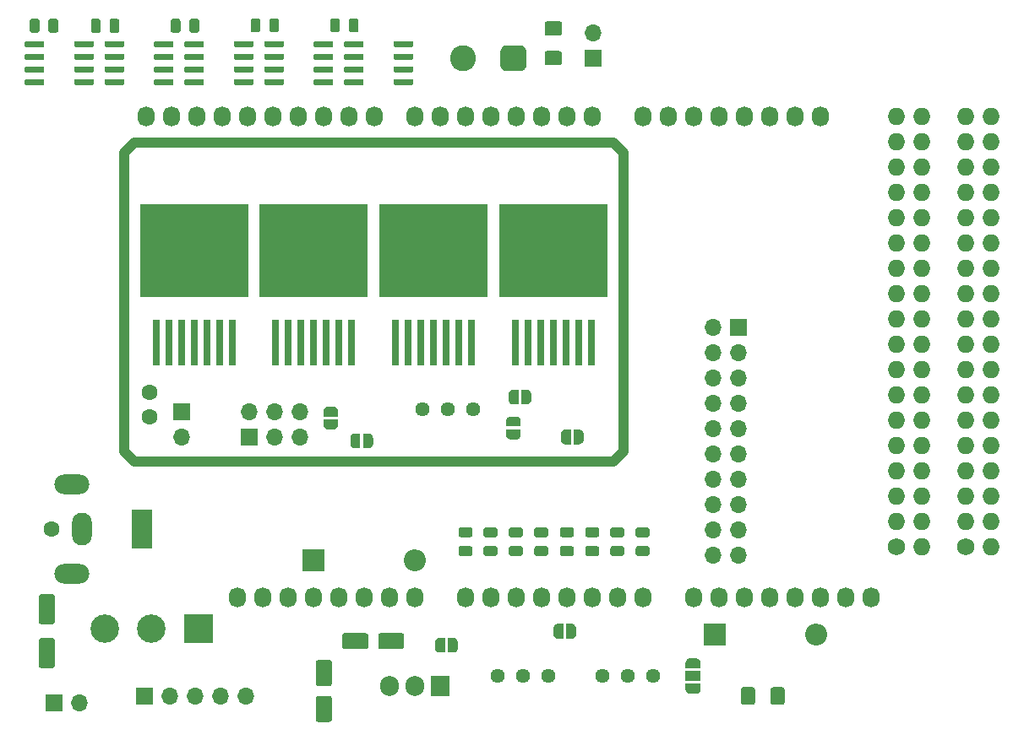
<source format=gbr>
G04 #@! TF.GenerationSoftware,KiCad,Pcbnew,(5.1.5)-3*
G04 #@! TF.CreationDate,2020-08-08T04:04:00-04:00*
G04 #@! TF.ProjectId,LT3081-ARDUINO-HEADERS,4c543330-3831-42d4-9152-4455494e4f2d,rev?*
G04 #@! TF.SameCoordinates,Original*
G04 #@! TF.FileFunction,Soldermask,Top*
G04 #@! TF.FilePolarity,Negative*
%FSLAX46Y46*%
G04 Gerber Fmt 4.6, Leading zero omitted, Abs format (unit mm)*
G04 Created by KiCad (PCBNEW (5.1.5)-3) date 2020-08-08 04:04:00*
%MOMM*%
%LPD*%
G04 APERTURE LIST*
%ADD10C,1.000000*%
%ADD11O,1.727200X1.727200*%
%ADD12C,1.727200*%
%ADD13O,1.700000X1.700000*%
%ADD14R,1.700000X1.700000*%
%ADD15R,10.800000X9.400000*%
%ADD16R,0.800000X4.600000*%
%ADD17O,1.905000X2.000000*%
%ADD18R,1.905000X2.000000*%
%ADD19C,0.100000*%
%ADD20C,2.600000*%
%ADD21C,2.850000*%
%ADD22R,2.850000X2.850000*%
%ADD23C,1.440000*%
%ADD24R,1.500000X1.000000*%
%ADD25C,1.600000*%
%ADD26O,3.500000X2.000000*%
%ADD27O,2.000000X3.300000*%
%ADD28R,2.000000X4.000000*%
%ADD29O,2.200000X2.200000*%
%ADD30R,2.200000X2.200000*%
%ADD31O,1.727200X2.032000*%
G04 APERTURE END LIST*
D10*
X169000000Y-105500000D02*
X121000000Y-105500000D01*
X121000000Y-105500000D02*
X120000000Y-104500000D01*
X169000000Y-73500000D02*
X170000000Y-74500000D01*
X170000000Y-104500000D02*
X169000000Y-105500000D01*
X170000000Y-74500000D02*
X170000000Y-104500000D01*
X121000000Y-73500000D02*
X169000000Y-73500000D01*
X120000000Y-74500000D02*
X121000000Y-73500000D01*
X120000000Y-104500000D02*
X120000000Y-74500000D01*
D11*
X206890000Y-70850000D03*
X204350000Y-70850000D03*
X206890000Y-73390000D03*
X204350000Y-73390000D03*
X206890000Y-75930000D03*
X204350000Y-75930000D03*
X206890000Y-78470000D03*
X204350000Y-78470000D03*
X206890000Y-81010000D03*
X204350000Y-81010000D03*
X206890000Y-83550000D03*
X204350000Y-83550000D03*
X206890000Y-86090000D03*
X204350000Y-86090000D03*
X206890000Y-88630000D03*
X204350000Y-88630000D03*
X206890000Y-91170000D03*
X204350000Y-91170000D03*
X206890000Y-93710000D03*
X204350000Y-93710000D03*
X206890000Y-96250000D03*
X204350000Y-96250000D03*
X206890000Y-98790000D03*
X204350000Y-98790000D03*
X206890000Y-101330000D03*
X204350000Y-101330000D03*
X206890000Y-103870000D03*
X204350000Y-103870000D03*
X206890000Y-106410000D03*
X204350000Y-106410000D03*
X206890000Y-108950000D03*
X204350000Y-108950000D03*
X206890000Y-111490000D03*
X204350000Y-111490000D03*
X206890000Y-114030000D03*
D12*
X204350000Y-114030000D03*
D13*
X179000000Y-114860000D03*
X181540000Y-114860000D03*
X179000000Y-112320000D03*
X181540000Y-112320000D03*
X179000000Y-109780000D03*
X181540000Y-109780000D03*
X179000000Y-107240000D03*
X181540000Y-107240000D03*
X179000000Y-104700000D03*
X181540000Y-104700000D03*
X179000000Y-102160000D03*
X181540000Y-102160000D03*
X179000000Y-99620000D03*
X181540000Y-99620000D03*
X179000000Y-97080000D03*
X181540000Y-97080000D03*
X179000000Y-94540000D03*
X181540000Y-94540000D03*
X179000000Y-92000000D03*
D14*
X181540000Y-92000000D03*
D15*
X163000000Y-84350000D03*
D16*
X166810000Y-93500000D03*
X165540000Y-93500000D03*
X164270000Y-93500000D03*
X163000000Y-93500000D03*
X161730000Y-93500000D03*
X160460000Y-93500000D03*
X159190000Y-93500000D03*
D15*
X151000000Y-84350000D03*
D16*
X154810000Y-93500000D03*
X153540000Y-93500000D03*
X152270000Y-93500000D03*
X151000000Y-93500000D03*
X149730000Y-93500000D03*
X148460000Y-93500000D03*
X147190000Y-93500000D03*
D15*
X139000000Y-84350000D03*
D16*
X142810000Y-93500000D03*
X141540000Y-93500000D03*
X140270000Y-93500000D03*
X139000000Y-93500000D03*
X137730000Y-93500000D03*
X136460000Y-93500000D03*
X135190000Y-93500000D03*
D15*
X127000000Y-84350000D03*
D16*
X130810000Y-93500000D03*
X129540000Y-93500000D03*
X128270000Y-93500000D03*
X127000000Y-93500000D03*
X125730000Y-93500000D03*
X124460000Y-93500000D03*
X123190000Y-93500000D03*
D17*
X146560000Y-128000000D03*
X149100000Y-128000000D03*
D18*
X151640000Y-128000000D03*
D19*
G36*
X148814703Y-63295722D02*
G01*
X148829264Y-63297882D01*
X148843543Y-63301459D01*
X148857403Y-63306418D01*
X148870710Y-63312712D01*
X148883336Y-63320280D01*
X148895159Y-63329048D01*
X148906066Y-63338934D01*
X148915952Y-63349841D01*
X148924720Y-63361664D01*
X148932288Y-63374290D01*
X148938582Y-63387597D01*
X148943541Y-63401457D01*
X148947118Y-63415736D01*
X148949278Y-63430297D01*
X148950000Y-63445000D01*
X148950000Y-63745000D01*
X148949278Y-63759703D01*
X148947118Y-63774264D01*
X148943541Y-63788543D01*
X148938582Y-63802403D01*
X148932288Y-63815710D01*
X148924720Y-63828336D01*
X148915952Y-63840159D01*
X148906066Y-63851066D01*
X148895159Y-63860952D01*
X148883336Y-63869720D01*
X148870710Y-63877288D01*
X148857403Y-63883582D01*
X148843543Y-63888541D01*
X148829264Y-63892118D01*
X148814703Y-63894278D01*
X148800000Y-63895000D01*
X147150000Y-63895000D01*
X147135297Y-63894278D01*
X147120736Y-63892118D01*
X147106457Y-63888541D01*
X147092597Y-63883582D01*
X147079290Y-63877288D01*
X147066664Y-63869720D01*
X147054841Y-63860952D01*
X147043934Y-63851066D01*
X147034048Y-63840159D01*
X147025280Y-63828336D01*
X147017712Y-63815710D01*
X147011418Y-63802403D01*
X147006459Y-63788543D01*
X147002882Y-63774264D01*
X147000722Y-63759703D01*
X147000000Y-63745000D01*
X147000000Y-63445000D01*
X147000722Y-63430297D01*
X147002882Y-63415736D01*
X147006459Y-63401457D01*
X147011418Y-63387597D01*
X147017712Y-63374290D01*
X147025280Y-63361664D01*
X147034048Y-63349841D01*
X147043934Y-63338934D01*
X147054841Y-63329048D01*
X147066664Y-63320280D01*
X147079290Y-63312712D01*
X147092597Y-63306418D01*
X147106457Y-63301459D01*
X147120736Y-63297882D01*
X147135297Y-63295722D01*
X147150000Y-63295000D01*
X148800000Y-63295000D01*
X148814703Y-63295722D01*
G37*
G36*
X148814703Y-64565722D02*
G01*
X148829264Y-64567882D01*
X148843543Y-64571459D01*
X148857403Y-64576418D01*
X148870710Y-64582712D01*
X148883336Y-64590280D01*
X148895159Y-64599048D01*
X148906066Y-64608934D01*
X148915952Y-64619841D01*
X148924720Y-64631664D01*
X148932288Y-64644290D01*
X148938582Y-64657597D01*
X148943541Y-64671457D01*
X148947118Y-64685736D01*
X148949278Y-64700297D01*
X148950000Y-64715000D01*
X148950000Y-65015000D01*
X148949278Y-65029703D01*
X148947118Y-65044264D01*
X148943541Y-65058543D01*
X148938582Y-65072403D01*
X148932288Y-65085710D01*
X148924720Y-65098336D01*
X148915952Y-65110159D01*
X148906066Y-65121066D01*
X148895159Y-65130952D01*
X148883336Y-65139720D01*
X148870710Y-65147288D01*
X148857403Y-65153582D01*
X148843543Y-65158541D01*
X148829264Y-65162118D01*
X148814703Y-65164278D01*
X148800000Y-65165000D01*
X147150000Y-65165000D01*
X147135297Y-65164278D01*
X147120736Y-65162118D01*
X147106457Y-65158541D01*
X147092597Y-65153582D01*
X147079290Y-65147288D01*
X147066664Y-65139720D01*
X147054841Y-65130952D01*
X147043934Y-65121066D01*
X147034048Y-65110159D01*
X147025280Y-65098336D01*
X147017712Y-65085710D01*
X147011418Y-65072403D01*
X147006459Y-65058543D01*
X147002882Y-65044264D01*
X147000722Y-65029703D01*
X147000000Y-65015000D01*
X147000000Y-64715000D01*
X147000722Y-64700297D01*
X147002882Y-64685736D01*
X147006459Y-64671457D01*
X147011418Y-64657597D01*
X147017712Y-64644290D01*
X147025280Y-64631664D01*
X147034048Y-64619841D01*
X147043934Y-64608934D01*
X147054841Y-64599048D01*
X147066664Y-64590280D01*
X147079290Y-64582712D01*
X147092597Y-64576418D01*
X147106457Y-64571459D01*
X147120736Y-64567882D01*
X147135297Y-64565722D01*
X147150000Y-64565000D01*
X148800000Y-64565000D01*
X148814703Y-64565722D01*
G37*
G36*
X148814703Y-65835722D02*
G01*
X148829264Y-65837882D01*
X148843543Y-65841459D01*
X148857403Y-65846418D01*
X148870710Y-65852712D01*
X148883336Y-65860280D01*
X148895159Y-65869048D01*
X148906066Y-65878934D01*
X148915952Y-65889841D01*
X148924720Y-65901664D01*
X148932288Y-65914290D01*
X148938582Y-65927597D01*
X148943541Y-65941457D01*
X148947118Y-65955736D01*
X148949278Y-65970297D01*
X148950000Y-65985000D01*
X148950000Y-66285000D01*
X148949278Y-66299703D01*
X148947118Y-66314264D01*
X148943541Y-66328543D01*
X148938582Y-66342403D01*
X148932288Y-66355710D01*
X148924720Y-66368336D01*
X148915952Y-66380159D01*
X148906066Y-66391066D01*
X148895159Y-66400952D01*
X148883336Y-66409720D01*
X148870710Y-66417288D01*
X148857403Y-66423582D01*
X148843543Y-66428541D01*
X148829264Y-66432118D01*
X148814703Y-66434278D01*
X148800000Y-66435000D01*
X147150000Y-66435000D01*
X147135297Y-66434278D01*
X147120736Y-66432118D01*
X147106457Y-66428541D01*
X147092597Y-66423582D01*
X147079290Y-66417288D01*
X147066664Y-66409720D01*
X147054841Y-66400952D01*
X147043934Y-66391066D01*
X147034048Y-66380159D01*
X147025280Y-66368336D01*
X147017712Y-66355710D01*
X147011418Y-66342403D01*
X147006459Y-66328543D01*
X147002882Y-66314264D01*
X147000722Y-66299703D01*
X147000000Y-66285000D01*
X147000000Y-65985000D01*
X147000722Y-65970297D01*
X147002882Y-65955736D01*
X147006459Y-65941457D01*
X147011418Y-65927597D01*
X147017712Y-65914290D01*
X147025280Y-65901664D01*
X147034048Y-65889841D01*
X147043934Y-65878934D01*
X147054841Y-65869048D01*
X147066664Y-65860280D01*
X147079290Y-65852712D01*
X147092597Y-65846418D01*
X147106457Y-65841459D01*
X147120736Y-65837882D01*
X147135297Y-65835722D01*
X147150000Y-65835000D01*
X148800000Y-65835000D01*
X148814703Y-65835722D01*
G37*
G36*
X148814703Y-67105722D02*
G01*
X148829264Y-67107882D01*
X148843543Y-67111459D01*
X148857403Y-67116418D01*
X148870710Y-67122712D01*
X148883336Y-67130280D01*
X148895159Y-67139048D01*
X148906066Y-67148934D01*
X148915952Y-67159841D01*
X148924720Y-67171664D01*
X148932288Y-67184290D01*
X148938582Y-67197597D01*
X148943541Y-67211457D01*
X148947118Y-67225736D01*
X148949278Y-67240297D01*
X148950000Y-67255000D01*
X148950000Y-67555000D01*
X148949278Y-67569703D01*
X148947118Y-67584264D01*
X148943541Y-67598543D01*
X148938582Y-67612403D01*
X148932288Y-67625710D01*
X148924720Y-67638336D01*
X148915952Y-67650159D01*
X148906066Y-67661066D01*
X148895159Y-67670952D01*
X148883336Y-67679720D01*
X148870710Y-67687288D01*
X148857403Y-67693582D01*
X148843543Y-67698541D01*
X148829264Y-67702118D01*
X148814703Y-67704278D01*
X148800000Y-67705000D01*
X147150000Y-67705000D01*
X147135297Y-67704278D01*
X147120736Y-67702118D01*
X147106457Y-67698541D01*
X147092597Y-67693582D01*
X147079290Y-67687288D01*
X147066664Y-67679720D01*
X147054841Y-67670952D01*
X147043934Y-67661066D01*
X147034048Y-67650159D01*
X147025280Y-67638336D01*
X147017712Y-67625710D01*
X147011418Y-67612403D01*
X147006459Y-67598543D01*
X147002882Y-67584264D01*
X147000722Y-67569703D01*
X147000000Y-67555000D01*
X147000000Y-67255000D01*
X147000722Y-67240297D01*
X147002882Y-67225736D01*
X147006459Y-67211457D01*
X147011418Y-67197597D01*
X147017712Y-67184290D01*
X147025280Y-67171664D01*
X147034048Y-67159841D01*
X147043934Y-67148934D01*
X147054841Y-67139048D01*
X147066664Y-67130280D01*
X147079290Y-67122712D01*
X147092597Y-67116418D01*
X147106457Y-67111459D01*
X147120736Y-67107882D01*
X147135297Y-67105722D01*
X147150000Y-67105000D01*
X148800000Y-67105000D01*
X148814703Y-67105722D01*
G37*
G36*
X143864703Y-67105722D02*
G01*
X143879264Y-67107882D01*
X143893543Y-67111459D01*
X143907403Y-67116418D01*
X143920710Y-67122712D01*
X143933336Y-67130280D01*
X143945159Y-67139048D01*
X143956066Y-67148934D01*
X143965952Y-67159841D01*
X143974720Y-67171664D01*
X143982288Y-67184290D01*
X143988582Y-67197597D01*
X143993541Y-67211457D01*
X143997118Y-67225736D01*
X143999278Y-67240297D01*
X144000000Y-67255000D01*
X144000000Y-67555000D01*
X143999278Y-67569703D01*
X143997118Y-67584264D01*
X143993541Y-67598543D01*
X143988582Y-67612403D01*
X143982288Y-67625710D01*
X143974720Y-67638336D01*
X143965952Y-67650159D01*
X143956066Y-67661066D01*
X143945159Y-67670952D01*
X143933336Y-67679720D01*
X143920710Y-67687288D01*
X143907403Y-67693582D01*
X143893543Y-67698541D01*
X143879264Y-67702118D01*
X143864703Y-67704278D01*
X143850000Y-67705000D01*
X142200000Y-67705000D01*
X142185297Y-67704278D01*
X142170736Y-67702118D01*
X142156457Y-67698541D01*
X142142597Y-67693582D01*
X142129290Y-67687288D01*
X142116664Y-67679720D01*
X142104841Y-67670952D01*
X142093934Y-67661066D01*
X142084048Y-67650159D01*
X142075280Y-67638336D01*
X142067712Y-67625710D01*
X142061418Y-67612403D01*
X142056459Y-67598543D01*
X142052882Y-67584264D01*
X142050722Y-67569703D01*
X142050000Y-67555000D01*
X142050000Y-67255000D01*
X142050722Y-67240297D01*
X142052882Y-67225736D01*
X142056459Y-67211457D01*
X142061418Y-67197597D01*
X142067712Y-67184290D01*
X142075280Y-67171664D01*
X142084048Y-67159841D01*
X142093934Y-67148934D01*
X142104841Y-67139048D01*
X142116664Y-67130280D01*
X142129290Y-67122712D01*
X142142597Y-67116418D01*
X142156457Y-67111459D01*
X142170736Y-67107882D01*
X142185297Y-67105722D01*
X142200000Y-67105000D01*
X143850000Y-67105000D01*
X143864703Y-67105722D01*
G37*
G36*
X143864703Y-65835722D02*
G01*
X143879264Y-65837882D01*
X143893543Y-65841459D01*
X143907403Y-65846418D01*
X143920710Y-65852712D01*
X143933336Y-65860280D01*
X143945159Y-65869048D01*
X143956066Y-65878934D01*
X143965952Y-65889841D01*
X143974720Y-65901664D01*
X143982288Y-65914290D01*
X143988582Y-65927597D01*
X143993541Y-65941457D01*
X143997118Y-65955736D01*
X143999278Y-65970297D01*
X144000000Y-65985000D01*
X144000000Y-66285000D01*
X143999278Y-66299703D01*
X143997118Y-66314264D01*
X143993541Y-66328543D01*
X143988582Y-66342403D01*
X143982288Y-66355710D01*
X143974720Y-66368336D01*
X143965952Y-66380159D01*
X143956066Y-66391066D01*
X143945159Y-66400952D01*
X143933336Y-66409720D01*
X143920710Y-66417288D01*
X143907403Y-66423582D01*
X143893543Y-66428541D01*
X143879264Y-66432118D01*
X143864703Y-66434278D01*
X143850000Y-66435000D01*
X142200000Y-66435000D01*
X142185297Y-66434278D01*
X142170736Y-66432118D01*
X142156457Y-66428541D01*
X142142597Y-66423582D01*
X142129290Y-66417288D01*
X142116664Y-66409720D01*
X142104841Y-66400952D01*
X142093934Y-66391066D01*
X142084048Y-66380159D01*
X142075280Y-66368336D01*
X142067712Y-66355710D01*
X142061418Y-66342403D01*
X142056459Y-66328543D01*
X142052882Y-66314264D01*
X142050722Y-66299703D01*
X142050000Y-66285000D01*
X142050000Y-65985000D01*
X142050722Y-65970297D01*
X142052882Y-65955736D01*
X142056459Y-65941457D01*
X142061418Y-65927597D01*
X142067712Y-65914290D01*
X142075280Y-65901664D01*
X142084048Y-65889841D01*
X142093934Y-65878934D01*
X142104841Y-65869048D01*
X142116664Y-65860280D01*
X142129290Y-65852712D01*
X142142597Y-65846418D01*
X142156457Y-65841459D01*
X142170736Y-65837882D01*
X142185297Y-65835722D01*
X142200000Y-65835000D01*
X143850000Y-65835000D01*
X143864703Y-65835722D01*
G37*
G36*
X143864703Y-64565722D02*
G01*
X143879264Y-64567882D01*
X143893543Y-64571459D01*
X143907403Y-64576418D01*
X143920710Y-64582712D01*
X143933336Y-64590280D01*
X143945159Y-64599048D01*
X143956066Y-64608934D01*
X143965952Y-64619841D01*
X143974720Y-64631664D01*
X143982288Y-64644290D01*
X143988582Y-64657597D01*
X143993541Y-64671457D01*
X143997118Y-64685736D01*
X143999278Y-64700297D01*
X144000000Y-64715000D01*
X144000000Y-65015000D01*
X143999278Y-65029703D01*
X143997118Y-65044264D01*
X143993541Y-65058543D01*
X143988582Y-65072403D01*
X143982288Y-65085710D01*
X143974720Y-65098336D01*
X143965952Y-65110159D01*
X143956066Y-65121066D01*
X143945159Y-65130952D01*
X143933336Y-65139720D01*
X143920710Y-65147288D01*
X143907403Y-65153582D01*
X143893543Y-65158541D01*
X143879264Y-65162118D01*
X143864703Y-65164278D01*
X143850000Y-65165000D01*
X142200000Y-65165000D01*
X142185297Y-65164278D01*
X142170736Y-65162118D01*
X142156457Y-65158541D01*
X142142597Y-65153582D01*
X142129290Y-65147288D01*
X142116664Y-65139720D01*
X142104841Y-65130952D01*
X142093934Y-65121066D01*
X142084048Y-65110159D01*
X142075280Y-65098336D01*
X142067712Y-65085710D01*
X142061418Y-65072403D01*
X142056459Y-65058543D01*
X142052882Y-65044264D01*
X142050722Y-65029703D01*
X142050000Y-65015000D01*
X142050000Y-64715000D01*
X142050722Y-64700297D01*
X142052882Y-64685736D01*
X142056459Y-64671457D01*
X142061418Y-64657597D01*
X142067712Y-64644290D01*
X142075280Y-64631664D01*
X142084048Y-64619841D01*
X142093934Y-64608934D01*
X142104841Y-64599048D01*
X142116664Y-64590280D01*
X142129290Y-64582712D01*
X142142597Y-64576418D01*
X142156457Y-64571459D01*
X142170736Y-64567882D01*
X142185297Y-64565722D01*
X142200000Y-64565000D01*
X143850000Y-64565000D01*
X143864703Y-64565722D01*
G37*
G36*
X143864703Y-63295722D02*
G01*
X143879264Y-63297882D01*
X143893543Y-63301459D01*
X143907403Y-63306418D01*
X143920710Y-63312712D01*
X143933336Y-63320280D01*
X143945159Y-63329048D01*
X143956066Y-63338934D01*
X143965952Y-63349841D01*
X143974720Y-63361664D01*
X143982288Y-63374290D01*
X143988582Y-63387597D01*
X143993541Y-63401457D01*
X143997118Y-63415736D01*
X143999278Y-63430297D01*
X144000000Y-63445000D01*
X144000000Y-63745000D01*
X143999278Y-63759703D01*
X143997118Y-63774264D01*
X143993541Y-63788543D01*
X143988582Y-63802403D01*
X143982288Y-63815710D01*
X143974720Y-63828336D01*
X143965952Y-63840159D01*
X143956066Y-63851066D01*
X143945159Y-63860952D01*
X143933336Y-63869720D01*
X143920710Y-63877288D01*
X143907403Y-63883582D01*
X143893543Y-63888541D01*
X143879264Y-63892118D01*
X143864703Y-63894278D01*
X143850000Y-63895000D01*
X142200000Y-63895000D01*
X142185297Y-63894278D01*
X142170736Y-63892118D01*
X142156457Y-63888541D01*
X142142597Y-63883582D01*
X142129290Y-63877288D01*
X142116664Y-63869720D01*
X142104841Y-63860952D01*
X142093934Y-63851066D01*
X142084048Y-63840159D01*
X142075280Y-63828336D01*
X142067712Y-63815710D01*
X142061418Y-63802403D01*
X142056459Y-63788543D01*
X142052882Y-63774264D01*
X142050722Y-63759703D01*
X142050000Y-63745000D01*
X142050000Y-63445000D01*
X142050722Y-63430297D01*
X142052882Y-63415736D01*
X142056459Y-63401457D01*
X142061418Y-63387597D01*
X142067712Y-63374290D01*
X142075280Y-63361664D01*
X142084048Y-63349841D01*
X142093934Y-63338934D01*
X142104841Y-63329048D01*
X142116664Y-63320280D01*
X142129290Y-63312712D01*
X142142597Y-63306418D01*
X142156457Y-63301459D01*
X142170736Y-63297882D01*
X142185297Y-63295722D01*
X142200000Y-63295000D01*
X143850000Y-63295000D01*
X143864703Y-63295722D01*
G37*
G36*
X140814703Y-63295722D02*
G01*
X140829264Y-63297882D01*
X140843543Y-63301459D01*
X140857403Y-63306418D01*
X140870710Y-63312712D01*
X140883336Y-63320280D01*
X140895159Y-63329048D01*
X140906066Y-63338934D01*
X140915952Y-63349841D01*
X140924720Y-63361664D01*
X140932288Y-63374290D01*
X140938582Y-63387597D01*
X140943541Y-63401457D01*
X140947118Y-63415736D01*
X140949278Y-63430297D01*
X140950000Y-63445000D01*
X140950000Y-63745000D01*
X140949278Y-63759703D01*
X140947118Y-63774264D01*
X140943541Y-63788543D01*
X140938582Y-63802403D01*
X140932288Y-63815710D01*
X140924720Y-63828336D01*
X140915952Y-63840159D01*
X140906066Y-63851066D01*
X140895159Y-63860952D01*
X140883336Y-63869720D01*
X140870710Y-63877288D01*
X140857403Y-63883582D01*
X140843543Y-63888541D01*
X140829264Y-63892118D01*
X140814703Y-63894278D01*
X140800000Y-63895000D01*
X139150000Y-63895000D01*
X139135297Y-63894278D01*
X139120736Y-63892118D01*
X139106457Y-63888541D01*
X139092597Y-63883582D01*
X139079290Y-63877288D01*
X139066664Y-63869720D01*
X139054841Y-63860952D01*
X139043934Y-63851066D01*
X139034048Y-63840159D01*
X139025280Y-63828336D01*
X139017712Y-63815710D01*
X139011418Y-63802403D01*
X139006459Y-63788543D01*
X139002882Y-63774264D01*
X139000722Y-63759703D01*
X139000000Y-63745000D01*
X139000000Y-63445000D01*
X139000722Y-63430297D01*
X139002882Y-63415736D01*
X139006459Y-63401457D01*
X139011418Y-63387597D01*
X139017712Y-63374290D01*
X139025280Y-63361664D01*
X139034048Y-63349841D01*
X139043934Y-63338934D01*
X139054841Y-63329048D01*
X139066664Y-63320280D01*
X139079290Y-63312712D01*
X139092597Y-63306418D01*
X139106457Y-63301459D01*
X139120736Y-63297882D01*
X139135297Y-63295722D01*
X139150000Y-63295000D01*
X140800000Y-63295000D01*
X140814703Y-63295722D01*
G37*
G36*
X140814703Y-64565722D02*
G01*
X140829264Y-64567882D01*
X140843543Y-64571459D01*
X140857403Y-64576418D01*
X140870710Y-64582712D01*
X140883336Y-64590280D01*
X140895159Y-64599048D01*
X140906066Y-64608934D01*
X140915952Y-64619841D01*
X140924720Y-64631664D01*
X140932288Y-64644290D01*
X140938582Y-64657597D01*
X140943541Y-64671457D01*
X140947118Y-64685736D01*
X140949278Y-64700297D01*
X140950000Y-64715000D01*
X140950000Y-65015000D01*
X140949278Y-65029703D01*
X140947118Y-65044264D01*
X140943541Y-65058543D01*
X140938582Y-65072403D01*
X140932288Y-65085710D01*
X140924720Y-65098336D01*
X140915952Y-65110159D01*
X140906066Y-65121066D01*
X140895159Y-65130952D01*
X140883336Y-65139720D01*
X140870710Y-65147288D01*
X140857403Y-65153582D01*
X140843543Y-65158541D01*
X140829264Y-65162118D01*
X140814703Y-65164278D01*
X140800000Y-65165000D01*
X139150000Y-65165000D01*
X139135297Y-65164278D01*
X139120736Y-65162118D01*
X139106457Y-65158541D01*
X139092597Y-65153582D01*
X139079290Y-65147288D01*
X139066664Y-65139720D01*
X139054841Y-65130952D01*
X139043934Y-65121066D01*
X139034048Y-65110159D01*
X139025280Y-65098336D01*
X139017712Y-65085710D01*
X139011418Y-65072403D01*
X139006459Y-65058543D01*
X139002882Y-65044264D01*
X139000722Y-65029703D01*
X139000000Y-65015000D01*
X139000000Y-64715000D01*
X139000722Y-64700297D01*
X139002882Y-64685736D01*
X139006459Y-64671457D01*
X139011418Y-64657597D01*
X139017712Y-64644290D01*
X139025280Y-64631664D01*
X139034048Y-64619841D01*
X139043934Y-64608934D01*
X139054841Y-64599048D01*
X139066664Y-64590280D01*
X139079290Y-64582712D01*
X139092597Y-64576418D01*
X139106457Y-64571459D01*
X139120736Y-64567882D01*
X139135297Y-64565722D01*
X139150000Y-64565000D01*
X140800000Y-64565000D01*
X140814703Y-64565722D01*
G37*
G36*
X140814703Y-65835722D02*
G01*
X140829264Y-65837882D01*
X140843543Y-65841459D01*
X140857403Y-65846418D01*
X140870710Y-65852712D01*
X140883336Y-65860280D01*
X140895159Y-65869048D01*
X140906066Y-65878934D01*
X140915952Y-65889841D01*
X140924720Y-65901664D01*
X140932288Y-65914290D01*
X140938582Y-65927597D01*
X140943541Y-65941457D01*
X140947118Y-65955736D01*
X140949278Y-65970297D01*
X140950000Y-65985000D01*
X140950000Y-66285000D01*
X140949278Y-66299703D01*
X140947118Y-66314264D01*
X140943541Y-66328543D01*
X140938582Y-66342403D01*
X140932288Y-66355710D01*
X140924720Y-66368336D01*
X140915952Y-66380159D01*
X140906066Y-66391066D01*
X140895159Y-66400952D01*
X140883336Y-66409720D01*
X140870710Y-66417288D01*
X140857403Y-66423582D01*
X140843543Y-66428541D01*
X140829264Y-66432118D01*
X140814703Y-66434278D01*
X140800000Y-66435000D01*
X139150000Y-66435000D01*
X139135297Y-66434278D01*
X139120736Y-66432118D01*
X139106457Y-66428541D01*
X139092597Y-66423582D01*
X139079290Y-66417288D01*
X139066664Y-66409720D01*
X139054841Y-66400952D01*
X139043934Y-66391066D01*
X139034048Y-66380159D01*
X139025280Y-66368336D01*
X139017712Y-66355710D01*
X139011418Y-66342403D01*
X139006459Y-66328543D01*
X139002882Y-66314264D01*
X139000722Y-66299703D01*
X139000000Y-66285000D01*
X139000000Y-65985000D01*
X139000722Y-65970297D01*
X139002882Y-65955736D01*
X139006459Y-65941457D01*
X139011418Y-65927597D01*
X139017712Y-65914290D01*
X139025280Y-65901664D01*
X139034048Y-65889841D01*
X139043934Y-65878934D01*
X139054841Y-65869048D01*
X139066664Y-65860280D01*
X139079290Y-65852712D01*
X139092597Y-65846418D01*
X139106457Y-65841459D01*
X139120736Y-65837882D01*
X139135297Y-65835722D01*
X139150000Y-65835000D01*
X140800000Y-65835000D01*
X140814703Y-65835722D01*
G37*
G36*
X140814703Y-67105722D02*
G01*
X140829264Y-67107882D01*
X140843543Y-67111459D01*
X140857403Y-67116418D01*
X140870710Y-67122712D01*
X140883336Y-67130280D01*
X140895159Y-67139048D01*
X140906066Y-67148934D01*
X140915952Y-67159841D01*
X140924720Y-67171664D01*
X140932288Y-67184290D01*
X140938582Y-67197597D01*
X140943541Y-67211457D01*
X140947118Y-67225736D01*
X140949278Y-67240297D01*
X140950000Y-67255000D01*
X140950000Y-67555000D01*
X140949278Y-67569703D01*
X140947118Y-67584264D01*
X140943541Y-67598543D01*
X140938582Y-67612403D01*
X140932288Y-67625710D01*
X140924720Y-67638336D01*
X140915952Y-67650159D01*
X140906066Y-67661066D01*
X140895159Y-67670952D01*
X140883336Y-67679720D01*
X140870710Y-67687288D01*
X140857403Y-67693582D01*
X140843543Y-67698541D01*
X140829264Y-67702118D01*
X140814703Y-67704278D01*
X140800000Y-67705000D01*
X139150000Y-67705000D01*
X139135297Y-67704278D01*
X139120736Y-67702118D01*
X139106457Y-67698541D01*
X139092597Y-67693582D01*
X139079290Y-67687288D01*
X139066664Y-67679720D01*
X139054841Y-67670952D01*
X139043934Y-67661066D01*
X139034048Y-67650159D01*
X139025280Y-67638336D01*
X139017712Y-67625710D01*
X139011418Y-67612403D01*
X139006459Y-67598543D01*
X139002882Y-67584264D01*
X139000722Y-67569703D01*
X139000000Y-67555000D01*
X139000000Y-67255000D01*
X139000722Y-67240297D01*
X139002882Y-67225736D01*
X139006459Y-67211457D01*
X139011418Y-67197597D01*
X139017712Y-67184290D01*
X139025280Y-67171664D01*
X139034048Y-67159841D01*
X139043934Y-67148934D01*
X139054841Y-67139048D01*
X139066664Y-67130280D01*
X139079290Y-67122712D01*
X139092597Y-67116418D01*
X139106457Y-67111459D01*
X139120736Y-67107882D01*
X139135297Y-67105722D01*
X139150000Y-67105000D01*
X140800000Y-67105000D01*
X140814703Y-67105722D01*
G37*
G36*
X135864703Y-67105722D02*
G01*
X135879264Y-67107882D01*
X135893543Y-67111459D01*
X135907403Y-67116418D01*
X135920710Y-67122712D01*
X135933336Y-67130280D01*
X135945159Y-67139048D01*
X135956066Y-67148934D01*
X135965952Y-67159841D01*
X135974720Y-67171664D01*
X135982288Y-67184290D01*
X135988582Y-67197597D01*
X135993541Y-67211457D01*
X135997118Y-67225736D01*
X135999278Y-67240297D01*
X136000000Y-67255000D01*
X136000000Y-67555000D01*
X135999278Y-67569703D01*
X135997118Y-67584264D01*
X135993541Y-67598543D01*
X135988582Y-67612403D01*
X135982288Y-67625710D01*
X135974720Y-67638336D01*
X135965952Y-67650159D01*
X135956066Y-67661066D01*
X135945159Y-67670952D01*
X135933336Y-67679720D01*
X135920710Y-67687288D01*
X135907403Y-67693582D01*
X135893543Y-67698541D01*
X135879264Y-67702118D01*
X135864703Y-67704278D01*
X135850000Y-67705000D01*
X134200000Y-67705000D01*
X134185297Y-67704278D01*
X134170736Y-67702118D01*
X134156457Y-67698541D01*
X134142597Y-67693582D01*
X134129290Y-67687288D01*
X134116664Y-67679720D01*
X134104841Y-67670952D01*
X134093934Y-67661066D01*
X134084048Y-67650159D01*
X134075280Y-67638336D01*
X134067712Y-67625710D01*
X134061418Y-67612403D01*
X134056459Y-67598543D01*
X134052882Y-67584264D01*
X134050722Y-67569703D01*
X134050000Y-67555000D01*
X134050000Y-67255000D01*
X134050722Y-67240297D01*
X134052882Y-67225736D01*
X134056459Y-67211457D01*
X134061418Y-67197597D01*
X134067712Y-67184290D01*
X134075280Y-67171664D01*
X134084048Y-67159841D01*
X134093934Y-67148934D01*
X134104841Y-67139048D01*
X134116664Y-67130280D01*
X134129290Y-67122712D01*
X134142597Y-67116418D01*
X134156457Y-67111459D01*
X134170736Y-67107882D01*
X134185297Y-67105722D01*
X134200000Y-67105000D01*
X135850000Y-67105000D01*
X135864703Y-67105722D01*
G37*
G36*
X135864703Y-65835722D02*
G01*
X135879264Y-65837882D01*
X135893543Y-65841459D01*
X135907403Y-65846418D01*
X135920710Y-65852712D01*
X135933336Y-65860280D01*
X135945159Y-65869048D01*
X135956066Y-65878934D01*
X135965952Y-65889841D01*
X135974720Y-65901664D01*
X135982288Y-65914290D01*
X135988582Y-65927597D01*
X135993541Y-65941457D01*
X135997118Y-65955736D01*
X135999278Y-65970297D01*
X136000000Y-65985000D01*
X136000000Y-66285000D01*
X135999278Y-66299703D01*
X135997118Y-66314264D01*
X135993541Y-66328543D01*
X135988582Y-66342403D01*
X135982288Y-66355710D01*
X135974720Y-66368336D01*
X135965952Y-66380159D01*
X135956066Y-66391066D01*
X135945159Y-66400952D01*
X135933336Y-66409720D01*
X135920710Y-66417288D01*
X135907403Y-66423582D01*
X135893543Y-66428541D01*
X135879264Y-66432118D01*
X135864703Y-66434278D01*
X135850000Y-66435000D01*
X134200000Y-66435000D01*
X134185297Y-66434278D01*
X134170736Y-66432118D01*
X134156457Y-66428541D01*
X134142597Y-66423582D01*
X134129290Y-66417288D01*
X134116664Y-66409720D01*
X134104841Y-66400952D01*
X134093934Y-66391066D01*
X134084048Y-66380159D01*
X134075280Y-66368336D01*
X134067712Y-66355710D01*
X134061418Y-66342403D01*
X134056459Y-66328543D01*
X134052882Y-66314264D01*
X134050722Y-66299703D01*
X134050000Y-66285000D01*
X134050000Y-65985000D01*
X134050722Y-65970297D01*
X134052882Y-65955736D01*
X134056459Y-65941457D01*
X134061418Y-65927597D01*
X134067712Y-65914290D01*
X134075280Y-65901664D01*
X134084048Y-65889841D01*
X134093934Y-65878934D01*
X134104841Y-65869048D01*
X134116664Y-65860280D01*
X134129290Y-65852712D01*
X134142597Y-65846418D01*
X134156457Y-65841459D01*
X134170736Y-65837882D01*
X134185297Y-65835722D01*
X134200000Y-65835000D01*
X135850000Y-65835000D01*
X135864703Y-65835722D01*
G37*
G36*
X135864703Y-64565722D02*
G01*
X135879264Y-64567882D01*
X135893543Y-64571459D01*
X135907403Y-64576418D01*
X135920710Y-64582712D01*
X135933336Y-64590280D01*
X135945159Y-64599048D01*
X135956066Y-64608934D01*
X135965952Y-64619841D01*
X135974720Y-64631664D01*
X135982288Y-64644290D01*
X135988582Y-64657597D01*
X135993541Y-64671457D01*
X135997118Y-64685736D01*
X135999278Y-64700297D01*
X136000000Y-64715000D01*
X136000000Y-65015000D01*
X135999278Y-65029703D01*
X135997118Y-65044264D01*
X135993541Y-65058543D01*
X135988582Y-65072403D01*
X135982288Y-65085710D01*
X135974720Y-65098336D01*
X135965952Y-65110159D01*
X135956066Y-65121066D01*
X135945159Y-65130952D01*
X135933336Y-65139720D01*
X135920710Y-65147288D01*
X135907403Y-65153582D01*
X135893543Y-65158541D01*
X135879264Y-65162118D01*
X135864703Y-65164278D01*
X135850000Y-65165000D01*
X134200000Y-65165000D01*
X134185297Y-65164278D01*
X134170736Y-65162118D01*
X134156457Y-65158541D01*
X134142597Y-65153582D01*
X134129290Y-65147288D01*
X134116664Y-65139720D01*
X134104841Y-65130952D01*
X134093934Y-65121066D01*
X134084048Y-65110159D01*
X134075280Y-65098336D01*
X134067712Y-65085710D01*
X134061418Y-65072403D01*
X134056459Y-65058543D01*
X134052882Y-65044264D01*
X134050722Y-65029703D01*
X134050000Y-65015000D01*
X134050000Y-64715000D01*
X134050722Y-64700297D01*
X134052882Y-64685736D01*
X134056459Y-64671457D01*
X134061418Y-64657597D01*
X134067712Y-64644290D01*
X134075280Y-64631664D01*
X134084048Y-64619841D01*
X134093934Y-64608934D01*
X134104841Y-64599048D01*
X134116664Y-64590280D01*
X134129290Y-64582712D01*
X134142597Y-64576418D01*
X134156457Y-64571459D01*
X134170736Y-64567882D01*
X134185297Y-64565722D01*
X134200000Y-64565000D01*
X135850000Y-64565000D01*
X135864703Y-64565722D01*
G37*
G36*
X135864703Y-63295722D02*
G01*
X135879264Y-63297882D01*
X135893543Y-63301459D01*
X135907403Y-63306418D01*
X135920710Y-63312712D01*
X135933336Y-63320280D01*
X135945159Y-63329048D01*
X135956066Y-63338934D01*
X135965952Y-63349841D01*
X135974720Y-63361664D01*
X135982288Y-63374290D01*
X135988582Y-63387597D01*
X135993541Y-63401457D01*
X135997118Y-63415736D01*
X135999278Y-63430297D01*
X136000000Y-63445000D01*
X136000000Y-63745000D01*
X135999278Y-63759703D01*
X135997118Y-63774264D01*
X135993541Y-63788543D01*
X135988582Y-63802403D01*
X135982288Y-63815710D01*
X135974720Y-63828336D01*
X135965952Y-63840159D01*
X135956066Y-63851066D01*
X135945159Y-63860952D01*
X135933336Y-63869720D01*
X135920710Y-63877288D01*
X135907403Y-63883582D01*
X135893543Y-63888541D01*
X135879264Y-63892118D01*
X135864703Y-63894278D01*
X135850000Y-63895000D01*
X134200000Y-63895000D01*
X134185297Y-63894278D01*
X134170736Y-63892118D01*
X134156457Y-63888541D01*
X134142597Y-63883582D01*
X134129290Y-63877288D01*
X134116664Y-63869720D01*
X134104841Y-63860952D01*
X134093934Y-63851066D01*
X134084048Y-63840159D01*
X134075280Y-63828336D01*
X134067712Y-63815710D01*
X134061418Y-63802403D01*
X134056459Y-63788543D01*
X134052882Y-63774264D01*
X134050722Y-63759703D01*
X134050000Y-63745000D01*
X134050000Y-63445000D01*
X134050722Y-63430297D01*
X134052882Y-63415736D01*
X134056459Y-63401457D01*
X134061418Y-63387597D01*
X134067712Y-63374290D01*
X134075280Y-63361664D01*
X134084048Y-63349841D01*
X134093934Y-63338934D01*
X134104841Y-63329048D01*
X134116664Y-63320280D01*
X134129290Y-63312712D01*
X134142597Y-63306418D01*
X134156457Y-63301459D01*
X134170736Y-63297882D01*
X134185297Y-63295722D01*
X134200000Y-63295000D01*
X135850000Y-63295000D01*
X135864703Y-63295722D01*
G37*
G36*
X132814703Y-63295722D02*
G01*
X132829264Y-63297882D01*
X132843543Y-63301459D01*
X132857403Y-63306418D01*
X132870710Y-63312712D01*
X132883336Y-63320280D01*
X132895159Y-63329048D01*
X132906066Y-63338934D01*
X132915952Y-63349841D01*
X132924720Y-63361664D01*
X132932288Y-63374290D01*
X132938582Y-63387597D01*
X132943541Y-63401457D01*
X132947118Y-63415736D01*
X132949278Y-63430297D01*
X132950000Y-63445000D01*
X132950000Y-63745000D01*
X132949278Y-63759703D01*
X132947118Y-63774264D01*
X132943541Y-63788543D01*
X132938582Y-63802403D01*
X132932288Y-63815710D01*
X132924720Y-63828336D01*
X132915952Y-63840159D01*
X132906066Y-63851066D01*
X132895159Y-63860952D01*
X132883336Y-63869720D01*
X132870710Y-63877288D01*
X132857403Y-63883582D01*
X132843543Y-63888541D01*
X132829264Y-63892118D01*
X132814703Y-63894278D01*
X132800000Y-63895000D01*
X131150000Y-63895000D01*
X131135297Y-63894278D01*
X131120736Y-63892118D01*
X131106457Y-63888541D01*
X131092597Y-63883582D01*
X131079290Y-63877288D01*
X131066664Y-63869720D01*
X131054841Y-63860952D01*
X131043934Y-63851066D01*
X131034048Y-63840159D01*
X131025280Y-63828336D01*
X131017712Y-63815710D01*
X131011418Y-63802403D01*
X131006459Y-63788543D01*
X131002882Y-63774264D01*
X131000722Y-63759703D01*
X131000000Y-63745000D01*
X131000000Y-63445000D01*
X131000722Y-63430297D01*
X131002882Y-63415736D01*
X131006459Y-63401457D01*
X131011418Y-63387597D01*
X131017712Y-63374290D01*
X131025280Y-63361664D01*
X131034048Y-63349841D01*
X131043934Y-63338934D01*
X131054841Y-63329048D01*
X131066664Y-63320280D01*
X131079290Y-63312712D01*
X131092597Y-63306418D01*
X131106457Y-63301459D01*
X131120736Y-63297882D01*
X131135297Y-63295722D01*
X131150000Y-63295000D01*
X132800000Y-63295000D01*
X132814703Y-63295722D01*
G37*
G36*
X132814703Y-64565722D02*
G01*
X132829264Y-64567882D01*
X132843543Y-64571459D01*
X132857403Y-64576418D01*
X132870710Y-64582712D01*
X132883336Y-64590280D01*
X132895159Y-64599048D01*
X132906066Y-64608934D01*
X132915952Y-64619841D01*
X132924720Y-64631664D01*
X132932288Y-64644290D01*
X132938582Y-64657597D01*
X132943541Y-64671457D01*
X132947118Y-64685736D01*
X132949278Y-64700297D01*
X132950000Y-64715000D01*
X132950000Y-65015000D01*
X132949278Y-65029703D01*
X132947118Y-65044264D01*
X132943541Y-65058543D01*
X132938582Y-65072403D01*
X132932288Y-65085710D01*
X132924720Y-65098336D01*
X132915952Y-65110159D01*
X132906066Y-65121066D01*
X132895159Y-65130952D01*
X132883336Y-65139720D01*
X132870710Y-65147288D01*
X132857403Y-65153582D01*
X132843543Y-65158541D01*
X132829264Y-65162118D01*
X132814703Y-65164278D01*
X132800000Y-65165000D01*
X131150000Y-65165000D01*
X131135297Y-65164278D01*
X131120736Y-65162118D01*
X131106457Y-65158541D01*
X131092597Y-65153582D01*
X131079290Y-65147288D01*
X131066664Y-65139720D01*
X131054841Y-65130952D01*
X131043934Y-65121066D01*
X131034048Y-65110159D01*
X131025280Y-65098336D01*
X131017712Y-65085710D01*
X131011418Y-65072403D01*
X131006459Y-65058543D01*
X131002882Y-65044264D01*
X131000722Y-65029703D01*
X131000000Y-65015000D01*
X131000000Y-64715000D01*
X131000722Y-64700297D01*
X131002882Y-64685736D01*
X131006459Y-64671457D01*
X131011418Y-64657597D01*
X131017712Y-64644290D01*
X131025280Y-64631664D01*
X131034048Y-64619841D01*
X131043934Y-64608934D01*
X131054841Y-64599048D01*
X131066664Y-64590280D01*
X131079290Y-64582712D01*
X131092597Y-64576418D01*
X131106457Y-64571459D01*
X131120736Y-64567882D01*
X131135297Y-64565722D01*
X131150000Y-64565000D01*
X132800000Y-64565000D01*
X132814703Y-64565722D01*
G37*
G36*
X132814703Y-65835722D02*
G01*
X132829264Y-65837882D01*
X132843543Y-65841459D01*
X132857403Y-65846418D01*
X132870710Y-65852712D01*
X132883336Y-65860280D01*
X132895159Y-65869048D01*
X132906066Y-65878934D01*
X132915952Y-65889841D01*
X132924720Y-65901664D01*
X132932288Y-65914290D01*
X132938582Y-65927597D01*
X132943541Y-65941457D01*
X132947118Y-65955736D01*
X132949278Y-65970297D01*
X132950000Y-65985000D01*
X132950000Y-66285000D01*
X132949278Y-66299703D01*
X132947118Y-66314264D01*
X132943541Y-66328543D01*
X132938582Y-66342403D01*
X132932288Y-66355710D01*
X132924720Y-66368336D01*
X132915952Y-66380159D01*
X132906066Y-66391066D01*
X132895159Y-66400952D01*
X132883336Y-66409720D01*
X132870710Y-66417288D01*
X132857403Y-66423582D01*
X132843543Y-66428541D01*
X132829264Y-66432118D01*
X132814703Y-66434278D01*
X132800000Y-66435000D01*
X131150000Y-66435000D01*
X131135297Y-66434278D01*
X131120736Y-66432118D01*
X131106457Y-66428541D01*
X131092597Y-66423582D01*
X131079290Y-66417288D01*
X131066664Y-66409720D01*
X131054841Y-66400952D01*
X131043934Y-66391066D01*
X131034048Y-66380159D01*
X131025280Y-66368336D01*
X131017712Y-66355710D01*
X131011418Y-66342403D01*
X131006459Y-66328543D01*
X131002882Y-66314264D01*
X131000722Y-66299703D01*
X131000000Y-66285000D01*
X131000000Y-65985000D01*
X131000722Y-65970297D01*
X131002882Y-65955736D01*
X131006459Y-65941457D01*
X131011418Y-65927597D01*
X131017712Y-65914290D01*
X131025280Y-65901664D01*
X131034048Y-65889841D01*
X131043934Y-65878934D01*
X131054841Y-65869048D01*
X131066664Y-65860280D01*
X131079290Y-65852712D01*
X131092597Y-65846418D01*
X131106457Y-65841459D01*
X131120736Y-65837882D01*
X131135297Y-65835722D01*
X131150000Y-65835000D01*
X132800000Y-65835000D01*
X132814703Y-65835722D01*
G37*
G36*
X132814703Y-67105722D02*
G01*
X132829264Y-67107882D01*
X132843543Y-67111459D01*
X132857403Y-67116418D01*
X132870710Y-67122712D01*
X132883336Y-67130280D01*
X132895159Y-67139048D01*
X132906066Y-67148934D01*
X132915952Y-67159841D01*
X132924720Y-67171664D01*
X132932288Y-67184290D01*
X132938582Y-67197597D01*
X132943541Y-67211457D01*
X132947118Y-67225736D01*
X132949278Y-67240297D01*
X132950000Y-67255000D01*
X132950000Y-67555000D01*
X132949278Y-67569703D01*
X132947118Y-67584264D01*
X132943541Y-67598543D01*
X132938582Y-67612403D01*
X132932288Y-67625710D01*
X132924720Y-67638336D01*
X132915952Y-67650159D01*
X132906066Y-67661066D01*
X132895159Y-67670952D01*
X132883336Y-67679720D01*
X132870710Y-67687288D01*
X132857403Y-67693582D01*
X132843543Y-67698541D01*
X132829264Y-67702118D01*
X132814703Y-67704278D01*
X132800000Y-67705000D01*
X131150000Y-67705000D01*
X131135297Y-67704278D01*
X131120736Y-67702118D01*
X131106457Y-67698541D01*
X131092597Y-67693582D01*
X131079290Y-67687288D01*
X131066664Y-67679720D01*
X131054841Y-67670952D01*
X131043934Y-67661066D01*
X131034048Y-67650159D01*
X131025280Y-67638336D01*
X131017712Y-67625710D01*
X131011418Y-67612403D01*
X131006459Y-67598543D01*
X131002882Y-67584264D01*
X131000722Y-67569703D01*
X131000000Y-67555000D01*
X131000000Y-67255000D01*
X131000722Y-67240297D01*
X131002882Y-67225736D01*
X131006459Y-67211457D01*
X131011418Y-67197597D01*
X131017712Y-67184290D01*
X131025280Y-67171664D01*
X131034048Y-67159841D01*
X131043934Y-67148934D01*
X131054841Y-67139048D01*
X131066664Y-67130280D01*
X131079290Y-67122712D01*
X131092597Y-67116418D01*
X131106457Y-67111459D01*
X131120736Y-67107882D01*
X131135297Y-67105722D01*
X131150000Y-67105000D01*
X132800000Y-67105000D01*
X132814703Y-67105722D01*
G37*
G36*
X127864703Y-67105722D02*
G01*
X127879264Y-67107882D01*
X127893543Y-67111459D01*
X127907403Y-67116418D01*
X127920710Y-67122712D01*
X127933336Y-67130280D01*
X127945159Y-67139048D01*
X127956066Y-67148934D01*
X127965952Y-67159841D01*
X127974720Y-67171664D01*
X127982288Y-67184290D01*
X127988582Y-67197597D01*
X127993541Y-67211457D01*
X127997118Y-67225736D01*
X127999278Y-67240297D01*
X128000000Y-67255000D01*
X128000000Y-67555000D01*
X127999278Y-67569703D01*
X127997118Y-67584264D01*
X127993541Y-67598543D01*
X127988582Y-67612403D01*
X127982288Y-67625710D01*
X127974720Y-67638336D01*
X127965952Y-67650159D01*
X127956066Y-67661066D01*
X127945159Y-67670952D01*
X127933336Y-67679720D01*
X127920710Y-67687288D01*
X127907403Y-67693582D01*
X127893543Y-67698541D01*
X127879264Y-67702118D01*
X127864703Y-67704278D01*
X127850000Y-67705000D01*
X126200000Y-67705000D01*
X126185297Y-67704278D01*
X126170736Y-67702118D01*
X126156457Y-67698541D01*
X126142597Y-67693582D01*
X126129290Y-67687288D01*
X126116664Y-67679720D01*
X126104841Y-67670952D01*
X126093934Y-67661066D01*
X126084048Y-67650159D01*
X126075280Y-67638336D01*
X126067712Y-67625710D01*
X126061418Y-67612403D01*
X126056459Y-67598543D01*
X126052882Y-67584264D01*
X126050722Y-67569703D01*
X126050000Y-67555000D01*
X126050000Y-67255000D01*
X126050722Y-67240297D01*
X126052882Y-67225736D01*
X126056459Y-67211457D01*
X126061418Y-67197597D01*
X126067712Y-67184290D01*
X126075280Y-67171664D01*
X126084048Y-67159841D01*
X126093934Y-67148934D01*
X126104841Y-67139048D01*
X126116664Y-67130280D01*
X126129290Y-67122712D01*
X126142597Y-67116418D01*
X126156457Y-67111459D01*
X126170736Y-67107882D01*
X126185297Y-67105722D01*
X126200000Y-67105000D01*
X127850000Y-67105000D01*
X127864703Y-67105722D01*
G37*
G36*
X127864703Y-65835722D02*
G01*
X127879264Y-65837882D01*
X127893543Y-65841459D01*
X127907403Y-65846418D01*
X127920710Y-65852712D01*
X127933336Y-65860280D01*
X127945159Y-65869048D01*
X127956066Y-65878934D01*
X127965952Y-65889841D01*
X127974720Y-65901664D01*
X127982288Y-65914290D01*
X127988582Y-65927597D01*
X127993541Y-65941457D01*
X127997118Y-65955736D01*
X127999278Y-65970297D01*
X128000000Y-65985000D01*
X128000000Y-66285000D01*
X127999278Y-66299703D01*
X127997118Y-66314264D01*
X127993541Y-66328543D01*
X127988582Y-66342403D01*
X127982288Y-66355710D01*
X127974720Y-66368336D01*
X127965952Y-66380159D01*
X127956066Y-66391066D01*
X127945159Y-66400952D01*
X127933336Y-66409720D01*
X127920710Y-66417288D01*
X127907403Y-66423582D01*
X127893543Y-66428541D01*
X127879264Y-66432118D01*
X127864703Y-66434278D01*
X127850000Y-66435000D01*
X126200000Y-66435000D01*
X126185297Y-66434278D01*
X126170736Y-66432118D01*
X126156457Y-66428541D01*
X126142597Y-66423582D01*
X126129290Y-66417288D01*
X126116664Y-66409720D01*
X126104841Y-66400952D01*
X126093934Y-66391066D01*
X126084048Y-66380159D01*
X126075280Y-66368336D01*
X126067712Y-66355710D01*
X126061418Y-66342403D01*
X126056459Y-66328543D01*
X126052882Y-66314264D01*
X126050722Y-66299703D01*
X126050000Y-66285000D01*
X126050000Y-65985000D01*
X126050722Y-65970297D01*
X126052882Y-65955736D01*
X126056459Y-65941457D01*
X126061418Y-65927597D01*
X126067712Y-65914290D01*
X126075280Y-65901664D01*
X126084048Y-65889841D01*
X126093934Y-65878934D01*
X126104841Y-65869048D01*
X126116664Y-65860280D01*
X126129290Y-65852712D01*
X126142597Y-65846418D01*
X126156457Y-65841459D01*
X126170736Y-65837882D01*
X126185297Y-65835722D01*
X126200000Y-65835000D01*
X127850000Y-65835000D01*
X127864703Y-65835722D01*
G37*
G36*
X127864703Y-64565722D02*
G01*
X127879264Y-64567882D01*
X127893543Y-64571459D01*
X127907403Y-64576418D01*
X127920710Y-64582712D01*
X127933336Y-64590280D01*
X127945159Y-64599048D01*
X127956066Y-64608934D01*
X127965952Y-64619841D01*
X127974720Y-64631664D01*
X127982288Y-64644290D01*
X127988582Y-64657597D01*
X127993541Y-64671457D01*
X127997118Y-64685736D01*
X127999278Y-64700297D01*
X128000000Y-64715000D01*
X128000000Y-65015000D01*
X127999278Y-65029703D01*
X127997118Y-65044264D01*
X127993541Y-65058543D01*
X127988582Y-65072403D01*
X127982288Y-65085710D01*
X127974720Y-65098336D01*
X127965952Y-65110159D01*
X127956066Y-65121066D01*
X127945159Y-65130952D01*
X127933336Y-65139720D01*
X127920710Y-65147288D01*
X127907403Y-65153582D01*
X127893543Y-65158541D01*
X127879264Y-65162118D01*
X127864703Y-65164278D01*
X127850000Y-65165000D01*
X126200000Y-65165000D01*
X126185297Y-65164278D01*
X126170736Y-65162118D01*
X126156457Y-65158541D01*
X126142597Y-65153582D01*
X126129290Y-65147288D01*
X126116664Y-65139720D01*
X126104841Y-65130952D01*
X126093934Y-65121066D01*
X126084048Y-65110159D01*
X126075280Y-65098336D01*
X126067712Y-65085710D01*
X126061418Y-65072403D01*
X126056459Y-65058543D01*
X126052882Y-65044264D01*
X126050722Y-65029703D01*
X126050000Y-65015000D01*
X126050000Y-64715000D01*
X126050722Y-64700297D01*
X126052882Y-64685736D01*
X126056459Y-64671457D01*
X126061418Y-64657597D01*
X126067712Y-64644290D01*
X126075280Y-64631664D01*
X126084048Y-64619841D01*
X126093934Y-64608934D01*
X126104841Y-64599048D01*
X126116664Y-64590280D01*
X126129290Y-64582712D01*
X126142597Y-64576418D01*
X126156457Y-64571459D01*
X126170736Y-64567882D01*
X126185297Y-64565722D01*
X126200000Y-64565000D01*
X127850000Y-64565000D01*
X127864703Y-64565722D01*
G37*
G36*
X127864703Y-63295722D02*
G01*
X127879264Y-63297882D01*
X127893543Y-63301459D01*
X127907403Y-63306418D01*
X127920710Y-63312712D01*
X127933336Y-63320280D01*
X127945159Y-63329048D01*
X127956066Y-63338934D01*
X127965952Y-63349841D01*
X127974720Y-63361664D01*
X127982288Y-63374290D01*
X127988582Y-63387597D01*
X127993541Y-63401457D01*
X127997118Y-63415736D01*
X127999278Y-63430297D01*
X128000000Y-63445000D01*
X128000000Y-63745000D01*
X127999278Y-63759703D01*
X127997118Y-63774264D01*
X127993541Y-63788543D01*
X127988582Y-63802403D01*
X127982288Y-63815710D01*
X127974720Y-63828336D01*
X127965952Y-63840159D01*
X127956066Y-63851066D01*
X127945159Y-63860952D01*
X127933336Y-63869720D01*
X127920710Y-63877288D01*
X127907403Y-63883582D01*
X127893543Y-63888541D01*
X127879264Y-63892118D01*
X127864703Y-63894278D01*
X127850000Y-63895000D01*
X126200000Y-63895000D01*
X126185297Y-63894278D01*
X126170736Y-63892118D01*
X126156457Y-63888541D01*
X126142597Y-63883582D01*
X126129290Y-63877288D01*
X126116664Y-63869720D01*
X126104841Y-63860952D01*
X126093934Y-63851066D01*
X126084048Y-63840159D01*
X126075280Y-63828336D01*
X126067712Y-63815710D01*
X126061418Y-63802403D01*
X126056459Y-63788543D01*
X126052882Y-63774264D01*
X126050722Y-63759703D01*
X126050000Y-63745000D01*
X126050000Y-63445000D01*
X126050722Y-63430297D01*
X126052882Y-63415736D01*
X126056459Y-63401457D01*
X126061418Y-63387597D01*
X126067712Y-63374290D01*
X126075280Y-63361664D01*
X126084048Y-63349841D01*
X126093934Y-63338934D01*
X126104841Y-63329048D01*
X126116664Y-63320280D01*
X126129290Y-63312712D01*
X126142597Y-63306418D01*
X126156457Y-63301459D01*
X126170736Y-63297882D01*
X126185297Y-63295722D01*
X126200000Y-63295000D01*
X127850000Y-63295000D01*
X127864703Y-63295722D01*
G37*
G36*
X124814703Y-63295722D02*
G01*
X124829264Y-63297882D01*
X124843543Y-63301459D01*
X124857403Y-63306418D01*
X124870710Y-63312712D01*
X124883336Y-63320280D01*
X124895159Y-63329048D01*
X124906066Y-63338934D01*
X124915952Y-63349841D01*
X124924720Y-63361664D01*
X124932288Y-63374290D01*
X124938582Y-63387597D01*
X124943541Y-63401457D01*
X124947118Y-63415736D01*
X124949278Y-63430297D01*
X124950000Y-63445000D01*
X124950000Y-63745000D01*
X124949278Y-63759703D01*
X124947118Y-63774264D01*
X124943541Y-63788543D01*
X124938582Y-63802403D01*
X124932288Y-63815710D01*
X124924720Y-63828336D01*
X124915952Y-63840159D01*
X124906066Y-63851066D01*
X124895159Y-63860952D01*
X124883336Y-63869720D01*
X124870710Y-63877288D01*
X124857403Y-63883582D01*
X124843543Y-63888541D01*
X124829264Y-63892118D01*
X124814703Y-63894278D01*
X124800000Y-63895000D01*
X123150000Y-63895000D01*
X123135297Y-63894278D01*
X123120736Y-63892118D01*
X123106457Y-63888541D01*
X123092597Y-63883582D01*
X123079290Y-63877288D01*
X123066664Y-63869720D01*
X123054841Y-63860952D01*
X123043934Y-63851066D01*
X123034048Y-63840159D01*
X123025280Y-63828336D01*
X123017712Y-63815710D01*
X123011418Y-63802403D01*
X123006459Y-63788543D01*
X123002882Y-63774264D01*
X123000722Y-63759703D01*
X123000000Y-63745000D01*
X123000000Y-63445000D01*
X123000722Y-63430297D01*
X123002882Y-63415736D01*
X123006459Y-63401457D01*
X123011418Y-63387597D01*
X123017712Y-63374290D01*
X123025280Y-63361664D01*
X123034048Y-63349841D01*
X123043934Y-63338934D01*
X123054841Y-63329048D01*
X123066664Y-63320280D01*
X123079290Y-63312712D01*
X123092597Y-63306418D01*
X123106457Y-63301459D01*
X123120736Y-63297882D01*
X123135297Y-63295722D01*
X123150000Y-63295000D01*
X124800000Y-63295000D01*
X124814703Y-63295722D01*
G37*
G36*
X124814703Y-64565722D02*
G01*
X124829264Y-64567882D01*
X124843543Y-64571459D01*
X124857403Y-64576418D01*
X124870710Y-64582712D01*
X124883336Y-64590280D01*
X124895159Y-64599048D01*
X124906066Y-64608934D01*
X124915952Y-64619841D01*
X124924720Y-64631664D01*
X124932288Y-64644290D01*
X124938582Y-64657597D01*
X124943541Y-64671457D01*
X124947118Y-64685736D01*
X124949278Y-64700297D01*
X124950000Y-64715000D01*
X124950000Y-65015000D01*
X124949278Y-65029703D01*
X124947118Y-65044264D01*
X124943541Y-65058543D01*
X124938582Y-65072403D01*
X124932288Y-65085710D01*
X124924720Y-65098336D01*
X124915952Y-65110159D01*
X124906066Y-65121066D01*
X124895159Y-65130952D01*
X124883336Y-65139720D01*
X124870710Y-65147288D01*
X124857403Y-65153582D01*
X124843543Y-65158541D01*
X124829264Y-65162118D01*
X124814703Y-65164278D01*
X124800000Y-65165000D01*
X123150000Y-65165000D01*
X123135297Y-65164278D01*
X123120736Y-65162118D01*
X123106457Y-65158541D01*
X123092597Y-65153582D01*
X123079290Y-65147288D01*
X123066664Y-65139720D01*
X123054841Y-65130952D01*
X123043934Y-65121066D01*
X123034048Y-65110159D01*
X123025280Y-65098336D01*
X123017712Y-65085710D01*
X123011418Y-65072403D01*
X123006459Y-65058543D01*
X123002882Y-65044264D01*
X123000722Y-65029703D01*
X123000000Y-65015000D01*
X123000000Y-64715000D01*
X123000722Y-64700297D01*
X123002882Y-64685736D01*
X123006459Y-64671457D01*
X123011418Y-64657597D01*
X123017712Y-64644290D01*
X123025280Y-64631664D01*
X123034048Y-64619841D01*
X123043934Y-64608934D01*
X123054841Y-64599048D01*
X123066664Y-64590280D01*
X123079290Y-64582712D01*
X123092597Y-64576418D01*
X123106457Y-64571459D01*
X123120736Y-64567882D01*
X123135297Y-64565722D01*
X123150000Y-64565000D01*
X124800000Y-64565000D01*
X124814703Y-64565722D01*
G37*
G36*
X124814703Y-65835722D02*
G01*
X124829264Y-65837882D01*
X124843543Y-65841459D01*
X124857403Y-65846418D01*
X124870710Y-65852712D01*
X124883336Y-65860280D01*
X124895159Y-65869048D01*
X124906066Y-65878934D01*
X124915952Y-65889841D01*
X124924720Y-65901664D01*
X124932288Y-65914290D01*
X124938582Y-65927597D01*
X124943541Y-65941457D01*
X124947118Y-65955736D01*
X124949278Y-65970297D01*
X124950000Y-65985000D01*
X124950000Y-66285000D01*
X124949278Y-66299703D01*
X124947118Y-66314264D01*
X124943541Y-66328543D01*
X124938582Y-66342403D01*
X124932288Y-66355710D01*
X124924720Y-66368336D01*
X124915952Y-66380159D01*
X124906066Y-66391066D01*
X124895159Y-66400952D01*
X124883336Y-66409720D01*
X124870710Y-66417288D01*
X124857403Y-66423582D01*
X124843543Y-66428541D01*
X124829264Y-66432118D01*
X124814703Y-66434278D01*
X124800000Y-66435000D01*
X123150000Y-66435000D01*
X123135297Y-66434278D01*
X123120736Y-66432118D01*
X123106457Y-66428541D01*
X123092597Y-66423582D01*
X123079290Y-66417288D01*
X123066664Y-66409720D01*
X123054841Y-66400952D01*
X123043934Y-66391066D01*
X123034048Y-66380159D01*
X123025280Y-66368336D01*
X123017712Y-66355710D01*
X123011418Y-66342403D01*
X123006459Y-66328543D01*
X123002882Y-66314264D01*
X123000722Y-66299703D01*
X123000000Y-66285000D01*
X123000000Y-65985000D01*
X123000722Y-65970297D01*
X123002882Y-65955736D01*
X123006459Y-65941457D01*
X123011418Y-65927597D01*
X123017712Y-65914290D01*
X123025280Y-65901664D01*
X123034048Y-65889841D01*
X123043934Y-65878934D01*
X123054841Y-65869048D01*
X123066664Y-65860280D01*
X123079290Y-65852712D01*
X123092597Y-65846418D01*
X123106457Y-65841459D01*
X123120736Y-65837882D01*
X123135297Y-65835722D01*
X123150000Y-65835000D01*
X124800000Y-65835000D01*
X124814703Y-65835722D01*
G37*
G36*
X124814703Y-67105722D02*
G01*
X124829264Y-67107882D01*
X124843543Y-67111459D01*
X124857403Y-67116418D01*
X124870710Y-67122712D01*
X124883336Y-67130280D01*
X124895159Y-67139048D01*
X124906066Y-67148934D01*
X124915952Y-67159841D01*
X124924720Y-67171664D01*
X124932288Y-67184290D01*
X124938582Y-67197597D01*
X124943541Y-67211457D01*
X124947118Y-67225736D01*
X124949278Y-67240297D01*
X124950000Y-67255000D01*
X124950000Y-67555000D01*
X124949278Y-67569703D01*
X124947118Y-67584264D01*
X124943541Y-67598543D01*
X124938582Y-67612403D01*
X124932288Y-67625710D01*
X124924720Y-67638336D01*
X124915952Y-67650159D01*
X124906066Y-67661066D01*
X124895159Y-67670952D01*
X124883336Y-67679720D01*
X124870710Y-67687288D01*
X124857403Y-67693582D01*
X124843543Y-67698541D01*
X124829264Y-67702118D01*
X124814703Y-67704278D01*
X124800000Y-67705000D01*
X123150000Y-67705000D01*
X123135297Y-67704278D01*
X123120736Y-67702118D01*
X123106457Y-67698541D01*
X123092597Y-67693582D01*
X123079290Y-67687288D01*
X123066664Y-67679720D01*
X123054841Y-67670952D01*
X123043934Y-67661066D01*
X123034048Y-67650159D01*
X123025280Y-67638336D01*
X123017712Y-67625710D01*
X123011418Y-67612403D01*
X123006459Y-67598543D01*
X123002882Y-67584264D01*
X123000722Y-67569703D01*
X123000000Y-67555000D01*
X123000000Y-67255000D01*
X123000722Y-67240297D01*
X123002882Y-67225736D01*
X123006459Y-67211457D01*
X123011418Y-67197597D01*
X123017712Y-67184290D01*
X123025280Y-67171664D01*
X123034048Y-67159841D01*
X123043934Y-67148934D01*
X123054841Y-67139048D01*
X123066664Y-67130280D01*
X123079290Y-67122712D01*
X123092597Y-67116418D01*
X123106457Y-67111459D01*
X123120736Y-67107882D01*
X123135297Y-67105722D01*
X123150000Y-67105000D01*
X124800000Y-67105000D01*
X124814703Y-67105722D01*
G37*
G36*
X119864703Y-67105722D02*
G01*
X119879264Y-67107882D01*
X119893543Y-67111459D01*
X119907403Y-67116418D01*
X119920710Y-67122712D01*
X119933336Y-67130280D01*
X119945159Y-67139048D01*
X119956066Y-67148934D01*
X119965952Y-67159841D01*
X119974720Y-67171664D01*
X119982288Y-67184290D01*
X119988582Y-67197597D01*
X119993541Y-67211457D01*
X119997118Y-67225736D01*
X119999278Y-67240297D01*
X120000000Y-67255000D01*
X120000000Y-67555000D01*
X119999278Y-67569703D01*
X119997118Y-67584264D01*
X119993541Y-67598543D01*
X119988582Y-67612403D01*
X119982288Y-67625710D01*
X119974720Y-67638336D01*
X119965952Y-67650159D01*
X119956066Y-67661066D01*
X119945159Y-67670952D01*
X119933336Y-67679720D01*
X119920710Y-67687288D01*
X119907403Y-67693582D01*
X119893543Y-67698541D01*
X119879264Y-67702118D01*
X119864703Y-67704278D01*
X119850000Y-67705000D01*
X118200000Y-67705000D01*
X118185297Y-67704278D01*
X118170736Y-67702118D01*
X118156457Y-67698541D01*
X118142597Y-67693582D01*
X118129290Y-67687288D01*
X118116664Y-67679720D01*
X118104841Y-67670952D01*
X118093934Y-67661066D01*
X118084048Y-67650159D01*
X118075280Y-67638336D01*
X118067712Y-67625710D01*
X118061418Y-67612403D01*
X118056459Y-67598543D01*
X118052882Y-67584264D01*
X118050722Y-67569703D01*
X118050000Y-67555000D01*
X118050000Y-67255000D01*
X118050722Y-67240297D01*
X118052882Y-67225736D01*
X118056459Y-67211457D01*
X118061418Y-67197597D01*
X118067712Y-67184290D01*
X118075280Y-67171664D01*
X118084048Y-67159841D01*
X118093934Y-67148934D01*
X118104841Y-67139048D01*
X118116664Y-67130280D01*
X118129290Y-67122712D01*
X118142597Y-67116418D01*
X118156457Y-67111459D01*
X118170736Y-67107882D01*
X118185297Y-67105722D01*
X118200000Y-67105000D01*
X119850000Y-67105000D01*
X119864703Y-67105722D01*
G37*
G36*
X119864703Y-65835722D02*
G01*
X119879264Y-65837882D01*
X119893543Y-65841459D01*
X119907403Y-65846418D01*
X119920710Y-65852712D01*
X119933336Y-65860280D01*
X119945159Y-65869048D01*
X119956066Y-65878934D01*
X119965952Y-65889841D01*
X119974720Y-65901664D01*
X119982288Y-65914290D01*
X119988582Y-65927597D01*
X119993541Y-65941457D01*
X119997118Y-65955736D01*
X119999278Y-65970297D01*
X120000000Y-65985000D01*
X120000000Y-66285000D01*
X119999278Y-66299703D01*
X119997118Y-66314264D01*
X119993541Y-66328543D01*
X119988582Y-66342403D01*
X119982288Y-66355710D01*
X119974720Y-66368336D01*
X119965952Y-66380159D01*
X119956066Y-66391066D01*
X119945159Y-66400952D01*
X119933336Y-66409720D01*
X119920710Y-66417288D01*
X119907403Y-66423582D01*
X119893543Y-66428541D01*
X119879264Y-66432118D01*
X119864703Y-66434278D01*
X119850000Y-66435000D01*
X118200000Y-66435000D01*
X118185297Y-66434278D01*
X118170736Y-66432118D01*
X118156457Y-66428541D01*
X118142597Y-66423582D01*
X118129290Y-66417288D01*
X118116664Y-66409720D01*
X118104841Y-66400952D01*
X118093934Y-66391066D01*
X118084048Y-66380159D01*
X118075280Y-66368336D01*
X118067712Y-66355710D01*
X118061418Y-66342403D01*
X118056459Y-66328543D01*
X118052882Y-66314264D01*
X118050722Y-66299703D01*
X118050000Y-66285000D01*
X118050000Y-65985000D01*
X118050722Y-65970297D01*
X118052882Y-65955736D01*
X118056459Y-65941457D01*
X118061418Y-65927597D01*
X118067712Y-65914290D01*
X118075280Y-65901664D01*
X118084048Y-65889841D01*
X118093934Y-65878934D01*
X118104841Y-65869048D01*
X118116664Y-65860280D01*
X118129290Y-65852712D01*
X118142597Y-65846418D01*
X118156457Y-65841459D01*
X118170736Y-65837882D01*
X118185297Y-65835722D01*
X118200000Y-65835000D01*
X119850000Y-65835000D01*
X119864703Y-65835722D01*
G37*
G36*
X119864703Y-64565722D02*
G01*
X119879264Y-64567882D01*
X119893543Y-64571459D01*
X119907403Y-64576418D01*
X119920710Y-64582712D01*
X119933336Y-64590280D01*
X119945159Y-64599048D01*
X119956066Y-64608934D01*
X119965952Y-64619841D01*
X119974720Y-64631664D01*
X119982288Y-64644290D01*
X119988582Y-64657597D01*
X119993541Y-64671457D01*
X119997118Y-64685736D01*
X119999278Y-64700297D01*
X120000000Y-64715000D01*
X120000000Y-65015000D01*
X119999278Y-65029703D01*
X119997118Y-65044264D01*
X119993541Y-65058543D01*
X119988582Y-65072403D01*
X119982288Y-65085710D01*
X119974720Y-65098336D01*
X119965952Y-65110159D01*
X119956066Y-65121066D01*
X119945159Y-65130952D01*
X119933336Y-65139720D01*
X119920710Y-65147288D01*
X119907403Y-65153582D01*
X119893543Y-65158541D01*
X119879264Y-65162118D01*
X119864703Y-65164278D01*
X119850000Y-65165000D01*
X118200000Y-65165000D01*
X118185297Y-65164278D01*
X118170736Y-65162118D01*
X118156457Y-65158541D01*
X118142597Y-65153582D01*
X118129290Y-65147288D01*
X118116664Y-65139720D01*
X118104841Y-65130952D01*
X118093934Y-65121066D01*
X118084048Y-65110159D01*
X118075280Y-65098336D01*
X118067712Y-65085710D01*
X118061418Y-65072403D01*
X118056459Y-65058543D01*
X118052882Y-65044264D01*
X118050722Y-65029703D01*
X118050000Y-65015000D01*
X118050000Y-64715000D01*
X118050722Y-64700297D01*
X118052882Y-64685736D01*
X118056459Y-64671457D01*
X118061418Y-64657597D01*
X118067712Y-64644290D01*
X118075280Y-64631664D01*
X118084048Y-64619841D01*
X118093934Y-64608934D01*
X118104841Y-64599048D01*
X118116664Y-64590280D01*
X118129290Y-64582712D01*
X118142597Y-64576418D01*
X118156457Y-64571459D01*
X118170736Y-64567882D01*
X118185297Y-64565722D01*
X118200000Y-64565000D01*
X119850000Y-64565000D01*
X119864703Y-64565722D01*
G37*
G36*
X119864703Y-63295722D02*
G01*
X119879264Y-63297882D01*
X119893543Y-63301459D01*
X119907403Y-63306418D01*
X119920710Y-63312712D01*
X119933336Y-63320280D01*
X119945159Y-63329048D01*
X119956066Y-63338934D01*
X119965952Y-63349841D01*
X119974720Y-63361664D01*
X119982288Y-63374290D01*
X119988582Y-63387597D01*
X119993541Y-63401457D01*
X119997118Y-63415736D01*
X119999278Y-63430297D01*
X120000000Y-63445000D01*
X120000000Y-63745000D01*
X119999278Y-63759703D01*
X119997118Y-63774264D01*
X119993541Y-63788543D01*
X119988582Y-63802403D01*
X119982288Y-63815710D01*
X119974720Y-63828336D01*
X119965952Y-63840159D01*
X119956066Y-63851066D01*
X119945159Y-63860952D01*
X119933336Y-63869720D01*
X119920710Y-63877288D01*
X119907403Y-63883582D01*
X119893543Y-63888541D01*
X119879264Y-63892118D01*
X119864703Y-63894278D01*
X119850000Y-63895000D01*
X118200000Y-63895000D01*
X118185297Y-63894278D01*
X118170736Y-63892118D01*
X118156457Y-63888541D01*
X118142597Y-63883582D01*
X118129290Y-63877288D01*
X118116664Y-63869720D01*
X118104841Y-63860952D01*
X118093934Y-63851066D01*
X118084048Y-63840159D01*
X118075280Y-63828336D01*
X118067712Y-63815710D01*
X118061418Y-63802403D01*
X118056459Y-63788543D01*
X118052882Y-63774264D01*
X118050722Y-63759703D01*
X118050000Y-63745000D01*
X118050000Y-63445000D01*
X118050722Y-63430297D01*
X118052882Y-63415736D01*
X118056459Y-63401457D01*
X118061418Y-63387597D01*
X118067712Y-63374290D01*
X118075280Y-63361664D01*
X118084048Y-63349841D01*
X118093934Y-63338934D01*
X118104841Y-63329048D01*
X118116664Y-63320280D01*
X118129290Y-63312712D01*
X118142597Y-63306418D01*
X118156457Y-63301459D01*
X118170736Y-63297882D01*
X118185297Y-63295722D01*
X118200000Y-63295000D01*
X119850000Y-63295000D01*
X119864703Y-63295722D01*
G37*
G36*
X116814703Y-63295722D02*
G01*
X116829264Y-63297882D01*
X116843543Y-63301459D01*
X116857403Y-63306418D01*
X116870710Y-63312712D01*
X116883336Y-63320280D01*
X116895159Y-63329048D01*
X116906066Y-63338934D01*
X116915952Y-63349841D01*
X116924720Y-63361664D01*
X116932288Y-63374290D01*
X116938582Y-63387597D01*
X116943541Y-63401457D01*
X116947118Y-63415736D01*
X116949278Y-63430297D01*
X116950000Y-63445000D01*
X116950000Y-63745000D01*
X116949278Y-63759703D01*
X116947118Y-63774264D01*
X116943541Y-63788543D01*
X116938582Y-63802403D01*
X116932288Y-63815710D01*
X116924720Y-63828336D01*
X116915952Y-63840159D01*
X116906066Y-63851066D01*
X116895159Y-63860952D01*
X116883336Y-63869720D01*
X116870710Y-63877288D01*
X116857403Y-63883582D01*
X116843543Y-63888541D01*
X116829264Y-63892118D01*
X116814703Y-63894278D01*
X116800000Y-63895000D01*
X115150000Y-63895000D01*
X115135297Y-63894278D01*
X115120736Y-63892118D01*
X115106457Y-63888541D01*
X115092597Y-63883582D01*
X115079290Y-63877288D01*
X115066664Y-63869720D01*
X115054841Y-63860952D01*
X115043934Y-63851066D01*
X115034048Y-63840159D01*
X115025280Y-63828336D01*
X115017712Y-63815710D01*
X115011418Y-63802403D01*
X115006459Y-63788543D01*
X115002882Y-63774264D01*
X115000722Y-63759703D01*
X115000000Y-63745000D01*
X115000000Y-63445000D01*
X115000722Y-63430297D01*
X115002882Y-63415736D01*
X115006459Y-63401457D01*
X115011418Y-63387597D01*
X115017712Y-63374290D01*
X115025280Y-63361664D01*
X115034048Y-63349841D01*
X115043934Y-63338934D01*
X115054841Y-63329048D01*
X115066664Y-63320280D01*
X115079290Y-63312712D01*
X115092597Y-63306418D01*
X115106457Y-63301459D01*
X115120736Y-63297882D01*
X115135297Y-63295722D01*
X115150000Y-63295000D01*
X116800000Y-63295000D01*
X116814703Y-63295722D01*
G37*
G36*
X116814703Y-64565722D02*
G01*
X116829264Y-64567882D01*
X116843543Y-64571459D01*
X116857403Y-64576418D01*
X116870710Y-64582712D01*
X116883336Y-64590280D01*
X116895159Y-64599048D01*
X116906066Y-64608934D01*
X116915952Y-64619841D01*
X116924720Y-64631664D01*
X116932288Y-64644290D01*
X116938582Y-64657597D01*
X116943541Y-64671457D01*
X116947118Y-64685736D01*
X116949278Y-64700297D01*
X116950000Y-64715000D01*
X116950000Y-65015000D01*
X116949278Y-65029703D01*
X116947118Y-65044264D01*
X116943541Y-65058543D01*
X116938582Y-65072403D01*
X116932288Y-65085710D01*
X116924720Y-65098336D01*
X116915952Y-65110159D01*
X116906066Y-65121066D01*
X116895159Y-65130952D01*
X116883336Y-65139720D01*
X116870710Y-65147288D01*
X116857403Y-65153582D01*
X116843543Y-65158541D01*
X116829264Y-65162118D01*
X116814703Y-65164278D01*
X116800000Y-65165000D01*
X115150000Y-65165000D01*
X115135297Y-65164278D01*
X115120736Y-65162118D01*
X115106457Y-65158541D01*
X115092597Y-65153582D01*
X115079290Y-65147288D01*
X115066664Y-65139720D01*
X115054841Y-65130952D01*
X115043934Y-65121066D01*
X115034048Y-65110159D01*
X115025280Y-65098336D01*
X115017712Y-65085710D01*
X115011418Y-65072403D01*
X115006459Y-65058543D01*
X115002882Y-65044264D01*
X115000722Y-65029703D01*
X115000000Y-65015000D01*
X115000000Y-64715000D01*
X115000722Y-64700297D01*
X115002882Y-64685736D01*
X115006459Y-64671457D01*
X115011418Y-64657597D01*
X115017712Y-64644290D01*
X115025280Y-64631664D01*
X115034048Y-64619841D01*
X115043934Y-64608934D01*
X115054841Y-64599048D01*
X115066664Y-64590280D01*
X115079290Y-64582712D01*
X115092597Y-64576418D01*
X115106457Y-64571459D01*
X115120736Y-64567882D01*
X115135297Y-64565722D01*
X115150000Y-64565000D01*
X116800000Y-64565000D01*
X116814703Y-64565722D01*
G37*
G36*
X116814703Y-65835722D02*
G01*
X116829264Y-65837882D01*
X116843543Y-65841459D01*
X116857403Y-65846418D01*
X116870710Y-65852712D01*
X116883336Y-65860280D01*
X116895159Y-65869048D01*
X116906066Y-65878934D01*
X116915952Y-65889841D01*
X116924720Y-65901664D01*
X116932288Y-65914290D01*
X116938582Y-65927597D01*
X116943541Y-65941457D01*
X116947118Y-65955736D01*
X116949278Y-65970297D01*
X116950000Y-65985000D01*
X116950000Y-66285000D01*
X116949278Y-66299703D01*
X116947118Y-66314264D01*
X116943541Y-66328543D01*
X116938582Y-66342403D01*
X116932288Y-66355710D01*
X116924720Y-66368336D01*
X116915952Y-66380159D01*
X116906066Y-66391066D01*
X116895159Y-66400952D01*
X116883336Y-66409720D01*
X116870710Y-66417288D01*
X116857403Y-66423582D01*
X116843543Y-66428541D01*
X116829264Y-66432118D01*
X116814703Y-66434278D01*
X116800000Y-66435000D01*
X115150000Y-66435000D01*
X115135297Y-66434278D01*
X115120736Y-66432118D01*
X115106457Y-66428541D01*
X115092597Y-66423582D01*
X115079290Y-66417288D01*
X115066664Y-66409720D01*
X115054841Y-66400952D01*
X115043934Y-66391066D01*
X115034048Y-66380159D01*
X115025280Y-66368336D01*
X115017712Y-66355710D01*
X115011418Y-66342403D01*
X115006459Y-66328543D01*
X115002882Y-66314264D01*
X115000722Y-66299703D01*
X115000000Y-66285000D01*
X115000000Y-65985000D01*
X115000722Y-65970297D01*
X115002882Y-65955736D01*
X115006459Y-65941457D01*
X115011418Y-65927597D01*
X115017712Y-65914290D01*
X115025280Y-65901664D01*
X115034048Y-65889841D01*
X115043934Y-65878934D01*
X115054841Y-65869048D01*
X115066664Y-65860280D01*
X115079290Y-65852712D01*
X115092597Y-65846418D01*
X115106457Y-65841459D01*
X115120736Y-65837882D01*
X115135297Y-65835722D01*
X115150000Y-65835000D01*
X116800000Y-65835000D01*
X116814703Y-65835722D01*
G37*
G36*
X116814703Y-67105722D02*
G01*
X116829264Y-67107882D01*
X116843543Y-67111459D01*
X116857403Y-67116418D01*
X116870710Y-67122712D01*
X116883336Y-67130280D01*
X116895159Y-67139048D01*
X116906066Y-67148934D01*
X116915952Y-67159841D01*
X116924720Y-67171664D01*
X116932288Y-67184290D01*
X116938582Y-67197597D01*
X116943541Y-67211457D01*
X116947118Y-67225736D01*
X116949278Y-67240297D01*
X116950000Y-67255000D01*
X116950000Y-67555000D01*
X116949278Y-67569703D01*
X116947118Y-67584264D01*
X116943541Y-67598543D01*
X116938582Y-67612403D01*
X116932288Y-67625710D01*
X116924720Y-67638336D01*
X116915952Y-67650159D01*
X116906066Y-67661066D01*
X116895159Y-67670952D01*
X116883336Y-67679720D01*
X116870710Y-67687288D01*
X116857403Y-67693582D01*
X116843543Y-67698541D01*
X116829264Y-67702118D01*
X116814703Y-67704278D01*
X116800000Y-67705000D01*
X115150000Y-67705000D01*
X115135297Y-67704278D01*
X115120736Y-67702118D01*
X115106457Y-67698541D01*
X115092597Y-67693582D01*
X115079290Y-67687288D01*
X115066664Y-67679720D01*
X115054841Y-67670952D01*
X115043934Y-67661066D01*
X115034048Y-67650159D01*
X115025280Y-67638336D01*
X115017712Y-67625710D01*
X115011418Y-67612403D01*
X115006459Y-67598543D01*
X115002882Y-67584264D01*
X115000722Y-67569703D01*
X115000000Y-67555000D01*
X115000000Y-67255000D01*
X115000722Y-67240297D01*
X115002882Y-67225736D01*
X115006459Y-67211457D01*
X115011418Y-67197597D01*
X115017712Y-67184290D01*
X115025280Y-67171664D01*
X115034048Y-67159841D01*
X115043934Y-67148934D01*
X115054841Y-67139048D01*
X115066664Y-67130280D01*
X115079290Y-67122712D01*
X115092597Y-67116418D01*
X115106457Y-67111459D01*
X115120736Y-67107882D01*
X115135297Y-67105722D01*
X115150000Y-67105000D01*
X116800000Y-67105000D01*
X116814703Y-67105722D01*
G37*
G36*
X111864703Y-67105722D02*
G01*
X111879264Y-67107882D01*
X111893543Y-67111459D01*
X111907403Y-67116418D01*
X111920710Y-67122712D01*
X111933336Y-67130280D01*
X111945159Y-67139048D01*
X111956066Y-67148934D01*
X111965952Y-67159841D01*
X111974720Y-67171664D01*
X111982288Y-67184290D01*
X111988582Y-67197597D01*
X111993541Y-67211457D01*
X111997118Y-67225736D01*
X111999278Y-67240297D01*
X112000000Y-67255000D01*
X112000000Y-67555000D01*
X111999278Y-67569703D01*
X111997118Y-67584264D01*
X111993541Y-67598543D01*
X111988582Y-67612403D01*
X111982288Y-67625710D01*
X111974720Y-67638336D01*
X111965952Y-67650159D01*
X111956066Y-67661066D01*
X111945159Y-67670952D01*
X111933336Y-67679720D01*
X111920710Y-67687288D01*
X111907403Y-67693582D01*
X111893543Y-67698541D01*
X111879264Y-67702118D01*
X111864703Y-67704278D01*
X111850000Y-67705000D01*
X110200000Y-67705000D01*
X110185297Y-67704278D01*
X110170736Y-67702118D01*
X110156457Y-67698541D01*
X110142597Y-67693582D01*
X110129290Y-67687288D01*
X110116664Y-67679720D01*
X110104841Y-67670952D01*
X110093934Y-67661066D01*
X110084048Y-67650159D01*
X110075280Y-67638336D01*
X110067712Y-67625710D01*
X110061418Y-67612403D01*
X110056459Y-67598543D01*
X110052882Y-67584264D01*
X110050722Y-67569703D01*
X110050000Y-67555000D01*
X110050000Y-67255000D01*
X110050722Y-67240297D01*
X110052882Y-67225736D01*
X110056459Y-67211457D01*
X110061418Y-67197597D01*
X110067712Y-67184290D01*
X110075280Y-67171664D01*
X110084048Y-67159841D01*
X110093934Y-67148934D01*
X110104841Y-67139048D01*
X110116664Y-67130280D01*
X110129290Y-67122712D01*
X110142597Y-67116418D01*
X110156457Y-67111459D01*
X110170736Y-67107882D01*
X110185297Y-67105722D01*
X110200000Y-67105000D01*
X111850000Y-67105000D01*
X111864703Y-67105722D01*
G37*
G36*
X111864703Y-65835722D02*
G01*
X111879264Y-65837882D01*
X111893543Y-65841459D01*
X111907403Y-65846418D01*
X111920710Y-65852712D01*
X111933336Y-65860280D01*
X111945159Y-65869048D01*
X111956066Y-65878934D01*
X111965952Y-65889841D01*
X111974720Y-65901664D01*
X111982288Y-65914290D01*
X111988582Y-65927597D01*
X111993541Y-65941457D01*
X111997118Y-65955736D01*
X111999278Y-65970297D01*
X112000000Y-65985000D01*
X112000000Y-66285000D01*
X111999278Y-66299703D01*
X111997118Y-66314264D01*
X111993541Y-66328543D01*
X111988582Y-66342403D01*
X111982288Y-66355710D01*
X111974720Y-66368336D01*
X111965952Y-66380159D01*
X111956066Y-66391066D01*
X111945159Y-66400952D01*
X111933336Y-66409720D01*
X111920710Y-66417288D01*
X111907403Y-66423582D01*
X111893543Y-66428541D01*
X111879264Y-66432118D01*
X111864703Y-66434278D01*
X111850000Y-66435000D01*
X110200000Y-66435000D01*
X110185297Y-66434278D01*
X110170736Y-66432118D01*
X110156457Y-66428541D01*
X110142597Y-66423582D01*
X110129290Y-66417288D01*
X110116664Y-66409720D01*
X110104841Y-66400952D01*
X110093934Y-66391066D01*
X110084048Y-66380159D01*
X110075280Y-66368336D01*
X110067712Y-66355710D01*
X110061418Y-66342403D01*
X110056459Y-66328543D01*
X110052882Y-66314264D01*
X110050722Y-66299703D01*
X110050000Y-66285000D01*
X110050000Y-65985000D01*
X110050722Y-65970297D01*
X110052882Y-65955736D01*
X110056459Y-65941457D01*
X110061418Y-65927597D01*
X110067712Y-65914290D01*
X110075280Y-65901664D01*
X110084048Y-65889841D01*
X110093934Y-65878934D01*
X110104841Y-65869048D01*
X110116664Y-65860280D01*
X110129290Y-65852712D01*
X110142597Y-65846418D01*
X110156457Y-65841459D01*
X110170736Y-65837882D01*
X110185297Y-65835722D01*
X110200000Y-65835000D01*
X111850000Y-65835000D01*
X111864703Y-65835722D01*
G37*
G36*
X111864703Y-64565722D02*
G01*
X111879264Y-64567882D01*
X111893543Y-64571459D01*
X111907403Y-64576418D01*
X111920710Y-64582712D01*
X111933336Y-64590280D01*
X111945159Y-64599048D01*
X111956066Y-64608934D01*
X111965952Y-64619841D01*
X111974720Y-64631664D01*
X111982288Y-64644290D01*
X111988582Y-64657597D01*
X111993541Y-64671457D01*
X111997118Y-64685736D01*
X111999278Y-64700297D01*
X112000000Y-64715000D01*
X112000000Y-65015000D01*
X111999278Y-65029703D01*
X111997118Y-65044264D01*
X111993541Y-65058543D01*
X111988582Y-65072403D01*
X111982288Y-65085710D01*
X111974720Y-65098336D01*
X111965952Y-65110159D01*
X111956066Y-65121066D01*
X111945159Y-65130952D01*
X111933336Y-65139720D01*
X111920710Y-65147288D01*
X111907403Y-65153582D01*
X111893543Y-65158541D01*
X111879264Y-65162118D01*
X111864703Y-65164278D01*
X111850000Y-65165000D01*
X110200000Y-65165000D01*
X110185297Y-65164278D01*
X110170736Y-65162118D01*
X110156457Y-65158541D01*
X110142597Y-65153582D01*
X110129290Y-65147288D01*
X110116664Y-65139720D01*
X110104841Y-65130952D01*
X110093934Y-65121066D01*
X110084048Y-65110159D01*
X110075280Y-65098336D01*
X110067712Y-65085710D01*
X110061418Y-65072403D01*
X110056459Y-65058543D01*
X110052882Y-65044264D01*
X110050722Y-65029703D01*
X110050000Y-65015000D01*
X110050000Y-64715000D01*
X110050722Y-64700297D01*
X110052882Y-64685736D01*
X110056459Y-64671457D01*
X110061418Y-64657597D01*
X110067712Y-64644290D01*
X110075280Y-64631664D01*
X110084048Y-64619841D01*
X110093934Y-64608934D01*
X110104841Y-64599048D01*
X110116664Y-64590280D01*
X110129290Y-64582712D01*
X110142597Y-64576418D01*
X110156457Y-64571459D01*
X110170736Y-64567882D01*
X110185297Y-64565722D01*
X110200000Y-64565000D01*
X111850000Y-64565000D01*
X111864703Y-64565722D01*
G37*
G36*
X111864703Y-63295722D02*
G01*
X111879264Y-63297882D01*
X111893543Y-63301459D01*
X111907403Y-63306418D01*
X111920710Y-63312712D01*
X111933336Y-63320280D01*
X111945159Y-63329048D01*
X111956066Y-63338934D01*
X111965952Y-63349841D01*
X111974720Y-63361664D01*
X111982288Y-63374290D01*
X111988582Y-63387597D01*
X111993541Y-63401457D01*
X111997118Y-63415736D01*
X111999278Y-63430297D01*
X112000000Y-63445000D01*
X112000000Y-63745000D01*
X111999278Y-63759703D01*
X111997118Y-63774264D01*
X111993541Y-63788543D01*
X111988582Y-63802403D01*
X111982288Y-63815710D01*
X111974720Y-63828336D01*
X111965952Y-63840159D01*
X111956066Y-63851066D01*
X111945159Y-63860952D01*
X111933336Y-63869720D01*
X111920710Y-63877288D01*
X111907403Y-63883582D01*
X111893543Y-63888541D01*
X111879264Y-63892118D01*
X111864703Y-63894278D01*
X111850000Y-63895000D01*
X110200000Y-63895000D01*
X110185297Y-63894278D01*
X110170736Y-63892118D01*
X110156457Y-63888541D01*
X110142597Y-63883582D01*
X110129290Y-63877288D01*
X110116664Y-63869720D01*
X110104841Y-63860952D01*
X110093934Y-63851066D01*
X110084048Y-63840159D01*
X110075280Y-63828336D01*
X110067712Y-63815710D01*
X110061418Y-63802403D01*
X110056459Y-63788543D01*
X110052882Y-63774264D01*
X110050722Y-63759703D01*
X110050000Y-63745000D01*
X110050000Y-63445000D01*
X110050722Y-63430297D01*
X110052882Y-63415736D01*
X110056459Y-63401457D01*
X110061418Y-63387597D01*
X110067712Y-63374290D01*
X110075280Y-63361664D01*
X110084048Y-63349841D01*
X110093934Y-63338934D01*
X110104841Y-63329048D01*
X110116664Y-63320280D01*
X110129290Y-63312712D01*
X110142597Y-63306418D01*
X110156457Y-63301459D01*
X110170736Y-63297882D01*
X110185297Y-63295722D01*
X110200000Y-63295000D01*
X111850000Y-63295000D01*
X111864703Y-63295722D01*
G37*
D20*
X153920000Y-65000000D03*
D19*
G36*
X159713711Y-63703130D02*
G01*
X159776809Y-63712490D01*
X159838685Y-63727989D01*
X159898744Y-63749478D01*
X159956408Y-63776751D01*
X160011121Y-63809545D01*
X160062356Y-63847543D01*
X160109619Y-63890381D01*
X160152457Y-63937644D01*
X160190455Y-63988879D01*
X160223249Y-64043592D01*
X160250522Y-64101256D01*
X160272011Y-64161315D01*
X160287510Y-64223191D01*
X160296870Y-64286289D01*
X160300000Y-64350000D01*
X160300000Y-65650000D01*
X160296870Y-65713711D01*
X160287510Y-65776809D01*
X160272011Y-65838685D01*
X160250522Y-65898744D01*
X160223249Y-65956408D01*
X160190455Y-66011121D01*
X160152457Y-66062356D01*
X160109619Y-66109619D01*
X160062356Y-66152457D01*
X160011121Y-66190455D01*
X159956408Y-66223249D01*
X159898744Y-66250522D01*
X159838685Y-66272011D01*
X159776809Y-66287510D01*
X159713711Y-66296870D01*
X159650000Y-66300000D01*
X158350000Y-66300000D01*
X158286289Y-66296870D01*
X158223191Y-66287510D01*
X158161315Y-66272011D01*
X158101256Y-66250522D01*
X158043592Y-66223249D01*
X157988879Y-66190455D01*
X157937644Y-66152457D01*
X157890381Y-66109619D01*
X157847543Y-66062356D01*
X157809545Y-66011121D01*
X157776751Y-65956408D01*
X157749478Y-65898744D01*
X157727989Y-65838685D01*
X157712490Y-65776809D01*
X157703130Y-65713711D01*
X157700000Y-65650000D01*
X157700000Y-64350000D01*
X157703130Y-64286289D01*
X157712490Y-64223191D01*
X157727989Y-64161315D01*
X157749478Y-64101256D01*
X157776751Y-64043592D01*
X157809545Y-63988879D01*
X157847543Y-63937644D01*
X157890381Y-63890381D01*
X157937644Y-63847543D01*
X157988879Y-63809545D01*
X158043592Y-63776751D01*
X158101256Y-63749478D01*
X158161315Y-63727989D01*
X158223191Y-63712490D01*
X158286289Y-63703130D01*
X158350000Y-63700000D01*
X159650000Y-63700000D01*
X159713711Y-63703130D01*
G37*
D21*
X118050000Y-122250000D03*
X122750000Y-122250000D03*
D22*
X127450000Y-122250000D03*
D23*
X149920000Y-100250000D03*
X152460000Y-100250000D03*
X155000000Y-100250000D03*
X157460000Y-127000000D03*
X160000000Y-127000000D03*
X162540000Y-127000000D03*
X167960000Y-127000000D03*
X170500000Y-127000000D03*
X173040000Y-127000000D03*
D19*
G36*
X169900142Y-112088674D02*
G01*
X169923803Y-112092184D01*
X169947007Y-112097996D01*
X169969529Y-112106054D01*
X169991153Y-112116282D01*
X170011670Y-112128579D01*
X170030883Y-112142829D01*
X170048607Y-112158893D01*
X170064671Y-112176617D01*
X170078921Y-112195830D01*
X170091218Y-112216347D01*
X170101446Y-112237971D01*
X170109504Y-112260493D01*
X170115316Y-112283697D01*
X170118826Y-112307358D01*
X170120000Y-112331250D01*
X170120000Y-112818750D01*
X170118826Y-112842642D01*
X170115316Y-112866303D01*
X170109504Y-112889507D01*
X170101446Y-112912029D01*
X170091218Y-112933653D01*
X170078921Y-112954170D01*
X170064671Y-112973383D01*
X170048607Y-112991107D01*
X170030883Y-113007171D01*
X170011670Y-113021421D01*
X169991153Y-113033718D01*
X169969529Y-113043946D01*
X169947007Y-113052004D01*
X169923803Y-113057816D01*
X169900142Y-113061326D01*
X169876250Y-113062500D01*
X168963750Y-113062500D01*
X168939858Y-113061326D01*
X168916197Y-113057816D01*
X168892993Y-113052004D01*
X168870471Y-113043946D01*
X168848847Y-113033718D01*
X168828330Y-113021421D01*
X168809117Y-113007171D01*
X168791393Y-112991107D01*
X168775329Y-112973383D01*
X168761079Y-112954170D01*
X168748782Y-112933653D01*
X168738554Y-112912029D01*
X168730496Y-112889507D01*
X168724684Y-112866303D01*
X168721174Y-112842642D01*
X168720000Y-112818750D01*
X168720000Y-112331250D01*
X168721174Y-112307358D01*
X168724684Y-112283697D01*
X168730496Y-112260493D01*
X168738554Y-112237971D01*
X168748782Y-112216347D01*
X168761079Y-112195830D01*
X168775329Y-112176617D01*
X168791393Y-112158893D01*
X168809117Y-112142829D01*
X168828330Y-112128579D01*
X168848847Y-112116282D01*
X168870471Y-112106054D01*
X168892993Y-112097996D01*
X168916197Y-112092184D01*
X168939858Y-112088674D01*
X168963750Y-112087500D01*
X169876250Y-112087500D01*
X169900142Y-112088674D01*
G37*
G36*
X169900142Y-113963674D02*
G01*
X169923803Y-113967184D01*
X169947007Y-113972996D01*
X169969529Y-113981054D01*
X169991153Y-113991282D01*
X170011670Y-114003579D01*
X170030883Y-114017829D01*
X170048607Y-114033893D01*
X170064671Y-114051617D01*
X170078921Y-114070830D01*
X170091218Y-114091347D01*
X170101446Y-114112971D01*
X170109504Y-114135493D01*
X170115316Y-114158697D01*
X170118826Y-114182358D01*
X170120000Y-114206250D01*
X170120000Y-114693750D01*
X170118826Y-114717642D01*
X170115316Y-114741303D01*
X170109504Y-114764507D01*
X170101446Y-114787029D01*
X170091218Y-114808653D01*
X170078921Y-114829170D01*
X170064671Y-114848383D01*
X170048607Y-114866107D01*
X170030883Y-114882171D01*
X170011670Y-114896421D01*
X169991153Y-114908718D01*
X169969529Y-114918946D01*
X169947007Y-114927004D01*
X169923803Y-114932816D01*
X169900142Y-114936326D01*
X169876250Y-114937500D01*
X168963750Y-114937500D01*
X168939858Y-114936326D01*
X168916197Y-114932816D01*
X168892993Y-114927004D01*
X168870471Y-114918946D01*
X168848847Y-114908718D01*
X168828330Y-114896421D01*
X168809117Y-114882171D01*
X168791393Y-114866107D01*
X168775329Y-114848383D01*
X168761079Y-114829170D01*
X168748782Y-114808653D01*
X168738554Y-114787029D01*
X168730496Y-114764507D01*
X168724684Y-114741303D01*
X168721174Y-114717642D01*
X168720000Y-114693750D01*
X168720000Y-114206250D01*
X168721174Y-114182358D01*
X168724684Y-114158697D01*
X168730496Y-114135493D01*
X168738554Y-114112971D01*
X168748782Y-114091347D01*
X168761079Y-114070830D01*
X168775329Y-114051617D01*
X168791393Y-114033893D01*
X168809117Y-114017829D01*
X168828330Y-114003579D01*
X168848847Y-113991282D01*
X168870471Y-113981054D01*
X168892993Y-113972996D01*
X168916197Y-113967184D01*
X168939858Y-113963674D01*
X168963750Y-113962500D01*
X169876250Y-113962500D01*
X169900142Y-113963674D01*
G37*
G36*
X172440142Y-112088674D02*
G01*
X172463803Y-112092184D01*
X172487007Y-112097996D01*
X172509529Y-112106054D01*
X172531153Y-112116282D01*
X172551670Y-112128579D01*
X172570883Y-112142829D01*
X172588607Y-112158893D01*
X172604671Y-112176617D01*
X172618921Y-112195830D01*
X172631218Y-112216347D01*
X172641446Y-112237971D01*
X172649504Y-112260493D01*
X172655316Y-112283697D01*
X172658826Y-112307358D01*
X172660000Y-112331250D01*
X172660000Y-112818750D01*
X172658826Y-112842642D01*
X172655316Y-112866303D01*
X172649504Y-112889507D01*
X172641446Y-112912029D01*
X172631218Y-112933653D01*
X172618921Y-112954170D01*
X172604671Y-112973383D01*
X172588607Y-112991107D01*
X172570883Y-113007171D01*
X172551670Y-113021421D01*
X172531153Y-113033718D01*
X172509529Y-113043946D01*
X172487007Y-113052004D01*
X172463803Y-113057816D01*
X172440142Y-113061326D01*
X172416250Y-113062500D01*
X171503750Y-113062500D01*
X171479858Y-113061326D01*
X171456197Y-113057816D01*
X171432993Y-113052004D01*
X171410471Y-113043946D01*
X171388847Y-113033718D01*
X171368330Y-113021421D01*
X171349117Y-113007171D01*
X171331393Y-112991107D01*
X171315329Y-112973383D01*
X171301079Y-112954170D01*
X171288782Y-112933653D01*
X171278554Y-112912029D01*
X171270496Y-112889507D01*
X171264684Y-112866303D01*
X171261174Y-112842642D01*
X171260000Y-112818750D01*
X171260000Y-112331250D01*
X171261174Y-112307358D01*
X171264684Y-112283697D01*
X171270496Y-112260493D01*
X171278554Y-112237971D01*
X171288782Y-112216347D01*
X171301079Y-112195830D01*
X171315329Y-112176617D01*
X171331393Y-112158893D01*
X171349117Y-112142829D01*
X171368330Y-112128579D01*
X171388847Y-112116282D01*
X171410471Y-112106054D01*
X171432993Y-112097996D01*
X171456197Y-112092184D01*
X171479858Y-112088674D01*
X171503750Y-112087500D01*
X172416250Y-112087500D01*
X172440142Y-112088674D01*
G37*
G36*
X172440142Y-113963674D02*
G01*
X172463803Y-113967184D01*
X172487007Y-113972996D01*
X172509529Y-113981054D01*
X172531153Y-113991282D01*
X172551670Y-114003579D01*
X172570883Y-114017829D01*
X172588607Y-114033893D01*
X172604671Y-114051617D01*
X172618921Y-114070830D01*
X172631218Y-114091347D01*
X172641446Y-114112971D01*
X172649504Y-114135493D01*
X172655316Y-114158697D01*
X172658826Y-114182358D01*
X172660000Y-114206250D01*
X172660000Y-114693750D01*
X172658826Y-114717642D01*
X172655316Y-114741303D01*
X172649504Y-114764507D01*
X172641446Y-114787029D01*
X172631218Y-114808653D01*
X172618921Y-114829170D01*
X172604671Y-114848383D01*
X172588607Y-114866107D01*
X172570883Y-114882171D01*
X172551670Y-114896421D01*
X172531153Y-114908718D01*
X172509529Y-114918946D01*
X172487007Y-114927004D01*
X172463803Y-114932816D01*
X172440142Y-114936326D01*
X172416250Y-114937500D01*
X171503750Y-114937500D01*
X171479858Y-114936326D01*
X171456197Y-114932816D01*
X171432993Y-114927004D01*
X171410471Y-114918946D01*
X171388847Y-114908718D01*
X171368330Y-114896421D01*
X171349117Y-114882171D01*
X171331393Y-114866107D01*
X171315329Y-114848383D01*
X171301079Y-114829170D01*
X171288782Y-114808653D01*
X171278554Y-114787029D01*
X171270496Y-114764507D01*
X171264684Y-114741303D01*
X171261174Y-114717642D01*
X171260000Y-114693750D01*
X171260000Y-114206250D01*
X171261174Y-114182358D01*
X171264684Y-114158697D01*
X171270496Y-114135493D01*
X171278554Y-114112971D01*
X171288782Y-114091347D01*
X171301079Y-114070830D01*
X171315329Y-114051617D01*
X171331393Y-114033893D01*
X171349117Y-114017829D01*
X171368330Y-114003579D01*
X171388847Y-113991282D01*
X171410471Y-113981054D01*
X171432993Y-113972996D01*
X171456197Y-113967184D01*
X171479858Y-113963674D01*
X171503750Y-113962500D01*
X172416250Y-113962500D01*
X172440142Y-113963674D01*
G37*
G36*
X164830142Y-112088674D02*
G01*
X164853803Y-112092184D01*
X164877007Y-112097996D01*
X164899529Y-112106054D01*
X164921153Y-112116282D01*
X164941670Y-112128579D01*
X164960883Y-112142829D01*
X164978607Y-112158893D01*
X164994671Y-112176617D01*
X165008921Y-112195830D01*
X165021218Y-112216347D01*
X165031446Y-112237971D01*
X165039504Y-112260493D01*
X165045316Y-112283697D01*
X165048826Y-112307358D01*
X165050000Y-112331250D01*
X165050000Y-112818750D01*
X165048826Y-112842642D01*
X165045316Y-112866303D01*
X165039504Y-112889507D01*
X165031446Y-112912029D01*
X165021218Y-112933653D01*
X165008921Y-112954170D01*
X164994671Y-112973383D01*
X164978607Y-112991107D01*
X164960883Y-113007171D01*
X164941670Y-113021421D01*
X164921153Y-113033718D01*
X164899529Y-113043946D01*
X164877007Y-113052004D01*
X164853803Y-113057816D01*
X164830142Y-113061326D01*
X164806250Y-113062500D01*
X163893750Y-113062500D01*
X163869858Y-113061326D01*
X163846197Y-113057816D01*
X163822993Y-113052004D01*
X163800471Y-113043946D01*
X163778847Y-113033718D01*
X163758330Y-113021421D01*
X163739117Y-113007171D01*
X163721393Y-112991107D01*
X163705329Y-112973383D01*
X163691079Y-112954170D01*
X163678782Y-112933653D01*
X163668554Y-112912029D01*
X163660496Y-112889507D01*
X163654684Y-112866303D01*
X163651174Y-112842642D01*
X163650000Y-112818750D01*
X163650000Y-112331250D01*
X163651174Y-112307358D01*
X163654684Y-112283697D01*
X163660496Y-112260493D01*
X163668554Y-112237971D01*
X163678782Y-112216347D01*
X163691079Y-112195830D01*
X163705329Y-112176617D01*
X163721393Y-112158893D01*
X163739117Y-112142829D01*
X163758330Y-112128579D01*
X163778847Y-112116282D01*
X163800471Y-112106054D01*
X163822993Y-112097996D01*
X163846197Y-112092184D01*
X163869858Y-112088674D01*
X163893750Y-112087500D01*
X164806250Y-112087500D01*
X164830142Y-112088674D01*
G37*
G36*
X164830142Y-113963674D02*
G01*
X164853803Y-113967184D01*
X164877007Y-113972996D01*
X164899529Y-113981054D01*
X164921153Y-113991282D01*
X164941670Y-114003579D01*
X164960883Y-114017829D01*
X164978607Y-114033893D01*
X164994671Y-114051617D01*
X165008921Y-114070830D01*
X165021218Y-114091347D01*
X165031446Y-114112971D01*
X165039504Y-114135493D01*
X165045316Y-114158697D01*
X165048826Y-114182358D01*
X165050000Y-114206250D01*
X165050000Y-114693750D01*
X165048826Y-114717642D01*
X165045316Y-114741303D01*
X165039504Y-114764507D01*
X165031446Y-114787029D01*
X165021218Y-114808653D01*
X165008921Y-114829170D01*
X164994671Y-114848383D01*
X164978607Y-114866107D01*
X164960883Y-114882171D01*
X164941670Y-114896421D01*
X164921153Y-114908718D01*
X164899529Y-114918946D01*
X164877007Y-114927004D01*
X164853803Y-114932816D01*
X164830142Y-114936326D01*
X164806250Y-114937500D01*
X163893750Y-114937500D01*
X163869858Y-114936326D01*
X163846197Y-114932816D01*
X163822993Y-114927004D01*
X163800471Y-114918946D01*
X163778847Y-114908718D01*
X163758330Y-114896421D01*
X163739117Y-114882171D01*
X163721393Y-114866107D01*
X163705329Y-114848383D01*
X163691079Y-114829170D01*
X163678782Y-114808653D01*
X163668554Y-114787029D01*
X163660496Y-114764507D01*
X163654684Y-114741303D01*
X163651174Y-114717642D01*
X163650000Y-114693750D01*
X163650000Y-114206250D01*
X163651174Y-114182358D01*
X163654684Y-114158697D01*
X163660496Y-114135493D01*
X163668554Y-114112971D01*
X163678782Y-114091347D01*
X163691079Y-114070830D01*
X163705329Y-114051617D01*
X163721393Y-114033893D01*
X163739117Y-114017829D01*
X163758330Y-114003579D01*
X163778847Y-113991282D01*
X163800471Y-113981054D01*
X163822993Y-113972996D01*
X163846197Y-113967184D01*
X163869858Y-113963674D01*
X163893750Y-113962500D01*
X164806250Y-113962500D01*
X164830142Y-113963674D01*
G37*
G36*
X167370142Y-112088674D02*
G01*
X167393803Y-112092184D01*
X167417007Y-112097996D01*
X167439529Y-112106054D01*
X167461153Y-112116282D01*
X167481670Y-112128579D01*
X167500883Y-112142829D01*
X167518607Y-112158893D01*
X167534671Y-112176617D01*
X167548921Y-112195830D01*
X167561218Y-112216347D01*
X167571446Y-112237971D01*
X167579504Y-112260493D01*
X167585316Y-112283697D01*
X167588826Y-112307358D01*
X167590000Y-112331250D01*
X167590000Y-112818750D01*
X167588826Y-112842642D01*
X167585316Y-112866303D01*
X167579504Y-112889507D01*
X167571446Y-112912029D01*
X167561218Y-112933653D01*
X167548921Y-112954170D01*
X167534671Y-112973383D01*
X167518607Y-112991107D01*
X167500883Y-113007171D01*
X167481670Y-113021421D01*
X167461153Y-113033718D01*
X167439529Y-113043946D01*
X167417007Y-113052004D01*
X167393803Y-113057816D01*
X167370142Y-113061326D01*
X167346250Y-113062500D01*
X166433750Y-113062500D01*
X166409858Y-113061326D01*
X166386197Y-113057816D01*
X166362993Y-113052004D01*
X166340471Y-113043946D01*
X166318847Y-113033718D01*
X166298330Y-113021421D01*
X166279117Y-113007171D01*
X166261393Y-112991107D01*
X166245329Y-112973383D01*
X166231079Y-112954170D01*
X166218782Y-112933653D01*
X166208554Y-112912029D01*
X166200496Y-112889507D01*
X166194684Y-112866303D01*
X166191174Y-112842642D01*
X166190000Y-112818750D01*
X166190000Y-112331250D01*
X166191174Y-112307358D01*
X166194684Y-112283697D01*
X166200496Y-112260493D01*
X166208554Y-112237971D01*
X166218782Y-112216347D01*
X166231079Y-112195830D01*
X166245329Y-112176617D01*
X166261393Y-112158893D01*
X166279117Y-112142829D01*
X166298330Y-112128579D01*
X166318847Y-112116282D01*
X166340471Y-112106054D01*
X166362993Y-112097996D01*
X166386197Y-112092184D01*
X166409858Y-112088674D01*
X166433750Y-112087500D01*
X167346250Y-112087500D01*
X167370142Y-112088674D01*
G37*
G36*
X167370142Y-113963674D02*
G01*
X167393803Y-113967184D01*
X167417007Y-113972996D01*
X167439529Y-113981054D01*
X167461153Y-113991282D01*
X167481670Y-114003579D01*
X167500883Y-114017829D01*
X167518607Y-114033893D01*
X167534671Y-114051617D01*
X167548921Y-114070830D01*
X167561218Y-114091347D01*
X167571446Y-114112971D01*
X167579504Y-114135493D01*
X167585316Y-114158697D01*
X167588826Y-114182358D01*
X167590000Y-114206250D01*
X167590000Y-114693750D01*
X167588826Y-114717642D01*
X167585316Y-114741303D01*
X167579504Y-114764507D01*
X167571446Y-114787029D01*
X167561218Y-114808653D01*
X167548921Y-114829170D01*
X167534671Y-114848383D01*
X167518607Y-114866107D01*
X167500883Y-114882171D01*
X167481670Y-114896421D01*
X167461153Y-114908718D01*
X167439529Y-114918946D01*
X167417007Y-114927004D01*
X167393803Y-114932816D01*
X167370142Y-114936326D01*
X167346250Y-114937500D01*
X166433750Y-114937500D01*
X166409858Y-114936326D01*
X166386197Y-114932816D01*
X166362993Y-114927004D01*
X166340471Y-114918946D01*
X166318847Y-114908718D01*
X166298330Y-114896421D01*
X166279117Y-114882171D01*
X166261393Y-114866107D01*
X166245329Y-114848383D01*
X166231079Y-114829170D01*
X166218782Y-114808653D01*
X166208554Y-114787029D01*
X166200496Y-114764507D01*
X166194684Y-114741303D01*
X166191174Y-114717642D01*
X166190000Y-114693750D01*
X166190000Y-114206250D01*
X166191174Y-114182358D01*
X166194684Y-114158697D01*
X166200496Y-114135493D01*
X166208554Y-114112971D01*
X166218782Y-114091347D01*
X166231079Y-114070830D01*
X166245329Y-114051617D01*
X166261393Y-114033893D01*
X166279117Y-114017829D01*
X166298330Y-114003579D01*
X166318847Y-113991282D01*
X166340471Y-113981054D01*
X166362993Y-113972996D01*
X166386197Y-113967184D01*
X166409858Y-113963674D01*
X166433750Y-113962500D01*
X167346250Y-113962500D01*
X167370142Y-113963674D01*
G37*
G36*
X159730142Y-112088674D02*
G01*
X159753803Y-112092184D01*
X159777007Y-112097996D01*
X159799529Y-112106054D01*
X159821153Y-112116282D01*
X159841670Y-112128579D01*
X159860883Y-112142829D01*
X159878607Y-112158893D01*
X159894671Y-112176617D01*
X159908921Y-112195830D01*
X159921218Y-112216347D01*
X159931446Y-112237971D01*
X159939504Y-112260493D01*
X159945316Y-112283697D01*
X159948826Y-112307358D01*
X159950000Y-112331250D01*
X159950000Y-112818750D01*
X159948826Y-112842642D01*
X159945316Y-112866303D01*
X159939504Y-112889507D01*
X159931446Y-112912029D01*
X159921218Y-112933653D01*
X159908921Y-112954170D01*
X159894671Y-112973383D01*
X159878607Y-112991107D01*
X159860883Y-113007171D01*
X159841670Y-113021421D01*
X159821153Y-113033718D01*
X159799529Y-113043946D01*
X159777007Y-113052004D01*
X159753803Y-113057816D01*
X159730142Y-113061326D01*
X159706250Y-113062500D01*
X158793750Y-113062500D01*
X158769858Y-113061326D01*
X158746197Y-113057816D01*
X158722993Y-113052004D01*
X158700471Y-113043946D01*
X158678847Y-113033718D01*
X158658330Y-113021421D01*
X158639117Y-113007171D01*
X158621393Y-112991107D01*
X158605329Y-112973383D01*
X158591079Y-112954170D01*
X158578782Y-112933653D01*
X158568554Y-112912029D01*
X158560496Y-112889507D01*
X158554684Y-112866303D01*
X158551174Y-112842642D01*
X158550000Y-112818750D01*
X158550000Y-112331250D01*
X158551174Y-112307358D01*
X158554684Y-112283697D01*
X158560496Y-112260493D01*
X158568554Y-112237971D01*
X158578782Y-112216347D01*
X158591079Y-112195830D01*
X158605329Y-112176617D01*
X158621393Y-112158893D01*
X158639117Y-112142829D01*
X158658330Y-112128579D01*
X158678847Y-112116282D01*
X158700471Y-112106054D01*
X158722993Y-112097996D01*
X158746197Y-112092184D01*
X158769858Y-112088674D01*
X158793750Y-112087500D01*
X159706250Y-112087500D01*
X159730142Y-112088674D01*
G37*
G36*
X159730142Y-113963674D02*
G01*
X159753803Y-113967184D01*
X159777007Y-113972996D01*
X159799529Y-113981054D01*
X159821153Y-113991282D01*
X159841670Y-114003579D01*
X159860883Y-114017829D01*
X159878607Y-114033893D01*
X159894671Y-114051617D01*
X159908921Y-114070830D01*
X159921218Y-114091347D01*
X159931446Y-114112971D01*
X159939504Y-114135493D01*
X159945316Y-114158697D01*
X159948826Y-114182358D01*
X159950000Y-114206250D01*
X159950000Y-114693750D01*
X159948826Y-114717642D01*
X159945316Y-114741303D01*
X159939504Y-114764507D01*
X159931446Y-114787029D01*
X159921218Y-114808653D01*
X159908921Y-114829170D01*
X159894671Y-114848383D01*
X159878607Y-114866107D01*
X159860883Y-114882171D01*
X159841670Y-114896421D01*
X159821153Y-114908718D01*
X159799529Y-114918946D01*
X159777007Y-114927004D01*
X159753803Y-114932816D01*
X159730142Y-114936326D01*
X159706250Y-114937500D01*
X158793750Y-114937500D01*
X158769858Y-114936326D01*
X158746197Y-114932816D01*
X158722993Y-114927004D01*
X158700471Y-114918946D01*
X158678847Y-114908718D01*
X158658330Y-114896421D01*
X158639117Y-114882171D01*
X158621393Y-114866107D01*
X158605329Y-114848383D01*
X158591079Y-114829170D01*
X158578782Y-114808653D01*
X158568554Y-114787029D01*
X158560496Y-114764507D01*
X158554684Y-114741303D01*
X158551174Y-114717642D01*
X158550000Y-114693750D01*
X158550000Y-114206250D01*
X158551174Y-114182358D01*
X158554684Y-114158697D01*
X158560496Y-114135493D01*
X158568554Y-114112971D01*
X158578782Y-114091347D01*
X158591079Y-114070830D01*
X158605329Y-114051617D01*
X158621393Y-114033893D01*
X158639117Y-114017829D01*
X158658330Y-114003579D01*
X158678847Y-113991282D01*
X158700471Y-113981054D01*
X158722993Y-113972996D01*
X158746197Y-113967184D01*
X158769858Y-113963674D01*
X158793750Y-113962500D01*
X159706250Y-113962500D01*
X159730142Y-113963674D01*
G37*
G36*
X162280142Y-112088674D02*
G01*
X162303803Y-112092184D01*
X162327007Y-112097996D01*
X162349529Y-112106054D01*
X162371153Y-112116282D01*
X162391670Y-112128579D01*
X162410883Y-112142829D01*
X162428607Y-112158893D01*
X162444671Y-112176617D01*
X162458921Y-112195830D01*
X162471218Y-112216347D01*
X162481446Y-112237971D01*
X162489504Y-112260493D01*
X162495316Y-112283697D01*
X162498826Y-112307358D01*
X162500000Y-112331250D01*
X162500000Y-112818750D01*
X162498826Y-112842642D01*
X162495316Y-112866303D01*
X162489504Y-112889507D01*
X162481446Y-112912029D01*
X162471218Y-112933653D01*
X162458921Y-112954170D01*
X162444671Y-112973383D01*
X162428607Y-112991107D01*
X162410883Y-113007171D01*
X162391670Y-113021421D01*
X162371153Y-113033718D01*
X162349529Y-113043946D01*
X162327007Y-113052004D01*
X162303803Y-113057816D01*
X162280142Y-113061326D01*
X162256250Y-113062500D01*
X161343750Y-113062500D01*
X161319858Y-113061326D01*
X161296197Y-113057816D01*
X161272993Y-113052004D01*
X161250471Y-113043946D01*
X161228847Y-113033718D01*
X161208330Y-113021421D01*
X161189117Y-113007171D01*
X161171393Y-112991107D01*
X161155329Y-112973383D01*
X161141079Y-112954170D01*
X161128782Y-112933653D01*
X161118554Y-112912029D01*
X161110496Y-112889507D01*
X161104684Y-112866303D01*
X161101174Y-112842642D01*
X161100000Y-112818750D01*
X161100000Y-112331250D01*
X161101174Y-112307358D01*
X161104684Y-112283697D01*
X161110496Y-112260493D01*
X161118554Y-112237971D01*
X161128782Y-112216347D01*
X161141079Y-112195830D01*
X161155329Y-112176617D01*
X161171393Y-112158893D01*
X161189117Y-112142829D01*
X161208330Y-112128579D01*
X161228847Y-112116282D01*
X161250471Y-112106054D01*
X161272993Y-112097996D01*
X161296197Y-112092184D01*
X161319858Y-112088674D01*
X161343750Y-112087500D01*
X162256250Y-112087500D01*
X162280142Y-112088674D01*
G37*
G36*
X162280142Y-113963674D02*
G01*
X162303803Y-113967184D01*
X162327007Y-113972996D01*
X162349529Y-113981054D01*
X162371153Y-113991282D01*
X162391670Y-114003579D01*
X162410883Y-114017829D01*
X162428607Y-114033893D01*
X162444671Y-114051617D01*
X162458921Y-114070830D01*
X162471218Y-114091347D01*
X162481446Y-114112971D01*
X162489504Y-114135493D01*
X162495316Y-114158697D01*
X162498826Y-114182358D01*
X162500000Y-114206250D01*
X162500000Y-114693750D01*
X162498826Y-114717642D01*
X162495316Y-114741303D01*
X162489504Y-114764507D01*
X162481446Y-114787029D01*
X162471218Y-114808653D01*
X162458921Y-114829170D01*
X162444671Y-114848383D01*
X162428607Y-114866107D01*
X162410883Y-114882171D01*
X162391670Y-114896421D01*
X162371153Y-114908718D01*
X162349529Y-114918946D01*
X162327007Y-114927004D01*
X162303803Y-114932816D01*
X162280142Y-114936326D01*
X162256250Y-114937500D01*
X161343750Y-114937500D01*
X161319858Y-114936326D01*
X161296197Y-114932816D01*
X161272993Y-114927004D01*
X161250471Y-114918946D01*
X161228847Y-114908718D01*
X161208330Y-114896421D01*
X161189117Y-114882171D01*
X161171393Y-114866107D01*
X161155329Y-114848383D01*
X161141079Y-114829170D01*
X161128782Y-114808653D01*
X161118554Y-114787029D01*
X161110496Y-114764507D01*
X161104684Y-114741303D01*
X161101174Y-114717642D01*
X161100000Y-114693750D01*
X161100000Y-114206250D01*
X161101174Y-114182358D01*
X161104684Y-114158697D01*
X161110496Y-114135493D01*
X161118554Y-114112971D01*
X161128782Y-114091347D01*
X161141079Y-114070830D01*
X161155329Y-114051617D01*
X161171393Y-114033893D01*
X161189117Y-114017829D01*
X161208330Y-114003579D01*
X161228847Y-113991282D01*
X161250471Y-113981054D01*
X161272993Y-113972996D01*
X161296197Y-113967184D01*
X161319858Y-113963674D01*
X161343750Y-113962500D01*
X162256250Y-113962500D01*
X162280142Y-113963674D01*
G37*
G36*
X154680142Y-112088674D02*
G01*
X154703803Y-112092184D01*
X154727007Y-112097996D01*
X154749529Y-112106054D01*
X154771153Y-112116282D01*
X154791670Y-112128579D01*
X154810883Y-112142829D01*
X154828607Y-112158893D01*
X154844671Y-112176617D01*
X154858921Y-112195830D01*
X154871218Y-112216347D01*
X154881446Y-112237971D01*
X154889504Y-112260493D01*
X154895316Y-112283697D01*
X154898826Y-112307358D01*
X154900000Y-112331250D01*
X154900000Y-112818750D01*
X154898826Y-112842642D01*
X154895316Y-112866303D01*
X154889504Y-112889507D01*
X154881446Y-112912029D01*
X154871218Y-112933653D01*
X154858921Y-112954170D01*
X154844671Y-112973383D01*
X154828607Y-112991107D01*
X154810883Y-113007171D01*
X154791670Y-113021421D01*
X154771153Y-113033718D01*
X154749529Y-113043946D01*
X154727007Y-113052004D01*
X154703803Y-113057816D01*
X154680142Y-113061326D01*
X154656250Y-113062500D01*
X153743750Y-113062500D01*
X153719858Y-113061326D01*
X153696197Y-113057816D01*
X153672993Y-113052004D01*
X153650471Y-113043946D01*
X153628847Y-113033718D01*
X153608330Y-113021421D01*
X153589117Y-113007171D01*
X153571393Y-112991107D01*
X153555329Y-112973383D01*
X153541079Y-112954170D01*
X153528782Y-112933653D01*
X153518554Y-112912029D01*
X153510496Y-112889507D01*
X153504684Y-112866303D01*
X153501174Y-112842642D01*
X153500000Y-112818750D01*
X153500000Y-112331250D01*
X153501174Y-112307358D01*
X153504684Y-112283697D01*
X153510496Y-112260493D01*
X153518554Y-112237971D01*
X153528782Y-112216347D01*
X153541079Y-112195830D01*
X153555329Y-112176617D01*
X153571393Y-112158893D01*
X153589117Y-112142829D01*
X153608330Y-112128579D01*
X153628847Y-112116282D01*
X153650471Y-112106054D01*
X153672993Y-112097996D01*
X153696197Y-112092184D01*
X153719858Y-112088674D01*
X153743750Y-112087500D01*
X154656250Y-112087500D01*
X154680142Y-112088674D01*
G37*
G36*
X154680142Y-113963674D02*
G01*
X154703803Y-113967184D01*
X154727007Y-113972996D01*
X154749529Y-113981054D01*
X154771153Y-113991282D01*
X154791670Y-114003579D01*
X154810883Y-114017829D01*
X154828607Y-114033893D01*
X154844671Y-114051617D01*
X154858921Y-114070830D01*
X154871218Y-114091347D01*
X154881446Y-114112971D01*
X154889504Y-114135493D01*
X154895316Y-114158697D01*
X154898826Y-114182358D01*
X154900000Y-114206250D01*
X154900000Y-114693750D01*
X154898826Y-114717642D01*
X154895316Y-114741303D01*
X154889504Y-114764507D01*
X154881446Y-114787029D01*
X154871218Y-114808653D01*
X154858921Y-114829170D01*
X154844671Y-114848383D01*
X154828607Y-114866107D01*
X154810883Y-114882171D01*
X154791670Y-114896421D01*
X154771153Y-114908718D01*
X154749529Y-114918946D01*
X154727007Y-114927004D01*
X154703803Y-114932816D01*
X154680142Y-114936326D01*
X154656250Y-114937500D01*
X153743750Y-114937500D01*
X153719858Y-114936326D01*
X153696197Y-114932816D01*
X153672993Y-114927004D01*
X153650471Y-114918946D01*
X153628847Y-114908718D01*
X153608330Y-114896421D01*
X153589117Y-114882171D01*
X153571393Y-114866107D01*
X153555329Y-114848383D01*
X153541079Y-114829170D01*
X153528782Y-114808653D01*
X153518554Y-114787029D01*
X153510496Y-114764507D01*
X153504684Y-114741303D01*
X153501174Y-114717642D01*
X153500000Y-114693750D01*
X153500000Y-114206250D01*
X153501174Y-114182358D01*
X153504684Y-114158697D01*
X153510496Y-114135493D01*
X153518554Y-114112971D01*
X153528782Y-114091347D01*
X153541079Y-114070830D01*
X153555329Y-114051617D01*
X153571393Y-114033893D01*
X153589117Y-114017829D01*
X153608330Y-114003579D01*
X153628847Y-113991282D01*
X153650471Y-113981054D01*
X153672993Y-113972996D01*
X153696197Y-113967184D01*
X153719858Y-113963674D01*
X153743750Y-113962500D01*
X154656250Y-113962500D01*
X154680142Y-113963674D01*
G37*
G36*
X157180142Y-112088674D02*
G01*
X157203803Y-112092184D01*
X157227007Y-112097996D01*
X157249529Y-112106054D01*
X157271153Y-112116282D01*
X157291670Y-112128579D01*
X157310883Y-112142829D01*
X157328607Y-112158893D01*
X157344671Y-112176617D01*
X157358921Y-112195830D01*
X157371218Y-112216347D01*
X157381446Y-112237971D01*
X157389504Y-112260493D01*
X157395316Y-112283697D01*
X157398826Y-112307358D01*
X157400000Y-112331250D01*
X157400000Y-112818750D01*
X157398826Y-112842642D01*
X157395316Y-112866303D01*
X157389504Y-112889507D01*
X157381446Y-112912029D01*
X157371218Y-112933653D01*
X157358921Y-112954170D01*
X157344671Y-112973383D01*
X157328607Y-112991107D01*
X157310883Y-113007171D01*
X157291670Y-113021421D01*
X157271153Y-113033718D01*
X157249529Y-113043946D01*
X157227007Y-113052004D01*
X157203803Y-113057816D01*
X157180142Y-113061326D01*
X157156250Y-113062500D01*
X156243750Y-113062500D01*
X156219858Y-113061326D01*
X156196197Y-113057816D01*
X156172993Y-113052004D01*
X156150471Y-113043946D01*
X156128847Y-113033718D01*
X156108330Y-113021421D01*
X156089117Y-113007171D01*
X156071393Y-112991107D01*
X156055329Y-112973383D01*
X156041079Y-112954170D01*
X156028782Y-112933653D01*
X156018554Y-112912029D01*
X156010496Y-112889507D01*
X156004684Y-112866303D01*
X156001174Y-112842642D01*
X156000000Y-112818750D01*
X156000000Y-112331250D01*
X156001174Y-112307358D01*
X156004684Y-112283697D01*
X156010496Y-112260493D01*
X156018554Y-112237971D01*
X156028782Y-112216347D01*
X156041079Y-112195830D01*
X156055329Y-112176617D01*
X156071393Y-112158893D01*
X156089117Y-112142829D01*
X156108330Y-112128579D01*
X156128847Y-112116282D01*
X156150471Y-112106054D01*
X156172993Y-112097996D01*
X156196197Y-112092184D01*
X156219858Y-112088674D01*
X156243750Y-112087500D01*
X157156250Y-112087500D01*
X157180142Y-112088674D01*
G37*
G36*
X157180142Y-113963674D02*
G01*
X157203803Y-113967184D01*
X157227007Y-113972996D01*
X157249529Y-113981054D01*
X157271153Y-113991282D01*
X157291670Y-114003579D01*
X157310883Y-114017829D01*
X157328607Y-114033893D01*
X157344671Y-114051617D01*
X157358921Y-114070830D01*
X157371218Y-114091347D01*
X157381446Y-114112971D01*
X157389504Y-114135493D01*
X157395316Y-114158697D01*
X157398826Y-114182358D01*
X157400000Y-114206250D01*
X157400000Y-114693750D01*
X157398826Y-114717642D01*
X157395316Y-114741303D01*
X157389504Y-114764507D01*
X157381446Y-114787029D01*
X157371218Y-114808653D01*
X157358921Y-114829170D01*
X157344671Y-114848383D01*
X157328607Y-114866107D01*
X157310883Y-114882171D01*
X157291670Y-114896421D01*
X157271153Y-114908718D01*
X157249529Y-114918946D01*
X157227007Y-114927004D01*
X157203803Y-114932816D01*
X157180142Y-114936326D01*
X157156250Y-114937500D01*
X156243750Y-114937500D01*
X156219858Y-114936326D01*
X156196197Y-114932816D01*
X156172993Y-114927004D01*
X156150471Y-114918946D01*
X156128847Y-114908718D01*
X156108330Y-114896421D01*
X156089117Y-114882171D01*
X156071393Y-114866107D01*
X156055329Y-114848383D01*
X156041079Y-114829170D01*
X156028782Y-114808653D01*
X156018554Y-114787029D01*
X156010496Y-114764507D01*
X156004684Y-114741303D01*
X156001174Y-114717642D01*
X156000000Y-114693750D01*
X156000000Y-114206250D01*
X156001174Y-114182358D01*
X156004684Y-114158697D01*
X156010496Y-114135493D01*
X156018554Y-114112971D01*
X156028782Y-114091347D01*
X156041079Y-114070830D01*
X156055329Y-114051617D01*
X156071393Y-114033893D01*
X156089117Y-114017829D01*
X156108330Y-114003579D01*
X156128847Y-113991282D01*
X156150471Y-113981054D01*
X156172993Y-113972996D01*
X156196197Y-113967184D01*
X156219858Y-113963674D01*
X156243750Y-113962500D01*
X157156250Y-113962500D01*
X157180142Y-113963674D01*
G37*
G36*
X141392642Y-61001174D02*
G01*
X141416303Y-61004684D01*
X141439507Y-61010496D01*
X141462029Y-61018554D01*
X141483653Y-61028782D01*
X141504170Y-61041079D01*
X141523383Y-61055329D01*
X141541107Y-61071393D01*
X141557171Y-61089117D01*
X141571421Y-61108330D01*
X141583718Y-61128847D01*
X141593946Y-61150471D01*
X141602004Y-61172993D01*
X141607816Y-61196197D01*
X141611326Y-61219858D01*
X141612500Y-61243750D01*
X141612500Y-62156250D01*
X141611326Y-62180142D01*
X141607816Y-62203803D01*
X141602004Y-62227007D01*
X141593946Y-62249529D01*
X141583718Y-62271153D01*
X141571421Y-62291670D01*
X141557171Y-62310883D01*
X141541107Y-62328607D01*
X141523383Y-62344671D01*
X141504170Y-62358921D01*
X141483653Y-62371218D01*
X141462029Y-62381446D01*
X141439507Y-62389504D01*
X141416303Y-62395316D01*
X141392642Y-62398826D01*
X141368750Y-62400000D01*
X140881250Y-62400000D01*
X140857358Y-62398826D01*
X140833697Y-62395316D01*
X140810493Y-62389504D01*
X140787971Y-62381446D01*
X140766347Y-62371218D01*
X140745830Y-62358921D01*
X140726617Y-62344671D01*
X140708893Y-62328607D01*
X140692829Y-62310883D01*
X140678579Y-62291670D01*
X140666282Y-62271153D01*
X140656054Y-62249529D01*
X140647996Y-62227007D01*
X140642184Y-62203803D01*
X140638674Y-62180142D01*
X140637500Y-62156250D01*
X140637500Y-61243750D01*
X140638674Y-61219858D01*
X140642184Y-61196197D01*
X140647996Y-61172993D01*
X140656054Y-61150471D01*
X140666282Y-61128847D01*
X140678579Y-61108330D01*
X140692829Y-61089117D01*
X140708893Y-61071393D01*
X140726617Y-61055329D01*
X140745830Y-61041079D01*
X140766347Y-61028782D01*
X140787971Y-61018554D01*
X140810493Y-61010496D01*
X140833697Y-61004684D01*
X140857358Y-61001174D01*
X140881250Y-61000000D01*
X141368750Y-61000000D01*
X141392642Y-61001174D01*
G37*
G36*
X143267642Y-61001174D02*
G01*
X143291303Y-61004684D01*
X143314507Y-61010496D01*
X143337029Y-61018554D01*
X143358653Y-61028782D01*
X143379170Y-61041079D01*
X143398383Y-61055329D01*
X143416107Y-61071393D01*
X143432171Y-61089117D01*
X143446421Y-61108330D01*
X143458718Y-61128847D01*
X143468946Y-61150471D01*
X143477004Y-61172993D01*
X143482816Y-61196197D01*
X143486326Y-61219858D01*
X143487500Y-61243750D01*
X143487500Y-62156250D01*
X143486326Y-62180142D01*
X143482816Y-62203803D01*
X143477004Y-62227007D01*
X143468946Y-62249529D01*
X143458718Y-62271153D01*
X143446421Y-62291670D01*
X143432171Y-62310883D01*
X143416107Y-62328607D01*
X143398383Y-62344671D01*
X143379170Y-62358921D01*
X143358653Y-62371218D01*
X143337029Y-62381446D01*
X143314507Y-62389504D01*
X143291303Y-62395316D01*
X143267642Y-62398826D01*
X143243750Y-62400000D01*
X142756250Y-62400000D01*
X142732358Y-62398826D01*
X142708697Y-62395316D01*
X142685493Y-62389504D01*
X142662971Y-62381446D01*
X142641347Y-62371218D01*
X142620830Y-62358921D01*
X142601617Y-62344671D01*
X142583893Y-62328607D01*
X142567829Y-62310883D01*
X142553579Y-62291670D01*
X142541282Y-62271153D01*
X142531054Y-62249529D01*
X142522996Y-62227007D01*
X142517184Y-62203803D01*
X142513674Y-62180142D01*
X142512500Y-62156250D01*
X142512500Y-61243750D01*
X142513674Y-61219858D01*
X142517184Y-61196197D01*
X142522996Y-61172993D01*
X142531054Y-61150471D01*
X142541282Y-61128847D01*
X142553579Y-61108330D01*
X142567829Y-61089117D01*
X142583893Y-61071393D01*
X142601617Y-61055329D01*
X142620830Y-61041079D01*
X142641347Y-61028782D01*
X142662971Y-61018554D01*
X142685493Y-61010496D01*
X142708697Y-61004684D01*
X142732358Y-61001174D01*
X142756250Y-61000000D01*
X143243750Y-61000000D01*
X143267642Y-61001174D01*
G37*
G36*
X133417642Y-61001174D02*
G01*
X133441303Y-61004684D01*
X133464507Y-61010496D01*
X133487029Y-61018554D01*
X133508653Y-61028782D01*
X133529170Y-61041079D01*
X133548383Y-61055329D01*
X133566107Y-61071393D01*
X133582171Y-61089117D01*
X133596421Y-61108330D01*
X133608718Y-61128847D01*
X133618946Y-61150471D01*
X133627004Y-61172993D01*
X133632816Y-61196197D01*
X133636326Y-61219858D01*
X133637500Y-61243750D01*
X133637500Y-62156250D01*
X133636326Y-62180142D01*
X133632816Y-62203803D01*
X133627004Y-62227007D01*
X133618946Y-62249529D01*
X133608718Y-62271153D01*
X133596421Y-62291670D01*
X133582171Y-62310883D01*
X133566107Y-62328607D01*
X133548383Y-62344671D01*
X133529170Y-62358921D01*
X133508653Y-62371218D01*
X133487029Y-62381446D01*
X133464507Y-62389504D01*
X133441303Y-62395316D01*
X133417642Y-62398826D01*
X133393750Y-62400000D01*
X132906250Y-62400000D01*
X132882358Y-62398826D01*
X132858697Y-62395316D01*
X132835493Y-62389504D01*
X132812971Y-62381446D01*
X132791347Y-62371218D01*
X132770830Y-62358921D01*
X132751617Y-62344671D01*
X132733893Y-62328607D01*
X132717829Y-62310883D01*
X132703579Y-62291670D01*
X132691282Y-62271153D01*
X132681054Y-62249529D01*
X132672996Y-62227007D01*
X132667184Y-62203803D01*
X132663674Y-62180142D01*
X132662500Y-62156250D01*
X132662500Y-61243750D01*
X132663674Y-61219858D01*
X132667184Y-61196197D01*
X132672996Y-61172993D01*
X132681054Y-61150471D01*
X132691282Y-61128847D01*
X132703579Y-61108330D01*
X132717829Y-61089117D01*
X132733893Y-61071393D01*
X132751617Y-61055329D01*
X132770830Y-61041079D01*
X132791347Y-61028782D01*
X132812971Y-61018554D01*
X132835493Y-61010496D01*
X132858697Y-61004684D01*
X132882358Y-61001174D01*
X132906250Y-61000000D01*
X133393750Y-61000000D01*
X133417642Y-61001174D01*
G37*
G36*
X135292642Y-61001174D02*
G01*
X135316303Y-61004684D01*
X135339507Y-61010496D01*
X135362029Y-61018554D01*
X135383653Y-61028782D01*
X135404170Y-61041079D01*
X135423383Y-61055329D01*
X135441107Y-61071393D01*
X135457171Y-61089117D01*
X135471421Y-61108330D01*
X135483718Y-61128847D01*
X135493946Y-61150471D01*
X135502004Y-61172993D01*
X135507816Y-61196197D01*
X135511326Y-61219858D01*
X135512500Y-61243750D01*
X135512500Y-62156250D01*
X135511326Y-62180142D01*
X135507816Y-62203803D01*
X135502004Y-62227007D01*
X135493946Y-62249529D01*
X135483718Y-62271153D01*
X135471421Y-62291670D01*
X135457171Y-62310883D01*
X135441107Y-62328607D01*
X135423383Y-62344671D01*
X135404170Y-62358921D01*
X135383653Y-62371218D01*
X135362029Y-62381446D01*
X135339507Y-62389504D01*
X135316303Y-62395316D01*
X135292642Y-62398826D01*
X135268750Y-62400000D01*
X134781250Y-62400000D01*
X134757358Y-62398826D01*
X134733697Y-62395316D01*
X134710493Y-62389504D01*
X134687971Y-62381446D01*
X134666347Y-62371218D01*
X134645830Y-62358921D01*
X134626617Y-62344671D01*
X134608893Y-62328607D01*
X134592829Y-62310883D01*
X134578579Y-62291670D01*
X134566282Y-62271153D01*
X134556054Y-62249529D01*
X134547996Y-62227007D01*
X134542184Y-62203803D01*
X134538674Y-62180142D01*
X134537500Y-62156250D01*
X134537500Y-61243750D01*
X134538674Y-61219858D01*
X134542184Y-61196197D01*
X134547996Y-61172993D01*
X134556054Y-61150471D01*
X134566282Y-61128847D01*
X134578579Y-61108330D01*
X134592829Y-61089117D01*
X134608893Y-61071393D01*
X134626617Y-61055329D01*
X134645830Y-61041079D01*
X134666347Y-61028782D01*
X134687971Y-61018554D01*
X134710493Y-61010496D01*
X134733697Y-61004684D01*
X134757358Y-61001174D01*
X134781250Y-61000000D01*
X135268750Y-61000000D01*
X135292642Y-61001174D01*
G37*
G36*
X125417642Y-61051174D02*
G01*
X125441303Y-61054684D01*
X125464507Y-61060496D01*
X125487029Y-61068554D01*
X125508653Y-61078782D01*
X125529170Y-61091079D01*
X125548383Y-61105329D01*
X125566107Y-61121393D01*
X125582171Y-61139117D01*
X125596421Y-61158330D01*
X125608718Y-61178847D01*
X125618946Y-61200471D01*
X125627004Y-61222993D01*
X125632816Y-61246197D01*
X125636326Y-61269858D01*
X125637500Y-61293750D01*
X125637500Y-62206250D01*
X125636326Y-62230142D01*
X125632816Y-62253803D01*
X125627004Y-62277007D01*
X125618946Y-62299529D01*
X125608718Y-62321153D01*
X125596421Y-62341670D01*
X125582171Y-62360883D01*
X125566107Y-62378607D01*
X125548383Y-62394671D01*
X125529170Y-62408921D01*
X125508653Y-62421218D01*
X125487029Y-62431446D01*
X125464507Y-62439504D01*
X125441303Y-62445316D01*
X125417642Y-62448826D01*
X125393750Y-62450000D01*
X124906250Y-62450000D01*
X124882358Y-62448826D01*
X124858697Y-62445316D01*
X124835493Y-62439504D01*
X124812971Y-62431446D01*
X124791347Y-62421218D01*
X124770830Y-62408921D01*
X124751617Y-62394671D01*
X124733893Y-62378607D01*
X124717829Y-62360883D01*
X124703579Y-62341670D01*
X124691282Y-62321153D01*
X124681054Y-62299529D01*
X124672996Y-62277007D01*
X124667184Y-62253803D01*
X124663674Y-62230142D01*
X124662500Y-62206250D01*
X124662500Y-61293750D01*
X124663674Y-61269858D01*
X124667184Y-61246197D01*
X124672996Y-61222993D01*
X124681054Y-61200471D01*
X124691282Y-61178847D01*
X124703579Y-61158330D01*
X124717829Y-61139117D01*
X124733893Y-61121393D01*
X124751617Y-61105329D01*
X124770830Y-61091079D01*
X124791347Y-61078782D01*
X124812971Y-61068554D01*
X124835493Y-61060496D01*
X124858697Y-61054684D01*
X124882358Y-61051174D01*
X124906250Y-61050000D01*
X125393750Y-61050000D01*
X125417642Y-61051174D01*
G37*
G36*
X127292642Y-61051174D02*
G01*
X127316303Y-61054684D01*
X127339507Y-61060496D01*
X127362029Y-61068554D01*
X127383653Y-61078782D01*
X127404170Y-61091079D01*
X127423383Y-61105329D01*
X127441107Y-61121393D01*
X127457171Y-61139117D01*
X127471421Y-61158330D01*
X127483718Y-61178847D01*
X127493946Y-61200471D01*
X127502004Y-61222993D01*
X127507816Y-61246197D01*
X127511326Y-61269858D01*
X127512500Y-61293750D01*
X127512500Y-62206250D01*
X127511326Y-62230142D01*
X127507816Y-62253803D01*
X127502004Y-62277007D01*
X127493946Y-62299529D01*
X127483718Y-62321153D01*
X127471421Y-62341670D01*
X127457171Y-62360883D01*
X127441107Y-62378607D01*
X127423383Y-62394671D01*
X127404170Y-62408921D01*
X127383653Y-62421218D01*
X127362029Y-62431446D01*
X127339507Y-62439504D01*
X127316303Y-62445316D01*
X127292642Y-62448826D01*
X127268750Y-62450000D01*
X126781250Y-62450000D01*
X126757358Y-62448826D01*
X126733697Y-62445316D01*
X126710493Y-62439504D01*
X126687971Y-62431446D01*
X126666347Y-62421218D01*
X126645830Y-62408921D01*
X126626617Y-62394671D01*
X126608893Y-62378607D01*
X126592829Y-62360883D01*
X126578579Y-62341670D01*
X126566282Y-62321153D01*
X126556054Y-62299529D01*
X126547996Y-62277007D01*
X126542184Y-62253803D01*
X126538674Y-62230142D01*
X126537500Y-62206250D01*
X126537500Y-61293750D01*
X126538674Y-61269858D01*
X126542184Y-61246197D01*
X126547996Y-61222993D01*
X126556054Y-61200471D01*
X126566282Y-61178847D01*
X126578579Y-61158330D01*
X126592829Y-61139117D01*
X126608893Y-61121393D01*
X126626617Y-61105329D01*
X126645830Y-61091079D01*
X126666347Y-61078782D01*
X126687971Y-61068554D01*
X126710493Y-61060496D01*
X126733697Y-61054684D01*
X126757358Y-61051174D01*
X126781250Y-61050000D01*
X127268750Y-61050000D01*
X127292642Y-61051174D01*
G37*
G36*
X117417642Y-61051174D02*
G01*
X117441303Y-61054684D01*
X117464507Y-61060496D01*
X117487029Y-61068554D01*
X117508653Y-61078782D01*
X117529170Y-61091079D01*
X117548383Y-61105329D01*
X117566107Y-61121393D01*
X117582171Y-61139117D01*
X117596421Y-61158330D01*
X117608718Y-61178847D01*
X117618946Y-61200471D01*
X117627004Y-61222993D01*
X117632816Y-61246197D01*
X117636326Y-61269858D01*
X117637500Y-61293750D01*
X117637500Y-62206250D01*
X117636326Y-62230142D01*
X117632816Y-62253803D01*
X117627004Y-62277007D01*
X117618946Y-62299529D01*
X117608718Y-62321153D01*
X117596421Y-62341670D01*
X117582171Y-62360883D01*
X117566107Y-62378607D01*
X117548383Y-62394671D01*
X117529170Y-62408921D01*
X117508653Y-62421218D01*
X117487029Y-62431446D01*
X117464507Y-62439504D01*
X117441303Y-62445316D01*
X117417642Y-62448826D01*
X117393750Y-62450000D01*
X116906250Y-62450000D01*
X116882358Y-62448826D01*
X116858697Y-62445316D01*
X116835493Y-62439504D01*
X116812971Y-62431446D01*
X116791347Y-62421218D01*
X116770830Y-62408921D01*
X116751617Y-62394671D01*
X116733893Y-62378607D01*
X116717829Y-62360883D01*
X116703579Y-62341670D01*
X116691282Y-62321153D01*
X116681054Y-62299529D01*
X116672996Y-62277007D01*
X116667184Y-62253803D01*
X116663674Y-62230142D01*
X116662500Y-62206250D01*
X116662500Y-61293750D01*
X116663674Y-61269858D01*
X116667184Y-61246197D01*
X116672996Y-61222993D01*
X116681054Y-61200471D01*
X116691282Y-61178847D01*
X116703579Y-61158330D01*
X116717829Y-61139117D01*
X116733893Y-61121393D01*
X116751617Y-61105329D01*
X116770830Y-61091079D01*
X116791347Y-61078782D01*
X116812971Y-61068554D01*
X116835493Y-61060496D01*
X116858697Y-61054684D01*
X116882358Y-61051174D01*
X116906250Y-61050000D01*
X117393750Y-61050000D01*
X117417642Y-61051174D01*
G37*
G36*
X119292642Y-61051174D02*
G01*
X119316303Y-61054684D01*
X119339507Y-61060496D01*
X119362029Y-61068554D01*
X119383653Y-61078782D01*
X119404170Y-61091079D01*
X119423383Y-61105329D01*
X119441107Y-61121393D01*
X119457171Y-61139117D01*
X119471421Y-61158330D01*
X119483718Y-61178847D01*
X119493946Y-61200471D01*
X119502004Y-61222993D01*
X119507816Y-61246197D01*
X119511326Y-61269858D01*
X119512500Y-61293750D01*
X119512500Y-62206250D01*
X119511326Y-62230142D01*
X119507816Y-62253803D01*
X119502004Y-62277007D01*
X119493946Y-62299529D01*
X119483718Y-62321153D01*
X119471421Y-62341670D01*
X119457171Y-62360883D01*
X119441107Y-62378607D01*
X119423383Y-62394671D01*
X119404170Y-62408921D01*
X119383653Y-62421218D01*
X119362029Y-62431446D01*
X119339507Y-62439504D01*
X119316303Y-62445316D01*
X119292642Y-62448826D01*
X119268750Y-62450000D01*
X118781250Y-62450000D01*
X118757358Y-62448826D01*
X118733697Y-62445316D01*
X118710493Y-62439504D01*
X118687971Y-62431446D01*
X118666347Y-62421218D01*
X118645830Y-62408921D01*
X118626617Y-62394671D01*
X118608893Y-62378607D01*
X118592829Y-62360883D01*
X118578579Y-62341670D01*
X118566282Y-62321153D01*
X118556054Y-62299529D01*
X118547996Y-62277007D01*
X118542184Y-62253803D01*
X118538674Y-62230142D01*
X118537500Y-62206250D01*
X118537500Y-61293750D01*
X118538674Y-61269858D01*
X118542184Y-61246197D01*
X118547996Y-61222993D01*
X118556054Y-61200471D01*
X118566282Y-61178847D01*
X118578579Y-61158330D01*
X118592829Y-61139117D01*
X118608893Y-61121393D01*
X118626617Y-61105329D01*
X118645830Y-61091079D01*
X118666347Y-61078782D01*
X118687971Y-61068554D01*
X118710493Y-61060496D01*
X118733697Y-61054684D01*
X118757358Y-61051174D01*
X118781250Y-61050000D01*
X119268750Y-61050000D01*
X119292642Y-61051174D01*
G37*
G36*
X113167642Y-61051174D02*
G01*
X113191303Y-61054684D01*
X113214507Y-61060496D01*
X113237029Y-61068554D01*
X113258653Y-61078782D01*
X113279170Y-61091079D01*
X113298383Y-61105329D01*
X113316107Y-61121393D01*
X113332171Y-61139117D01*
X113346421Y-61158330D01*
X113358718Y-61178847D01*
X113368946Y-61200471D01*
X113377004Y-61222993D01*
X113382816Y-61246197D01*
X113386326Y-61269858D01*
X113387500Y-61293750D01*
X113387500Y-62206250D01*
X113386326Y-62230142D01*
X113382816Y-62253803D01*
X113377004Y-62277007D01*
X113368946Y-62299529D01*
X113358718Y-62321153D01*
X113346421Y-62341670D01*
X113332171Y-62360883D01*
X113316107Y-62378607D01*
X113298383Y-62394671D01*
X113279170Y-62408921D01*
X113258653Y-62421218D01*
X113237029Y-62431446D01*
X113214507Y-62439504D01*
X113191303Y-62445316D01*
X113167642Y-62448826D01*
X113143750Y-62450000D01*
X112656250Y-62450000D01*
X112632358Y-62448826D01*
X112608697Y-62445316D01*
X112585493Y-62439504D01*
X112562971Y-62431446D01*
X112541347Y-62421218D01*
X112520830Y-62408921D01*
X112501617Y-62394671D01*
X112483893Y-62378607D01*
X112467829Y-62360883D01*
X112453579Y-62341670D01*
X112441282Y-62321153D01*
X112431054Y-62299529D01*
X112422996Y-62277007D01*
X112417184Y-62253803D01*
X112413674Y-62230142D01*
X112412500Y-62206250D01*
X112412500Y-61293750D01*
X112413674Y-61269858D01*
X112417184Y-61246197D01*
X112422996Y-61222993D01*
X112431054Y-61200471D01*
X112441282Y-61178847D01*
X112453579Y-61158330D01*
X112467829Y-61139117D01*
X112483893Y-61121393D01*
X112501617Y-61105329D01*
X112520830Y-61091079D01*
X112541347Y-61078782D01*
X112562971Y-61068554D01*
X112585493Y-61060496D01*
X112608697Y-61054684D01*
X112632358Y-61051174D01*
X112656250Y-61050000D01*
X113143750Y-61050000D01*
X113167642Y-61051174D01*
G37*
G36*
X111292642Y-61051174D02*
G01*
X111316303Y-61054684D01*
X111339507Y-61060496D01*
X111362029Y-61068554D01*
X111383653Y-61078782D01*
X111404170Y-61091079D01*
X111423383Y-61105329D01*
X111441107Y-61121393D01*
X111457171Y-61139117D01*
X111471421Y-61158330D01*
X111483718Y-61178847D01*
X111493946Y-61200471D01*
X111502004Y-61222993D01*
X111507816Y-61246197D01*
X111511326Y-61269858D01*
X111512500Y-61293750D01*
X111512500Y-62206250D01*
X111511326Y-62230142D01*
X111507816Y-62253803D01*
X111502004Y-62277007D01*
X111493946Y-62299529D01*
X111483718Y-62321153D01*
X111471421Y-62341670D01*
X111457171Y-62360883D01*
X111441107Y-62378607D01*
X111423383Y-62394671D01*
X111404170Y-62408921D01*
X111383653Y-62421218D01*
X111362029Y-62431446D01*
X111339507Y-62439504D01*
X111316303Y-62445316D01*
X111292642Y-62448826D01*
X111268750Y-62450000D01*
X110781250Y-62450000D01*
X110757358Y-62448826D01*
X110733697Y-62445316D01*
X110710493Y-62439504D01*
X110687971Y-62431446D01*
X110666347Y-62421218D01*
X110645830Y-62408921D01*
X110626617Y-62394671D01*
X110608893Y-62378607D01*
X110592829Y-62360883D01*
X110578579Y-62341670D01*
X110566282Y-62321153D01*
X110556054Y-62299529D01*
X110547996Y-62277007D01*
X110542184Y-62253803D01*
X110538674Y-62230142D01*
X110537500Y-62206250D01*
X110537500Y-61293750D01*
X110538674Y-61269858D01*
X110542184Y-61246197D01*
X110547996Y-61222993D01*
X110556054Y-61200471D01*
X110566282Y-61178847D01*
X110578579Y-61158330D01*
X110592829Y-61139117D01*
X110608893Y-61121393D01*
X110626617Y-61105329D01*
X110645830Y-61091079D01*
X110666347Y-61078782D01*
X110687971Y-61068554D01*
X110710493Y-61060496D01*
X110733697Y-61054684D01*
X110757358Y-61051174D01*
X110781250Y-61050000D01*
X111268750Y-61050000D01*
X111292642Y-61051174D01*
G37*
G36*
X164250000Y-103749398D02*
G01*
X164225466Y-103749398D01*
X164176635Y-103744588D01*
X164128510Y-103735016D01*
X164081555Y-103720772D01*
X164036222Y-103701995D01*
X163992949Y-103678864D01*
X163952150Y-103651604D01*
X163914221Y-103620476D01*
X163879524Y-103585779D01*
X163848396Y-103547850D01*
X163821136Y-103507051D01*
X163798005Y-103463778D01*
X163779228Y-103418445D01*
X163764984Y-103371490D01*
X163755412Y-103323365D01*
X163750602Y-103274534D01*
X163750602Y-103250000D01*
X163750000Y-103250000D01*
X163750000Y-102750000D01*
X163750602Y-102750000D01*
X163750602Y-102725466D01*
X163755412Y-102676635D01*
X163764984Y-102628510D01*
X163779228Y-102581555D01*
X163798005Y-102536222D01*
X163821136Y-102492949D01*
X163848396Y-102452150D01*
X163879524Y-102414221D01*
X163914221Y-102379524D01*
X163952150Y-102348396D01*
X163992949Y-102321136D01*
X164036222Y-102298005D01*
X164081555Y-102279228D01*
X164128510Y-102264984D01*
X164176635Y-102255412D01*
X164225466Y-102250602D01*
X164250000Y-102250602D01*
X164250000Y-102250000D01*
X164750000Y-102250000D01*
X164750000Y-103750000D01*
X164250000Y-103750000D01*
X164250000Y-103749398D01*
G37*
G36*
X165050000Y-102250000D02*
G01*
X165550000Y-102250000D01*
X165550000Y-102250602D01*
X165574534Y-102250602D01*
X165623365Y-102255412D01*
X165671490Y-102264984D01*
X165718445Y-102279228D01*
X165763778Y-102298005D01*
X165807051Y-102321136D01*
X165847850Y-102348396D01*
X165885779Y-102379524D01*
X165920476Y-102414221D01*
X165951604Y-102452150D01*
X165978864Y-102492949D01*
X166001995Y-102536222D01*
X166020772Y-102581555D01*
X166035016Y-102628510D01*
X166044588Y-102676635D01*
X166049398Y-102725466D01*
X166049398Y-102750000D01*
X166050000Y-102750000D01*
X166050000Y-103250000D01*
X166049398Y-103250000D01*
X166049398Y-103274534D01*
X166044588Y-103323365D01*
X166035016Y-103371490D01*
X166020772Y-103418445D01*
X166001995Y-103463778D01*
X165978864Y-103507051D01*
X165951604Y-103547850D01*
X165920476Y-103585779D01*
X165885779Y-103620476D01*
X165847850Y-103651604D01*
X165807051Y-103678864D01*
X165763778Y-103701995D01*
X165718445Y-103720772D01*
X165671490Y-103735016D01*
X165623365Y-103744588D01*
X165574534Y-103749398D01*
X165550000Y-103749398D01*
X165550000Y-103750000D01*
X165050000Y-103750000D01*
X165050000Y-102250000D01*
G37*
G36*
X160300000Y-98250602D02*
G01*
X160324534Y-98250602D01*
X160373365Y-98255412D01*
X160421490Y-98264984D01*
X160468445Y-98279228D01*
X160513778Y-98298005D01*
X160557051Y-98321136D01*
X160597850Y-98348396D01*
X160635779Y-98379524D01*
X160670476Y-98414221D01*
X160701604Y-98452150D01*
X160728864Y-98492949D01*
X160751995Y-98536222D01*
X160770772Y-98581555D01*
X160785016Y-98628510D01*
X160794588Y-98676635D01*
X160799398Y-98725466D01*
X160799398Y-98750000D01*
X160800000Y-98750000D01*
X160800000Y-99250000D01*
X160799398Y-99250000D01*
X160799398Y-99274534D01*
X160794588Y-99323365D01*
X160785016Y-99371490D01*
X160770772Y-99418445D01*
X160751995Y-99463778D01*
X160728864Y-99507051D01*
X160701604Y-99547850D01*
X160670476Y-99585779D01*
X160635779Y-99620476D01*
X160597850Y-99651604D01*
X160557051Y-99678864D01*
X160513778Y-99701995D01*
X160468445Y-99720772D01*
X160421490Y-99735016D01*
X160373365Y-99744588D01*
X160324534Y-99749398D01*
X160300000Y-99749398D01*
X160300000Y-99750000D01*
X159800000Y-99750000D01*
X159800000Y-98250000D01*
X160300000Y-98250000D01*
X160300000Y-98250602D01*
G37*
G36*
X159500000Y-99750000D02*
G01*
X159000000Y-99750000D01*
X159000000Y-99749398D01*
X158975466Y-99749398D01*
X158926635Y-99744588D01*
X158878510Y-99735016D01*
X158831555Y-99720772D01*
X158786222Y-99701995D01*
X158742949Y-99678864D01*
X158702150Y-99651604D01*
X158664221Y-99620476D01*
X158629524Y-99585779D01*
X158598396Y-99547850D01*
X158571136Y-99507051D01*
X158548005Y-99463778D01*
X158529228Y-99418445D01*
X158514984Y-99371490D01*
X158505412Y-99323365D01*
X158500602Y-99274534D01*
X158500602Y-99250000D01*
X158500000Y-99250000D01*
X158500000Y-98750000D01*
X158500602Y-98750000D01*
X158500602Y-98725466D01*
X158505412Y-98676635D01*
X158514984Y-98628510D01*
X158529228Y-98581555D01*
X158548005Y-98536222D01*
X158571136Y-98492949D01*
X158598396Y-98452150D01*
X158629524Y-98414221D01*
X158664221Y-98379524D01*
X158702150Y-98348396D01*
X158742949Y-98321136D01*
X158786222Y-98298005D01*
X158831555Y-98279228D01*
X158878510Y-98264984D01*
X158926635Y-98255412D01*
X158975466Y-98250602D01*
X159000000Y-98250602D01*
X159000000Y-98250000D01*
X159500000Y-98250000D01*
X159500000Y-99750000D01*
G37*
G36*
X144450000Y-102650602D02*
G01*
X144474534Y-102650602D01*
X144523365Y-102655412D01*
X144571490Y-102664984D01*
X144618445Y-102679228D01*
X144663778Y-102698005D01*
X144707051Y-102721136D01*
X144747850Y-102748396D01*
X144785779Y-102779524D01*
X144820476Y-102814221D01*
X144851604Y-102852150D01*
X144878864Y-102892949D01*
X144901995Y-102936222D01*
X144920772Y-102981555D01*
X144935016Y-103028510D01*
X144944588Y-103076635D01*
X144949398Y-103125466D01*
X144949398Y-103150000D01*
X144950000Y-103150000D01*
X144950000Y-103650000D01*
X144949398Y-103650000D01*
X144949398Y-103674534D01*
X144944588Y-103723365D01*
X144935016Y-103771490D01*
X144920772Y-103818445D01*
X144901995Y-103863778D01*
X144878864Y-103907051D01*
X144851604Y-103947850D01*
X144820476Y-103985779D01*
X144785779Y-104020476D01*
X144747850Y-104051604D01*
X144707051Y-104078864D01*
X144663778Y-104101995D01*
X144618445Y-104120772D01*
X144571490Y-104135016D01*
X144523365Y-104144588D01*
X144474534Y-104149398D01*
X144450000Y-104149398D01*
X144450000Y-104150000D01*
X143950000Y-104150000D01*
X143950000Y-102650000D01*
X144450000Y-102650000D01*
X144450000Y-102650602D01*
G37*
G36*
X143650000Y-104150000D02*
G01*
X143150000Y-104150000D01*
X143150000Y-104149398D01*
X143125466Y-104149398D01*
X143076635Y-104144588D01*
X143028510Y-104135016D01*
X142981555Y-104120772D01*
X142936222Y-104101995D01*
X142892949Y-104078864D01*
X142852150Y-104051604D01*
X142814221Y-104020476D01*
X142779524Y-103985779D01*
X142748396Y-103947850D01*
X142721136Y-103907051D01*
X142698005Y-103863778D01*
X142679228Y-103818445D01*
X142664984Y-103771490D01*
X142655412Y-103723365D01*
X142650602Y-103674534D01*
X142650602Y-103650000D01*
X142650000Y-103650000D01*
X142650000Y-103150000D01*
X142650602Y-103150000D01*
X142650602Y-103125466D01*
X142655412Y-103076635D01*
X142664984Y-103028510D01*
X142679228Y-102981555D01*
X142698005Y-102936222D01*
X142721136Y-102892949D01*
X142748396Y-102852150D01*
X142779524Y-102814221D01*
X142814221Y-102779524D01*
X142852150Y-102748396D01*
X142892949Y-102721136D01*
X142936222Y-102698005D01*
X142981555Y-102679228D01*
X143028510Y-102664984D01*
X143076635Y-102655412D01*
X143125466Y-102650602D01*
X143150000Y-102650602D01*
X143150000Y-102650000D01*
X143650000Y-102650000D01*
X143650000Y-104150000D01*
G37*
G36*
X141449398Y-101750000D02*
G01*
X141449398Y-101774534D01*
X141444588Y-101823365D01*
X141435016Y-101871490D01*
X141420772Y-101918445D01*
X141401995Y-101963778D01*
X141378864Y-102007051D01*
X141351604Y-102047850D01*
X141320476Y-102085779D01*
X141285779Y-102120476D01*
X141247850Y-102151604D01*
X141207051Y-102178864D01*
X141163778Y-102201995D01*
X141118445Y-102220772D01*
X141071490Y-102235016D01*
X141023365Y-102244588D01*
X140974534Y-102249398D01*
X140950000Y-102249398D01*
X140950000Y-102250000D01*
X140450000Y-102250000D01*
X140450000Y-102249398D01*
X140425466Y-102249398D01*
X140376635Y-102244588D01*
X140328510Y-102235016D01*
X140281555Y-102220772D01*
X140236222Y-102201995D01*
X140192949Y-102178864D01*
X140152150Y-102151604D01*
X140114221Y-102120476D01*
X140079524Y-102085779D01*
X140048396Y-102047850D01*
X140021136Y-102007051D01*
X139998005Y-101963778D01*
X139979228Y-101918445D01*
X139964984Y-101871490D01*
X139955412Y-101823365D01*
X139950602Y-101774534D01*
X139950602Y-101750000D01*
X139950000Y-101750000D01*
X139950000Y-101250000D01*
X141450000Y-101250000D01*
X141450000Y-101750000D01*
X141449398Y-101750000D01*
G37*
G36*
X139950000Y-100950000D02*
G01*
X139950000Y-100450000D01*
X139950602Y-100450000D01*
X139950602Y-100425466D01*
X139955412Y-100376635D01*
X139964984Y-100328510D01*
X139979228Y-100281555D01*
X139998005Y-100236222D01*
X140021136Y-100192949D01*
X140048396Y-100152150D01*
X140079524Y-100114221D01*
X140114221Y-100079524D01*
X140152150Y-100048396D01*
X140192949Y-100021136D01*
X140236222Y-99998005D01*
X140281555Y-99979228D01*
X140328510Y-99964984D01*
X140376635Y-99955412D01*
X140425466Y-99950602D01*
X140450000Y-99950602D01*
X140450000Y-99950000D01*
X140950000Y-99950000D01*
X140950000Y-99950602D01*
X140974534Y-99950602D01*
X141023365Y-99955412D01*
X141071490Y-99964984D01*
X141118445Y-99979228D01*
X141163778Y-99998005D01*
X141207051Y-100021136D01*
X141247850Y-100048396D01*
X141285779Y-100079524D01*
X141320476Y-100114221D01*
X141351604Y-100152150D01*
X141378864Y-100192949D01*
X141401995Y-100236222D01*
X141420772Y-100281555D01*
X141435016Y-100328510D01*
X141444588Y-100376635D01*
X141449398Y-100425466D01*
X141449398Y-100450000D01*
X141450000Y-100450000D01*
X141450000Y-100950000D01*
X139950000Y-100950000D01*
G37*
G36*
X158250602Y-101450000D02*
G01*
X158250602Y-101425466D01*
X158255412Y-101376635D01*
X158264984Y-101328510D01*
X158279228Y-101281555D01*
X158298005Y-101236222D01*
X158321136Y-101192949D01*
X158348396Y-101152150D01*
X158379524Y-101114221D01*
X158414221Y-101079524D01*
X158452150Y-101048396D01*
X158492949Y-101021136D01*
X158536222Y-100998005D01*
X158581555Y-100979228D01*
X158628510Y-100964984D01*
X158676635Y-100955412D01*
X158725466Y-100950602D01*
X158750000Y-100950602D01*
X158750000Y-100950000D01*
X159250000Y-100950000D01*
X159250000Y-100950602D01*
X159274534Y-100950602D01*
X159323365Y-100955412D01*
X159371490Y-100964984D01*
X159418445Y-100979228D01*
X159463778Y-100998005D01*
X159507051Y-101021136D01*
X159547850Y-101048396D01*
X159585779Y-101079524D01*
X159620476Y-101114221D01*
X159651604Y-101152150D01*
X159678864Y-101192949D01*
X159701995Y-101236222D01*
X159720772Y-101281555D01*
X159735016Y-101328510D01*
X159744588Y-101376635D01*
X159749398Y-101425466D01*
X159749398Y-101450000D01*
X159750000Y-101450000D01*
X159750000Y-101950000D01*
X158250000Y-101950000D01*
X158250000Y-101450000D01*
X158250602Y-101450000D01*
G37*
G36*
X159750000Y-102250000D02*
G01*
X159750000Y-102750000D01*
X159749398Y-102750000D01*
X159749398Y-102774534D01*
X159744588Y-102823365D01*
X159735016Y-102871490D01*
X159720772Y-102918445D01*
X159701995Y-102963778D01*
X159678864Y-103007051D01*
X159651604Y-103047850D01*
X159620476Y-103085779D01*
X159585779Y-103120476D01*
X159547850Y-103151604D01*
X159507051Y-103178864D01*
X159463778Y-103201995D01*
X159418445Y-103220772D01*
X159371490Y-103235016D01*
X159323365Y-103244588D01*
X159274534Y-103249398D01*
X159250000Y-103249398D01*
X159250000Y-103250000D01*
X158750000Y-103250000D01*
X158750000Y-103249398D01*
X158725466Y-103249398D01*
X158676635Y-103244588D01*
X158628510Y-103235016D01*
X158581555Y-103220772D01*
X158536222Y-103201995D01*
X158492949Y-103178864D01*
X158452150Y-103151604D01*
X158414221Y-103120476D01*
X158379524Y-103085779D01*
X158348396Y-103047850D01*
X158321136Y-103007051D01*
X158298005Y-102963778D01*
X158279228Y-102918445D01*
X158264984Y-102871490D01*
X158255412Y-102823365D01*
X158250602Y-102774534D01*
X158250602Y-102750000D01*
X158250000Y-102750000D01*
X158250000Y-102250000D01*
X159750000Y-102250000D01*
G37*
G36*
X164800000Y-121750602D02*
G01*
X164824534Y-121750602D01*
X164873365Y-121755412D01*
X164921490Y-121764984D01*
X164968445Y-121779228D01*
X165013778Y-121798005D01*
X165057051Y-121821136D01*
X165097850Y-121848396D01*
X165135779Y-121879524D01*
X165170476Y-121914221D01*
X165201604Y-121952150D01*
X165228864Y-121992949D01*
X165251995Y-122036222D01*
X165270772Y-122081555D01*
X165285016Y-122128510D01*
X165294588Y-122176635D01*
X165299398Y-122225466D01*
X165299398Y-122250000D01*
X165300000Y-122250000D01*
X165300000Y-122750000D01*
X165299398Y-122750000D01*
X165299398Y-122774534D01*
X165294588Y-122823365D01*
X165285016Y-122871490D01*
X165270772Y-122918445D01*
X165251995Y-122963778D01*
X165228864Y-123007051D01*
X165201604Y-123047850D01*
X165170476Y-123085779D01*
X165135779Y-123120476D01*
X165097850Y-123151604D01*
X165057051Y-123178864D01*
X165013778Y-123201995D01*
X164968445Y-123220772D01*
X164921490Y-123235016D01*
X164873365Y-123244588D01*
X164824534Y-123249398D01*
X164800000Y-123249398D01*
X164800000Y-123250000D01*
X164300000Y-123250000D01*
X164300000Y-121750000D01*
X164800000Y-121750000D01*
X164800000Y-121750602D01*
G37*
G36*
X164000000Y-123250000D02*
G01*
X163500000Y-123250000D01*
X163500000Y-123249398D01*
X163475466Y-123249398D01*
X163426635Y-123244588D01*
X163378510Y-123235016D01*
X163331555Y-123220772D01*
X163286222Y-123201995D01*
X163242949Y-123178864D01*
X163202150Y-123151604D01*
X163164221Y-123120476D01*
X163129524Y-123085779D01*
X163098396Y-123047850D01*
X163071136Y-123007051D01*
X163048005Y-122963778D01*
X163029228Y-122918445D01*
X163014984Y-122871490D01*
X163005412Y-122823365D01*
X163000602Y-122774534D01*
X163000602Y-122750000D01*
X163000000Y-122750000D01*
X163000000Y-122250000D01*
X163000602Y-122250000D01*
X163000602Y-122225466D01*
X163005412Y-122176635D01*
X163014984Y-122128510D01*
X163029228Y-122081555D01*
X163048005Y-122036222D01*
X163071136Y-121992949D01*
X163098396Y-121952150D01*
X163129524Y-121914221D01*
X163164221Y-121879524D01*
X163202150Y-121848396D01*
X163242949Y-121821136D01*
X163286222Y-121798005D01*
X163331555Y-121779228D01*
X163378510Y-121764984D01*
X163426635Y-121755412D01*
X163475466Y-121750602D01*
X163500000Y-121750602D01*
X163500000Y-121750000D01*
X164000000Y-121750000D01*
X164000000Y-123250000D01*
G37*
G36*
X152950000Y-123150602D02*
G01*
X152974534Y-123150602D01*
X153023365Y-123155412D01*
X153071490Y-123164984D01*
X153118445Y-123179228D01*
X153163778Y-123198005D01*
X153207051Y-123221136D01*
X153247850Y-123248396D01*
X153285779Y-123279524D01*
X153320476Y-123314221D01*
X153351604Y-123352150D01*
X153378864Y-123392949D01*
X153401995Y-123436222D01*
X153420772Y-123481555D01*
X153435016Y-123528510D01*
X153444588Y-123576635D01*
X153449398Y-123625466D01*
X153449398Y-123650000D01*
X153450000Y-123650000D01*
X153450000Y-124150000D01*
X153449398Y-124150000D01*
X153449398Y-124174534D01*
X153444588Y-124223365D01*
X153435016Y-124271490D01*
X153420772Y-124318445D01*
X153401995Y-124363778D01*
X153378864Y-124407051D01*
X153351604Y-124447850D01*
X153320476Y-124485779D01*
X153285779Y-124520476D01*
X153247850Y-124551604D01*
X153207051Y-124578864D01*
X153163778Y-124601995D01*
X153118445Y-124620772D01*
X153071490Y-124635016D01*
X153023365Y-124644588D01*
X152974534Y-124649398D01*
X152950000Y-124649398D01*
X152950000Y-124650000D01*
X152450000Y-124650000D01*
X152450000Y-123150000D01*
X152950000Y-123150000D01*
X152950000Y-123150602D01*
G37*
G36*
X152150000Y-124650000D02*
G01*
X151650000Y-124650000D01*
X151650000Y-124649398D01*
X151625466Y-124649398D01*
X151576635Y-124644588D01*
X151528510Y-124635016D01*
X151481555Y-124620772D01*
X151436222Y-124601995D01*
X151392949Y-124578864D01*
X151352150Y-124551604D01*
X151314221Y-124520476D01*
X151279524Y-124485779D01*
X151248396Y-124447850D01*
X151221136Y-124407051D01*
X151198005Y-124363778D01*
X151179228Y-124318445D01*
X151164984Y-124271490D01*
X151155412Y-124223365D01*
X151150602Y-124174534D01*
X151150602Y-124150000D01*
X151150000Y-124150000D01*
X151150000Y-123650000D01*
X151150602Y-123650000D01*
X151150602Y-123625466D01*
X151155412Y-123576635D01*
X151164984Y-123528510D01*
X151179228Y-123481555D01*
X151198005Y-123436222D01*
X151221136Y-123392949D01*
X151248396Y-123352150D01*
X151279524Y-123314221D01*
X151314221Y-123279524D01*
X151352150Y-123248396D01*
X151392949Y-123221136D01*
X151436222Y-123198005D01*
X151481555Y-123179228D01*
X151528510Y-123164984D01*
X151576635Y-123155412D01*
X151625466Y-123150602D01*
X151650000Y-123150602D01*
X151650000Y-123150000D01*
X152150000Y-123150000D01*
X152150000Y-124650000D01*
G37*
D24*
X177000000Y-127000000D03*
D19*
G36*
X176250602Y-125700000D02*
G01*
X176250602Y-125675466D01*
X176255412Y-125626635D01*
X176264984Y-125578510D01*
X176279228Y-125531555D01*
X176298005Y-125486222D01*
X176321136Y-125442949D01*
X176348396Y-125402150D01*
X176379524Y-125364221D01*
X176414221Y-125329524D01*
X176452150Y-125298396D01*
X176492949Y-125271136D01*
X176536222Y-125248005D01*
X176581555Y-125229228D01*
X176628510Y-125214984D01*
X176676635Y-125205412D01*
X176725466Y-125200602D01*
X176750000Y-125200602D01*
X176750000Y-125200000D01*
X177250000Y-125200000D01*
X177250000Y-125200602D01*
X177274534Y-125200602D01*
X177323365Y-125205412D01*
X177371490Y-125214984D01*
X177418445Y-125229228D01*
X177463778Y-125248005D01*
X177507051Y-125271136D01*
X177547850Y-125298396D01*
X177585779Y-125329524D01*
X177620476Y-125364221D01*
X177651604Y-125402150D01*
X177678864Y-125442949D01*
X177701995Y-125486222D01*
X177720772Y-125531555D01*
X177735016Y-125578510D01*
X177744588Y-125626635D01*
X177749398Y-125675466D01*
X177749398Y-125700000D01*
X177750000Y-125700000D01*
X177750000Y-126250000D01*
X176250000Y-126250000D01*
X176250000Y-125700000D01*
X176250602Y-125700000D01*
G37*
G36*
X177750000Y-127750000D02*
G01*
X177750000Y-128300000D01*
X177749398Y-128300000D01*
X177749398Y-128324534D01*
X177744588Y-128373365D01*
X177735016Y-128421490D01*
X177720772Y-128468445D01*
X177701995Y-128513778D01*
X177678864Y-128557051D01*
X177651604Y-128597850D01*
X177620476Y-128635779D01*
X177585779Y-128670476D01*
X177547850Y-128701604D01*
X177507051Y-128728864D01*
X177463778Y-128751995D01*
X177418445Y-128770772D01*
X177371490Y-128785016D01*
X177323365Y-128794588D01*
X177274534Y-128799398D01*
X177250000Y-128799398D01*
X177250000Y-128800000D01*
X176750000Y-128800000D01*
X176750000Y-128799398D01*
X176725466Y-128799398D01*
X176676635Y-128794588D01*
X176628510Y-128785016D01*
X176581555Y-128770772D01*
X176536222Y-128751995D01*
X176492949Y-128728864D01*
X176452150Y-128701604D01*
X176414221Y-128670476D01*
X176379524Y-128635779D01*
X176348396Y-128597850D01*
X176321136Y-128557051D01*
X176298005Y-128513778D01*
X176279228Y-128468445D01*
X176264984Y-128421490D01*
X176255412Y-128373365D01*
X176250602Y-128324534D01*
X176250602Y-128300000D01*
X176250000Y-128300000D01*
X176250000Y-127750000D01*
X177750000Y-127750000D01*
G37*
D13*
X167000000Y-62460000D03*
D14*
X167000000Y-65000000D03*
D13*
X137580000Y-100460000D03*
X137580000Y-103000000D03*
X135040000Y-100460000D03*
X135040000Y-103000000D03*
X132500000Y-100460000D03*
D14*
X132500000Y-103000000D03*
D13*
X125750000Y-103000000D03*
D14*
X125750000Y-100460000D03*
D13*
X115500000Y-129710000D03*
D14*
X112960000Y-129710000D03*
D13*
X132160000Y-129000000D03*
X129620000Y-129000000D03*
X127080000Y-129000000D03*
X124540000Y-129000000D03*
D14*
X122000000Y-129000000D03*
D25*
X112750000Y-112250000D03*
D26*
X114750000Y-116750000D03*
X114750000Y-107750000D03*
D27*
X115750000Y-112250000D03*
D28*
X121750000Y-112250000D03*
D29*
X189360000Y-122800000D03*
D30*
X179200000Y-122800000D03*
D29*
X149100000Y-115400000D03*
D30*
X138940000Y-115400000D03*
D19*
G36*
X163649504Y-61313704D02*
G01*
X163673773Y-61317304D01*
X163697571Y-61323265D01*
X163720671Y-61331530D01*
X163742849Y-61342020D01*
X163763893Y-61354633D01*
X163783598Y-61369247D01*
X163801777Y-61385723D01*
X163818253Y-61403902D01*
X163832867Y-61423607D01*
X163845480Y-61444651D01*
X163855970Y-61466829D01*
X163864235Y-61489929D01*
X163870196Y-61513727D01*
X163873796Y-61537996D01*
X163875000Y-61562500D01*
X163875000Y-62487500D01*
X163873796Y-62512004D01*
X163870196Y-62536273D01*
X163864235Y-62560071D01*
X163855970Y-62583171D01*
X163845480Y-62605349D01*
X163832867Y-62626393D01*
X163818253Y-62646098D01*
X163801777Y-62664277D01*
X163783598Y-62680753D01*
X163763893Y-62695367D01*
X163742849Y-62707980D01*
X163720671Y-62718470D01*
X163697571Y-62726735D01*
X163673773Y-62732696D01*
X163649504Y-62736296D01*
X163625000Y-62737500D01*
X162375000Y-62737500D01*
X162350496Y-62736296D01*
X162326227Y-62732696D01*
X162302429Y-62726735D01*
X162279329Y-62718470D01*
X162257151Y-62707980D01*
X162236107Y-62695367D01*
X162216402Y-62680753D01*
X162198223Y-62664277D01*
X162181747Y-62646098D01*
X162167133Y-62626393D01*
X162154520Y-62605349D01*
X162144030Y-62583171D01*
X162135765Y-62560071D01*
X162129804Y-62536273D01*
X162126204Y-62512004D01*
X162125000Y-62487500D01*
X162125000Y-61562500D01*
X162126204Y-61537996D01*
X162129804Y-61513727D01*
X162135765Y-61489929D01*
X162144030Y-61466829D01*
X162154520Y-61444651D01*
X162167133Y-61423607D01*
X162181747Y-61403902D01*
X162198223Y-61385723D01*
X162216402Y-61369247D01*
X162236107Y-61354633D01*
X162257151Y-61342020D01*
X162279329Y-61331530D01*
X162302429Y-61323265D01*
X162326227Y-61317304D01*
X162350496Y-61313704D01*
X162375000Y-61312500D01*
X163625000Y-61312500D01*
X163649504Y-61313704D01*
G37*
G36*
X163649504Y-64288704D02*
G01*
X163673773Y-64292304D01*
X163697571Y-64298265D01*
X163720671Y-64306530D01*
X163742849Y-64317020D01*
X163763893Y-64329633D01*
X163783598Y-64344247D01*
X163801777Y-64360723D01*
X163818253Y-64378902D01*
X163832867Y-64398607D01*
X163845480Y-64419651D01*
X163855970Y-64441829D01*
X163864235Y-64464929D01*
X163870196Y-64488727D01*
X163873796Y-64512996D01*
X163875000Y-64537500D01*
X163875000Y-65462500D01*
X163873796Y-65487004D01*
X163870196Y-65511273D01*
X163864235Y-65535071D01*
X163855970Y-65558171D01*
X163845480Y-65580349D01*
X163832867Y-65601393D01*
X163818253Y-65621098D01*
X163801777Y-65639277D01*
X163783598Y-65655753D01*
X163763893Y-65670367D01*
X163742849Y-65682980D01*
X163720671Y-65693470D01*
X163697571Y-65701735D01*
X163673773Y-65707696D01*
X163649504Y-65711296D01*
X163625000Y-65712500D01*
X162375000Y-65712500D01*
X162350496Y-65711296D01*
X162326227Y-65707696D01*
X162302429Y-65701735D01*
X162279329Y-65693470D01*
X162257151Y-65682980D01*
X162236107Y-65670367D01*
X162216402Y-65655753D01*
X162198223Y-65639277D01*
X162181747Y-65621098D01*
X162167133Y-65601393D01*
X162154520Y-65580349D01*
X162144030Y-65558171D01*
X162135765Y-65535071D01*
X162129804Y-65511273D01*
X162126204Y-65487004D01*
X162125000Y-65462500D01*
X162125000Y-64537500D01*
X162126204Y-64512996D01*
X162129804Y-64488727D01*
X162135765Y-64464929D01*
X162144030Y-64441829D01*
X162154520Y-64419651D01*
X162167133Y-64398607D01*
X162181747Y-64378902D01*
X162198223Y-64360723D01*
X162216402Y-64344247D01*
X162236107Y-64329633D01*
X162257151Y-64317020D01*
X162279329Y-64306530D01*
X162302429Y-64298265D01*
X162326227Y-64292304D01*
X162350496Y-64288704D01*
X162375000Y-64287500D01*
X163625000Y-64287500D01*
X163649504Y-64288704D01*
G37*
D25*
X122500000Y-101000000D03*
X122500000Y-98500000D03*
D19*
G36*
X185962004Y-128126204D02*
G01*
X185986273Y-128129804D01*
X186010071Y-128135765D01*
X186033171Y-128144030D01*
X186055349Y-128154520D01*
X186076393Y-128167133D01*
X186096098Y-128181747D01*
X186114277Y-128198223D01*
X186130753Y-128216402D01*
X186145367Y-128236107D01*
X186157980Y-128257151D01*
X186168470Y-128279329D01*
X186176735Y-128302429D01*
X186182696Y-128326227D01*
X186186296Y-128350496D01*
X186187500Y-128375000D01*
X186187500Y-129625000D01*
X186186296Y-129649504D01*
X186182696Y-129673773D01*
X186176735Y-129697571D01*
X186168470Y-129720671D01*
X186157980Y-129742849D01*
X186145367Y-129763893D01*
X186130753Y-129783598D01*
X186114277Y-129801777D01*
X186096098Y-129818253D01*
X186076393Y-129832867D01*
X186055349Y-129845480D01*
X186033171Y-129855970D01*
X186010071Y-129864235D01*
X185986273Y-129870196D01*
X185962004Y-129873796D01*
X185937500Y-129875000D01*
X185012500Y-129875000D01*
X184987996Y-129873796D01*
X184963727Y-129870196D01*
X184939929Y-129864235D01*
X184916829Y-129855970D01*
X184894651Y-129845480D01*
X184873607Y-129832867D01*
X184853902Y-129818253D01*
X184835723Y-129801777D01*
X184819247Y-129783598D01*
X184804633Y-129763893D01*
X184792020Y-129742849D01*
X184781530Y-129720671D01*
X184773265Y-129697571D01*
X184767304Y-129673773D01*
X184763704Y-129649504D01*
X184762500Y-129625000D01*
X184762500Y-128375000D01*
X184763704Y-128350496D01*
X184767304Y-128326227D01*
X184773265Y-128302429D01*
X184781530Y-128279329D01*
X184792020Y-128257151D01*
X184804633Y-128236107D01*
X184819247Y-128216402D01*
X184835723Y-128198223D01*
X184853902Y-128181747D01*
X184873607Y-128167133D01*
X184894651Y-128154520D01*
X184916829Y-128144030D01*
X184939929Y-128135765D01*
X184963727Y-128129804D01*
X184987996Y-128126204D01*
X185012500Y-128125000D01*
X185937500Y-128125000D01*
X185962004Y-128126204D01*
G37*
G36*
X182987004Y-128126204D02*
G01*
X183011273Y-128129804D01*
X183035071Y-128135765D01*
X183058171Y-128144030D01*
X183080349Y-128154520D01*
X183101393Y-128167133D01*
X183121098Y-128181747D01*
X183139277Y-128198223D01*
X183155753Y-128216402D01*
X183170367Y-128236107D01*
X183182980Y-128257151D01*
X183193470Y-128279329D01*
X183201735Y-128302429D01*
X183207696Y-128326227D01*
X183211296Y-128350496D01*
X183212500Y-128375000D01*
X183212500Y-129625000D01*
X183211296Y-129649504D01*
X183207696Y-129673773D01*
X183201735Y-129697571D01*
X183193470Y-129720671D01*
X183182980Y-129742849D01*
X183170367Y-129763893D01*
X183155753Y-129783598D01*
X183139277Y-129801777D01*
X183121098Y-129818253D01*
X183101393Y-129832867D01*
X183080349Y-129845480D01*
X183058171Y-129855970D01*
X183035071Y-129864235D01*
X183011273Y-129870196D01*
X182987004Y-129873796D01*
X182962500Y-129875000D01*
X182037500Y-129875000D01*
X182012996Y-129873796D01*
X181988727Y-129870196D01*
X181964929Y-129864235D01*
X181941829Y-129855970D01*
X181919651Y-129845480D01*
X181898607Y-129832867D01*
X181878902Y-129818253D01*
X181860723Y-129801777D01*
X181844247Y-129783598D01*
X181829633Y-129763893D01*
X181817020Y-129742849D01*
X181806530Y-129720671D01*
X181798265Y-129697571D01*
X181792304Y-129673773D01*
X181788704Y-129649504D01*
X181787500Y-129625000D01*
X181787500Y-128375000D01*
X181788704Y-128350496D01*
X181792304Y-128326227D01*
X181798265Y-128302429D01*
X181806530Y-128279329D01*
X181817020Y-128257151D01*
X181829633Y-128236107D01*
X181844247Y-128216402D01*
X181860723Y-128198223D01*
X181878902Y-128181747D01*
X181898607Y-128167133D01*
X181919651Y-128154520D01*
X181941829Y-128144030D01*
X181964929Y-128135765D01*
X181988727Y-128129804D01*
X182012996Y-128126204D01*
X182037500Y-128125000D01*
X182962500Y-128125000D01*
X182987004Y-128126204D01*
G37*
G36*
X112824504Y-118801204D02*
G01*
X112848773Y-118804804D01*
X112872571Y-118810765D01*
X112895671Y-118819030D01*
X112917849Y-118829520D01*
X112938893Y-118842133D01*
X112958598Y-118856747D01*
X112976777Y-118873223D01*
X112993253Y-118891402D01*
X113007867Y-118911107D01*
X113020480Y-118932151D01*
X113030970Y-118954329D01*
X113039235Y-118977429D01*
X113045196Y-119001227D01*
X113048796Y-119025496D01*
X113050000Y-119050000D01*
X113050000Y-121550000D01*
X113048796Y-121574504D01*
X113045196Y-121598773D01*
X113039235Y-121622571D01*
X113030970Y-121645671D01*
X113020480Y-121667849D01*
X113007867Y-121688893D01*
X112993253Y-121708598D01*
X112976777Y-121726777D01*
X112958598Y-121743253D01*
X112938893Y-121757867D01*
X112917849Y-121770480D01*
X112895671Y-121780970D01*
X112872571Y-121789235D01*
X112848773Y-121795196D01*
X112824504Y-121798796D01*
X112800000Y-121800000D01*
X111700000Y-121800000D01*
X111675496Y-121798796D01*
X111651227Y-121795196D01*
X111627429Y-121789235D01*
X111604329Y-121780970D01*
X111582151Y-121770480D01*
X111561107Y-121757867D01*
X111541402Y-121743253D01*
X111523223Y-121726777D01*
X111506747Y-121708598D01*
X111492133Y-121688893D01*
X111479520Y-121667849D01*
X111469030Y-121645671D01*
X111460765Y-121622571D01*
X111454804Y-121598773D01*
X111451204Y-121574504D01*
X111450000Y-121550000D01*
X111450000Y-119050000D01*
X111451204Y-119025496D01*
X111454804Y-119001227D01*
X111460765Y-118977429D01*
X111469030Y-118954329D01*
X111479520Y-118932151D01*
X111492133Y-118911107D01*
X111506747Y-118891402D01*
X111523223Y-118873223D01*
X111541402Y-118856747D01*
X111561107Y-118842133D01*
X111582151Y-118829520D01*
X111604329Y-118819030D01*
X111627429Y-118810765D01*
X111651227Y-118804804D01*
X111675496Y-118801204D01*
X111700000Y-118800000D01*
X112800000Y-118800000D01*
X112824504Y-118801204D01*
G37*
G36*
X112824504Y-123201204D02*
G01*
X112848773Y-123204804D01*
X112872571Y-123210765D01*
X112895671Y-123219030D01*
X112917849Y-123229520D01*
X112938893Y-123242133D01*
X112958598Y-123256747D01*
X112976777Y-123273223D01*
X112993253Y-123291402D01*
X113007867Y-123311107D01*
X113020480Y-123332151D01*
X113030970Y-123354329D01*
X113039235Y-123377429D01*
X113045196Y-123401227D01*
X113048796Y-123425496D01*
X113050000Y-123450000D01*
X113050000Y-125950000D01*
X113048796Y-125974504D01*
X113045196Y-125998773D01*
X113039235Y-126022571D01*
X113030970Y-126045671D01*
X113020480Y-126067849D01*
X113007867Y-126088893D01*
X112993253Y-126108598D01*
X112976777Y-126126777D01*
X112958598Y-126143253D01*
X112938893Y-126157867D01*
X112917849Y-126170480D01*
X112895671Y-126180970D01*
X112872571Y-126189235D01*
X112848773Y-126195196D01*
X112824504Y-126198796D01*
X112800000Y-126200000D01*
X111700000Y-126200000D01*
X111675496Y-126198796D01*
X111651227Y-126195196D01*
X111627429Y-126189235D01*
X111604329Y-126180970D01*
X111582151Y-126170480D01*
X111561107Y-126157867D01*
X111541402Y-126143253D01*
X111523223Y-126126777D01*
X111506747Y-126108598D01*
X111492133Y-126088893D01*
X111479520Y-126067849D01*
X111469030Y-126045671D01*
X111460765Y-126022571D01*
X111454804Y-125998773D01*
X111451204Y-125974504D01*
X111450000Y-125950000D01*
X111450000Y-123450000D01*
X111451204Y-123425496D01*
X111454804Y-123401227D01*
X111460765Y-123377429D01*
X111469030Y-123354329D01*
X111479520Y-123332151D01*
X111492133Y-123311107D01*
X111506747Y-123291402D01*
X111523223Y-123273223D01*
X111541402Y-123256747D01*
X111561107Y-123242133D01*
X111582151Y-123229520D01*
X111604329Y-123219030D01*
X111627429Y-123210765D01*
X111651227Y-123204804D01*
X111675496Y-123201204D01*
X111700000Y-123200000D01*
X112800000Y-123200000D01*
X112824504Y-123201204D01*
G37*
G36*
X144224504Y-122701204D02*
G01*
X144248773Y-122704804D01*
X144272571Y-122710765D01*
X144295671Y-122719030D01*
X144317849Y-122729520D01*
X144338893Y-122742133D01*
X144358598Y-122756747D01*
X144376777Y-122773223D01*
X144393253Y-122791402D01*
X144407867Y-122811107D01*
X144420480Y-122832151D01*
X144430970Y-122854329D01*
X144439235Y-122877429D01*
X144445196Y-122901227D01*
X144448796Y-122925496D01*
X144450000Y-122950000D01*
X144450000Y-124050000D01*
X144448796Y-124074504D01*
X144445196Y-124098773D01*
X144439235Y-124122571D01*
X144430970Y-124145671D01*
X144420480Y-124167849D01*
X144407867Y-124188893D01*
X144393253Y-124208598D01*
X144376777Y-124226777D01*
X144358598Y-124243253D01*
X144338893Y-124257867D01*
X144317849Y-124270480D01*
X144295671Y-124280970D01*
X144272571Y-124289235D01*
X144248773Y-124295196D01*
X144224504Y-124298796D01*
X144200000Y-124300000D01*
X142100000Y-124300000D01*
X142075496Y-124298796D01*
X142051227Y-124295196D01*
X142027429Y-124289235D01*
X142004329Y-124280970D01*
X141982151Y-124270480D01*
X141961107Y-124257867D01*
X141941402Y-124243253D01*
X141923223Y-124226777D01*
X141906747Y-124208598D01*
X141892133Y-124188893D01*
X141879520Y-124167849D01*
X141869030Y-124145671D01*
X141860765Y-124122571D01*
X141854804Y-124098773D01*
X141851204Y-124074504D01*
X141850000Y-124050000D01*
X141850000Y-122950000D01*
X141851204Y-122925496D01*
X141854804Y-122901227D01*
X141860765Y-122877429D01*
X141869030Y-122854329D01*
X141879520Y-122832151D01*
X141892133Y-122811107D01*
X141906747Y-122791402D01*
X141923223Y-122773223D01*
X141941402Y-122756747D01*
X141961107Y-122742133D01*
X141982151Y-122729520D01*
X142004329Y-122719030D01*
X142027429Y-122710765D01*
X142051227Y-122704804D01*
X142075496Y-122701204D01*
X142100000Y-122700000D01*
X144200000Y-122700000D01*
X144224504Y-122701204D01*
G37*
G36*
X147824504Y-122701204D02*
G01*
X147848773Y-122704804D01*
X147872571Y-122710765D01*
X147895671Y-122719030D01*
X147917849Y-122729520D01*
X147938893Y-122742133D01*
X147958598Y-122756747D01*
X147976777Y-122773223D01*
X147993253Y-122791402D01*
X148007867Y-122811107D01*
X148020480Y-122832151D01*
X148030970Y-122854329D01*
X148039235Y-122877429D01*
X148045196Y-122901227D01*
X148048796Y-122925496D01*
X148050000Y-122950000D01*
X148050000Y-124050000D01*
X148048796Y-124074504D01*
X148045196Y-124098773D01*
X148039235Y-124122571D01*
X148030970Y-124145671D01*
X148020480Y-124167849D01*
X148007867Y-124188893D01*
X147993253Y-124208598D01*
X147976777Y-124226777D01*
X147958598Y-124243253D01*
X147938893Y-124257867D01*
X147917849Y-124270480D01*
X147895671Y-124280970D01*
X147872571Y-124289235D01*
X147848773Y-124295196D01*
X147824504Y-124298796D01*
X147800000Y-124300000D01*
X145700000Y-124300000D01*
X145675496Y-124298796D01*
X145651227Y-124295196D01*
X145627429Y-124289235D01*
X145604329Y-124280970D01*
X145582151Y-124270480D01*
X145561107Y-124257867D01*
X145541402Y-124243253D01*
X145523223Y-124226777D01*
X145506747Y-124208598D01*
X145492133Y-124188893D01*
X145479520Y-124167849D01*
X145469030Y-124145671D01*
X145460765Y-124122571D01*
X145454804Y-124098773D01*
X145451204Y-124074504D01*
X145450000Y-124050000D01*
X145450000Y-122950000D01*
X145451204Y-122925496D01*
X145454804Y-122901227D01*
X145460765Y-122877429D01*
X145469030Y-122854329D01*
X145479520Y-122832151D01*
X145492133Y-122811107D01*
X145506747Y-122791402D01*
X145523223Y-122773223D01*
X145541402Y-122756747D01*
X145561107Y-122742133D01*
X145582151Y-122729520D01*
X145604329Y-122719030D01*
X145627429Y-122710765D01*
X145651227Y-122704804D01*
X145675496Y-122701204D01*
X145700000Y-122700000D01*
X147800000Y-122700000D01*
X147824504Y-122701204D01*
G37*
G36*
X140574504Y-129001204D02*
G01*
X140598773Y-129004804D01*
X140622571Y-129010765D01*
X140645671Y-129019030D01*
X140667849Y-129029520D01*
X140688893Y-129042133D01*
X140708598Y-129056747D01*
X140726777Y-129073223D01*
X140743253Y-129091402D01*
X140757867Y-129111107D01*
X140770480Y-129132151D01*
X140780970Y-129154329D01*
X140789235Y-129177429D01*
X140795196Y-129201227D01*
X140798796Y-129225496D01*
X140800000Y-129250000D01*
X140800000Y-131350000D01*
X140798796Y-131374504D01*
X140795196Y-131398773D01*
X140789235Y-131422571D01*
X140780970Y-131445671D01*
X140770480Y-131467849D01*
X140757867Y-131488893D01*
X140743253Y-131508598D01*
X140726777Y-131526777D01*
X140708598Y-131543253D01*
X140688893Y-131557867D01*
X140667849Y-131570480D01*
X140645671Y-131580970D01*
X140622571Y-131589235D01*
X140598773Y-131595196D01*
X140574504Y-131598796D01*
X140550000Y-131600000D01*
X139450000Y-131600000D01*
X139425496Y-131598796D01*
X139401227Y-131595196D01*
X139377429Y-131589235D01*
X139354329Y-131580970D01*
X139332151Y-131570480D01*
X139311107Y-131557867D01*
X139291402Y-131543253D01*
X139273223Y-131526777D01*
X139256747Y-131508598D01*
X139242133Y-131488893D01*
X139229520Y-131467849D01*
X139219030Y-131445671D01*
X139210765Y-131422571D01*
X139204804Y-131398773D01*
X139201204Y-131374504D01*
X139200000Y-131350000D01*
X139200000Y-129250000D01*
X139201204Y-129225496D01*
X139204804Y-129201227D01*
X139210765Y-129177429D01*
X139219030Y-129154329D01*
X139229520Y-129132151D01*
X139242133Y-129111107D01*
X139256747Y-129091402D01*
X139273223Y-129073223D01*
X139291402Y-129056747D01*
X139311107Y-129042133D01*
X139332151Y-129029520D01*
X139354329Y-129019030D01*
X139377429Y-129010765D01*
X139401227Y-129004804D01*
X139425496Y-129001204D01*
X139450000Y-129000000D01*
X140550000Y-129000000D01*
X140574504Y-129001204D01*
G37*
G36*
X140574504Y-125401204D02*
G01*
X140598773Y-125404804D01*
X140622571Y-125410765D01*
X140645671Y-125419030D01*
X140667849Y-125429520D01*
X140688893Y-125442133D01*
X140708598Y-125456747D01*
X140726777Y-125473223D01*
X140743253Y-125491402D01*
X140757867Y-125511107D01*
X140770480Y-125532151D01*
X140780970Y-125554329D01*
X140789235Y-125577429D01*
X140795196Y-125601227D01*
X140798796Y-125625496D01*
X140800000Y-125650000D01*
X140800000Y-127750000D01*
X140798796Y-127774504D01*
X140795196Y-127798773D01*
X140789235Y-127822571D01*
X140780970Y-127845671D01*
X140770480Y-127867849D01*
X140757867Y-127888893D01*
X140743253Y-127908598D01*
X140726777Y-127926777D01*
X140708598Y-127943253D01*
X140688893Y-127957867D01*
X140667849Y-127970480D01*
X140645671Y-127980970D01*
X140622571Y-127989235D01*
X140598773Y-127995196D01*
X140574504Y-127998796D01*
X140550000Y-128000000D01*
X139450000Y-128000000D01*
X139425496Y-127998796D01*
X139401227Y-127995196D01*
X139377429Y-127989235D01*
X139354329Y-127980970D01*
X139332151Y-127970480D01*
X139311107Y-127957867D01*
X139291402Y-127943253D01*
X139273223Y-127926777D01*
X139256747Y-127908598D01*
X139242133Y-127888893D01*
X139229520Y-127867849D01*
X139219030Y-127845671D01*
X139210765Y-127822571D01*
X139204804Y-127798773D01*
X139201204Y-127774504D01*
X139200000Y-127750000D01*
X139200000Y-125650000D01*
X139201204Y-125625496D01*
X139204804Y-125601227D01*
X139210765Y-125577429D01*
X139219030Y-125554329D01*
X139229520Y-125532151D01*
X139242133Y-125511107D01*
X139256747Y-125491402D01*
X139273223Y-125473223D01*
X139291402Y-125456747D01*
X139311107Y-125442133D01*
X139332151Y-125429520D01*
X139354329Y-125419030D01*
X139377429Y-125410765D01*
X139401227Y-125404804D01*
X139425496Y-125401204D01*
X139450000Y-125400000D01*
X140550000Y-125400000D01*
X140574504Y-125401204D01*
G37*
D12*
X197358000Y-114046000D03*
D11*
X199898000Y-114046000D03*
X197358000Y-111506000D03*
X199898000Y-111506000D03*
X197358000Y-108966000D03*
X199898000Y-108966000D03*
X197358000Y-106426000D03*
X199898000Y-106426000D03*
X197358000Y-103886000D03*
X199898000Y-103886000D03*
X197358000Y-101346000D03*
X199898000Y-101346000D03*
X197358000Y-98806000D03*
X199898000Y-98806000D03*
X197358000Y-96266000D03*
X199898000Y-96266000D03*
X197358000Y-93726000D03*
X199898000Y-93726000D03*
X197358000Y-91186000D03*
X199898000Y-91186000D03*
X197358000Y-88646000D03*
X199898000Y-88646000D03*
X197358000Y-86106000D03*
X199898000Y-86106000D03*
X197358000Y-83566000D03*
X199898000Y-83566000D03*
X197358000Y-81026000D03*
X199898000Y-81026000D03*
X197358000Y-78486000D03*
X199898000Y-78486000D03*
X197358000Y-75946000D03*
X199898000Y-75946000D03*
X197358000Y-73406000D03*
X199898000Y-73406000D03*
X197358000Y-70866000D03*
X199898000Y-70866000D03*
D31*
X131318000Y-119126000D03*
X133858000Y-119126000D03*
X136398000Y-119126000D03*
X138938000Y-119126000D03*
X141478000Y-119126000D03*
X144018000Y-119126000D03*
X146558000Y-119126000D03*
X149098000Y-119126000D03*
X154178000Y-119126000D03*
X156718000Y-119126000D03*
X159258000Y-119126000D03*
X161798000Y-119126000D03*
X164338000Y-119126000D03*
X166878000Y-119126000D03*
X169418000Y-119126000D03*
X171958000Y-119126000D03*
X177038000Y-119126000D03*
X179578000Y-119126000D03*
X182118000Y-119126000D03*
X184658000Y-119126000D03*
X187198000Y-119126000D03*
X189738000Y-119126000D03*
X192278000Y-119126000D03*
X194818000Y-119126000D03*
X122174000Y-70866000D03*
X124714000Y-70866000D03*
X127254000Y-70866000D03*
X129794000Y-70866000D03*
X132334000Y-70866000D03*
X134874000Y-70866000D03*
X137414000Y-70866000D03*
X139954000Y-70866000D03*
X142494000Y-70866000D03*
X145034000Y-70866000D03*
X149098000Y-70866000D03*
X151638000Y-70866000D03*
X154178000Y-70866000D03*
X156718000Y-70866000D03*
X159258000Y-70866000D03*
X161798000Y-70866000D03*
X164338000Y-70866000D03*
X166878000Y-70866000D03*
X171958000Y-70866000D03*
X174498000Y-70866000D03*
X177038000Y-70866000D03*
X179578000Y-70866000D03*
X182118000Y-70866000D03*
X184658000Y-70866000D03*
X187198000Y-70866000D03*
X189738000Y-70866000D03*
M02*

</source>
